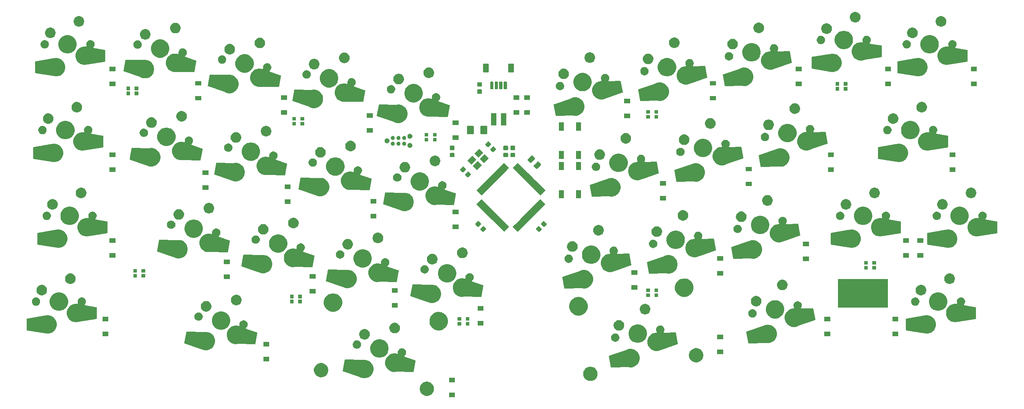
<source format=gbs>
G04 #@! TF.GenerationSoftware,KiCad,Pcbnew,(5.1.4)-1*
G04 #@! TF.CreationDate,2022-02-17T11:30:01+08:00*
G04 #@! TF.ProjectId,C-13X-PCB,432d3133-582d-4504-9342-2e6b69636164,rev?*
G04 #@! TF.SameCoordinates,Original*
G04 #@! TF.FileFunction,Soldermask,Bot*
G04 #@! TF.FilePolarity,Negative*
%FSLAX46Y46*%
G04 Gerber Fmt 4.6, Leading zero omitted, Abs format (unit mm)*
G04 Created by KiCad (PCBNEW (5.1.4)-1) date 2022-02-17 11:30:01*
%MOMM*%
%LPD*%
G04 APERTURE LIST*
%ADD10C,0.100000*%
%ADD11C,1.000000*%
G04 APERTURE END LIST*
D10*
G36*
X198286000Y-66469000D02*
G01*
X187286000Y-66469000D01*
X187286000Y-72719000D01*
X198286000Y-72719000D01*
X198286000Y-66469000D01*
G37*
X198286000Y-66469000D02*
X187286000Y-66469000D01*
X187286000Y-72719000D01*
X198286000Y-72719000D01*
X198286000Y-66469000D01*
D11*
G36*
X102251000Y-92638500D02*
G01*
X100949000Y-92638500D01*
X100949000Y-91636500D01*
X102251000Y-91636500D01*
X102251000Y-92638500D01*
X102251000Y-92638500D01*
G37*
G36*
X96152572Y-89235390D02*
G01*
X96159606Y-89236083D01*
X96168198Y-89237792D01*
X96472485Y-89298318D01*
X96569492Y-89338500D01*
X96759115Y-89417044D01*
X96759116Y-89417045D01*
X97017078Y-89589409D01*
X97236457Y-89808788D01*
X97351627Y-89981153D01*
X97408822Y-90066751D01*
X97478370Y-90234655D01*
X97525265Y-90347869D01*
X97527548Y-90353382D01*
X97586978Y-90652155D01*
X97588074Y-90657668D01*
X97588074Y-90967916D01*
X97528645Y-91266690D01*
X97527548Y-91272202D01*
X97408822Y-91558833D01*
X97408821Y-91558834D01*
X97236457Y-91816796D01*
X97017078Y-92036175D01*
X96844713Y-92151345D01*
X96759115Y-92208540D01*
X96591211Y-92278088D01*
X96472485Y-92327266D01*
X96320341Y-92357529D01*
X96168199Y-92387792D01*
X95857949Y-92387792D01*
X95842309Y-92384681D01*
X95835275Y-92383988D01*
X95826683Y-92382279D01*
X95522396Y-92321753D01*
X95403670Y-92272575D01*
X95235766Y-92203027D01*
X95150168Y-92145832D01*
X94977803Y-92030662D01*
X94758424Y-91811283D01*
X94641638Y-91636500D01*
X94586059Y-91553320D01*
X94469617Y-91272203D01*
X94467333Y-91266690D01*
X94407904Y-90967917D01*
X94406807Y-90962404D01*
X94406807Y-90652154D01*
X94466236Y-90353382D01*
X94467333Y-90347868D01*
X94516511Y-90229142D01*
X94586059Y-90061238D01*
X94754740Y-89808789D01*
X94758424Y-89803275D01*
X94977803Y-89583896D01*
X95227514Y-89417045D01*
X95235766Y-89411531D01*
X95509087Y-89298318D01*
X95522396Y-89292805D01*
X95826682Y-89232279D01*
X96136932Y-89232279D01*
X96152572Y-89235390D01*
X96152572Y-89235390D01*
G37*
G36*
X102251000Y-89338500D02*
G01*
X100949000Y-89338500D01*
X100949000Y-88336500D01*
X102251000Y-88336500D01*
X102251000Y-89338500D01*
X102251000Y-89338500D01*
G37*
G36*
X132622197Y-85951790D02*
G01*
X132788191Y-85984808D01*
X132886135Y-86025378D01*
X133074821Y-86103534D01*
X133083073Y-86109048D01*
X133332784Y-86275899D01*
X133552163Y-86495278D01*
X133638614Y-86624662D01*
X133724528Y-86753241D01*
X133783689Y-86896068D01*
X133843254Y-87039871D01*
X133855581Y-87101844D01*
X133903780Y-87344157D01*
X133903780Y-87654407D01*
X133873517Y-87806549D01*
X133843254Y-87958693D01*
X133840970Y-87964206D01*
X133724528Y-88245323D01*
X133667333Y-88330921D01*
X133552163Y-88503286D01*
X133332784Y-88722665D01*
X133160419Y-88837835D01*
X133074821Y-88895030D01*
X132906917Y-88964578D01*
X132788191Y-89013756D01*
X132483904Y-89074282D01*
X132475312Y-89075991D01*
X132468278Y-89076684D01*
X132452638Y-89079795D01*
X132142388Y-89079795D01*
X131838102Y-89019269D01*
X131719376Y-88970091D01*
X131551472Y-88900543D01*
X131465874Y-88843348D01*
X131293509Y-88728178D01*
X131074130Y-88508799D01*
X130901766Y-88250837D01*
X130901765Y-88250836D01*
X130783039Y-87964205D01*
X130781943Y-87958693D01*
X130736471Y-87730091D01*
X130722513Y-87659920D01*
X130722513Y-87349670D01*
X130771762Y-87102076D01*
X130783039Y-87045384D01*
X130859759Y-86860167D01*
X130901765Y-86758754D01*
X130958960Y-86673156D01*
X131074130Y-86500791D01*
X131293509Y-86281412D01*
X131551471Y-86109048D01*
X131551472Y-86109047D01*
X131739139Y-86031313D01*
X131838102Y-85990321D01*
X132142389Y-85929795D01*
X132150981Y-85928086D01*
X132158015Y-85927393D01*
X132173655Y-85924282D01*
X132483905Y-85924282D01*
X132622197Y-85951790D01*
X132622197Y-85951790D01*
G37*
G36*
X81725662Y-84400231D02*
G01*
X81752143Y-84397847D01*
X81883821Y-84371655D01*
X82287835Y-84371655D01*
X82684082Y-84450473D01*
X83057339Y-84605081D01*
X83057341Y-84605082D01*
X83393264Y-84829539D01*
X83678944Y-85115219D01*
X83752910Y-85225916D01*
X83903402Y-85451144D01*
X84058010Y-85824401D01*
X84136828Y-86220648D01*
X84136828Y-86624662D01*
X84058010Y-87020909D01*
X83924116Y-87344157D01*
X83903401Y-87394168D01*
X83678944Y-87730091D01*
X83393264Y-88015771D01*
X83057341Y-88240228D01*
X83057340Y-88240229D01*
X83057339Y-88240229D01*
X82684082Y-88394837D01*
X82287835Y-88473655D01*
X81883821Y-88473655D01*
X81487574Y-88394837D01*
X81114314Y-88240228D01*
X81065626Y-88207696D01*
X81036958Y-88193468D01*
X77392254Y-86935685D01*
X77381849Y-86931514D01*
X77381327Y-86931274D01*
X77375998Y-86928162D01*
X77375988Y-86928157D01*
X77367306Y-86923086D01*
X77367299Y-86923081D01*
X77361969Y-86919968D01*
X77359013Y-86917826D01*
X77358846Y-86918056D01*
X77338191Y-86904014D01*
X77334751Y-86902271D01*
X77326848Y-86896068D01*
X77320309Y-86888446D01*
X77320307Y-86888443D01*
X77315380Y-86879689D01*
X77312255Y-86870141D01*
X77311052Y-86860167D01*
X77311819Y-86850151D01*
X77312290Y-86843996D01*
X77744278Y-84394070D01*
X77748644Y-84378457D01*
X77753185Y-84369496D01*
X77759388Y-84361592D01*
X77767012Y-84355052D01*
X77775765Y-84350125D01*
X77775766Y-84350125D01*
X77775767Y-84350124D01*
X77779063Y-84349045D01*
X77785313Y-84346999D01*
X77786216Y-84346890D01*
X77787627Y-84346720D01*
X77811551Y-84341416D01*
X77812653Y-84341055D01*
X77818156Y-84339891D01*
X77819249Y-84339533D01*
X77830038Y-84337251D01*
X77831177Y-84337136D01*
X77836683Y-84335971D01*
X77837985Y-84335840D01*
X77851398Y-84335277D01*
X81725662Y-84400231D01*
X81725662Y-84400231D01*
G37*
G36*
X72670575Y-85094880D02*
G01*
X72677599Y-85095572D01*
X72686196Y-85097282D01*
X72990483Y-85157808D01*
X73109209Y-85206986D01*
X73277113Y-85276534D01*
X73277114Y-85276535D01*
X73535076Y-85448899D01*
X73754455Y-85668278D01*
X73852066Y-85814364D01*
X73926820Y-85926241D01*
X73991943Y-86083463D01*
X74045546Y-86212871D01*
X74069112Y-86331345D01*
X74106072Y-86517157D01*
X74106072Y-86827407D01*
X74088041Y-86918056D01*
X74054437Y-87086997D01*
X74045546Y-87131692D01*
X73926820Y-87418323D01*
X73926819Y-87418324D01*
X73754455Y-87676286D01*
X73535076Y-87895665D01*
X73362711Y-88010835D01*
X73277113Y-88068030D01*
X73109209Y-88137578D01*
X72990483Y-88186756D01*
X72838339Y-88217019D01*
X72686197Y-88247282D01*
X72375947Y-88247282D01*
X72360302Y-88244170D01*
X72353278Y-88243478D01*
X72344681Y-88241768D01*
X72040394Y-88181242D01*
X71921668Y-88132064D01*
X71753764Y-88062516D01*
X71598382Y-87958693D01*
X71495801Y-87890151D01*
X71276422Y-87670772D01*
X71107742Y-87418324D01*
X71104057Y-87412809D01*
X70985331Y-87126178D01*
X70979379Y-87096253D01*
X70941814Y-86907401D01*
X70924805Y-86821893D01*
X70924805Y-86511643D01*
X70985331Y-86207358D01*
X71104057Y-85920727D01*
X71175127Y-85814364D01*
X71276422Y-85662764D01*
X71495801Y-85443385D01*
X71668166Y-85328215D01*
X71753764Y-85271020D01*
X71921668Y-85201472D01*
X72040394Y-85152294D01*
X72226784Y-85115219D01*
X72344680Y-85091768D01*
X72654930Y-85091768D01*
X72670575Y-85094880D01*
X72670575Y-85094880D01*
G37*
G36*
X90742299Y-81852616D02*
G01*
X90910821Y-81922420D01*
X91062486Y-82023759D01*
X91191467Y-82152740D01*
X91292806Y-82304405D01*
X91362610Y-82472927D01*
X91398195Y-82651828D01*
X91398195Y-82834234D01*
X91362610Y-83013135D01*
X91292806Y-83181657D01*
X91191467Y-83333322D01*
X91062486Y-83462303D01*
X91050194Y-83470516D01*
X91031262Y-83486053D01*
X91015717Y-83504995D01*
X91004166Y-83526606D01*
X90997053Y-83550055D01*
X90994651Y-83574441D01*
X90997053Y-83598827D01*
X91004166Y-83622276D01*
X91015717Y-83643887D01*
X91031262Y-83662829D01*
X91050204Y-83678374D01*
X91078873Y-83692602D01*
X93424956Y-84502232D01*
X93435355Y-84506402D01*
X93435896Y-84506650D01*
X93459840Y-84520635D01*
X93489216Y-84533078D01*
X93496932Y-84535236D01*
X93496934Y-84535237D01*
X93505895Y-84539778D01*
X93509847Y-84542880D01*
X93513796Y-84545979D01*
X93513798Y-84545981D01*
X93520339Y-84553606D01*
X93522803Y-84557983D01*
X93525266Y-84562359D01*
X93528392Y-84571909D01*
X93529594Y-84581880D01*
X93528356Y-84598053D01*
X93096368Y-87047979D01*
X93092002Y-87063592D01*
X93087461Y-87072553D01*
X93081258Y-87080457D01*
X93073634Y-87086997D01*
X93064881Y-87091924D01*
X93064879Y-87091925D01*
X93055804Y-87094895D01*
X93055328Y-87095051D01*
X93045360Y-87096253D01*
X93045357Y-87096253D01*
X93041188Y-87095934D01*
X93035375Y-87095489D01*
X92999961Y-87097833D01*
X92999049Y-87098026D01*
X92997958Y-87098383D01*
X92987174Y-87100665D01*
X92986031Y-87100781D01*
X92980528Y-87101945D01*
X92979232Y-87102076D01*
X92965806Y-87102640D01*
X89176873Y-87039116D01*
X89150392Y-87041500D01*
X88982430Y-87074909D01*
X88578416Y-87074909D01*
X88182169Y-86996091D01*
X87808912Y-86841483D01*
X87808911Y-86841483D01*
X87808910Y-86841482D01*
X87472987Y-86617025D01*
X87187307Y-86331345D01*
X86962850Y-85995422D01*
X86960187Y-85988994D01*
X86808241Y-85622163D01*
X86729423Y-85225916D01*
X86729423Y-84821902D01*
X86808241Y-84425655D01*
X86962849Y-84052398D01*
X87115664Y-83823695D01*
X87187307Y-83716473D01*
X87472987Y-83430793D01*
X87808910Y-83206336D01*
X87808912Y-83206335D01*
X88182169Y-83051727D01*
X88578416Y-82972909D01*
X88982430Y-82972909D01*
X89378680Y-83051728D01*
X89392329Y-83057381D01*
X89415778Y-83064494D01*
X89440164Y-83066896D01*
X89464550Y-83064494D01*
X89487999Y-83057381D01*
X89509610Y-83045829D01*
X89528551Y-83030284D01*
X89544097Y-83011342D01*
X89555647Y-82989731D01*
X89562760Y-82966282D01*
X89565162Y-82941896D01*
X89562760Y-82917511D01*
X89560247Y-82904875D01*
X89546195Y-82834234D01*
X89546195Y-82651828D01*
X89581780Y-82472927D01*
X89651584Y-82304405D01*
X89752923Y-82152740D01*
X89881904Y-82023759D01*
X90033569Y-81922420D01*
X90202091Y-81852616D01*
X90380992Y-81817031D01*
X90563398Y-81817031D01*
X90742299Y-81852616D01*
X90742299Y-81852616D01*
G37*
G36*
X141820190Y-82024609D02*
G01*
X142173824Y-82171089D01*
X142193449Y-82179218D01*
X142529372Y-82403675D01*
X142815052Y-82689355D01*
X143038646Y-83023986D01*
X143039510Y-83025280D01*
X143194118Y-83398537D01*
X143272936Y-83794784D01*
X143272936Y-84198798D01*
X143194118Y-84595045D01*
X143100150Y-84821903D01*
X143039509Y-84968304D01*
X142815052Y-85304227D01*
X142529372Y-85589907D01*
X142193449Y-85814364D01*
X142193448Y-85814365D01*
X142193447Y-85814365D01*
X141820190Y-85968973D01*
X141423943Y-86047791D01*
X141019929Y-86047791D01*
X140888247Y-86021598D01*
X140861766Y-86019214D01*
X136986900Y-86084179D01*
X136975689Y-86083817D01*
X136975100Y-86083769D01*
X136969031Y-86082667D01*
X136969027Y-86082667D01*
X136959135Y-86080871D01*
X136959134Y-86080871D01*
X136953065Y-86079769D01*
X136949543Y-86078765D01*
X136949465Y-86079038D01*
X136925259Y-86072909D01*
X136921422Y-86072446D01*
X136911879Y-86069322D01*
X136911875Y-86069320D01*
X136903120Y-86064392D01*
X136895496Y-86057851D01*
X136895495Y-86057850D01*
X136889294Y-86049948D01*
X136884751Y-86040982D01*
X136880387Y-86025378D01*
X136448399Y-83575449D01*
X136447161Y-83559274D01*
X136448363Y-83549306D01*
X136451490Y-83539753D01*
X136456417Y-83531000D01*
X136462957Y-83523376D01*
X136470861Y-83517172D01*
X136472946Y-83516116D01*
X136493604Y-83502956D01*
X136494518Y-83502239D01*
X136499291Y-83499263D01*
X136500195Y-83498553D01*
X136509551Y-83492718D01*
X136510589Y-83492217D01*
X136515361Y-83489241D01*
X136516527Y-83488678D01*
X136528942Y-83483560D01*
X140173068Y-82225977D01*
X140201737Y-82211749D01*
X140214822Y-82203006D01*
X140250423Y-82179218D01*
X140270048Y-82171089D01*
X140623682Y-82024609D01*
X141019929Y-81945791D01*
X141423943Y-81945791D01*
X141820190Y-82024609D01*
X141820190Y-82024609D01*
G37*
G36*
X156114234Y-81813275D02*
G01*
X156270193Y-81844297D01*
X156388919Y-81893475D01*
X156556823Y-81963023D01*
X156623018Y-82007253D01*
X156814786Y-82135388D01*
X157034165Y-82354767D01*
X157113117Y-82472928D01*
X157206530Y-82612730D01*
X157238269Y-82689355D01*
X157325256Y-82899360D01*
X157350671Y-83027129D01*
X157385782Y-83203646D01*
X157385782Y-83513896D01*
X157376756Y-83559274D01*
X157325256Y-83818182D01*
X157288964Y-83905798D01*
X157206530Y-84104812D01*
X157202845Y-84110327D01*
X157034165Y-84362775D01*
X156814786Y-84582154D01*
X156642421Y-84697324D01*
X156556823Y-84754519D01*
X156394145Y-84821902D01*
X156270193Y-84873245D01*
X155965906Y-84933771D01*
X155957309Y-84935481D01*
X155950285Y-84936173D01*
X155934640Y-84939285D01*
X155624390Y-84939285D01*
X155472248Y-84909022D01*
X155320104Y-84878759D01*
X155182840Y-84821902D01*
X155033474Y-84760033D01*
X154945125Y-84701000D01*
X154775511Y-84587668D01*
X154556132Y-84368289D01*
X154383768Y-84110327D01*
X154383767Y-84110326D01*
X154299049Y-83905798D01*
X154265041Y-83823696D01*
X154212445Y-83559277D01*
X154204515Y-83519410D01*
X154204515Y-83209160D01*
X154257677Y-82941896D01*
X154265041Y-82904874D01*
X154354312Y-82689355D01*
X154383767Y-82618244D01*
X154480865Y-82472927D01*
X154556132Y-82360281D01*
X154775511Y-82140902D01*
X154978936Y-82004978D01*
X155033474Y-81968537D01*
X155201378Y-81898989D01*
X155320104Y-81849811D01*
X155624391Y-81789285D01*
X155632988Y-81787575D01*
X155640012Y-81786883D01*
X155655657Y-81783771D01*
X155965907Y-81783771D01*
X156114234Y-81813275D01*
X156114234Y-81813275D01*
G37*
G36*
X60976000Y-84701000D02*
G01*
X59674000Y-84701000D01*
X59674000Y-83699000D01*
X60976000Y-83699000D01*
X60976000Y-84701000D01*
X60976000Y-84701000D01*
G37*
G36*
X86065846Y-79894582D02*
G01*
X86283846Y-79984881D01*
X86437995Y-80048731D01*
X86772920Y-80272521D01*
X87057749Y-80557350D01*
X87281539Y-80892275D01*
X87288663Y-80909474D01*
X87435688Y-81264424D01*
X87514272Y-81659492D01*
X87514272Y-82062304D01*
X87435688Y-82457372D01*
X87345389Y-82675372D01*
X87281539Y-82829521D01*
X87057749Y-83164446D01*
X86772920Y-83449275D01*
X86437995Y-83673065D01*
X86333198Y-83716473D01*
X86065846Y-83827214D01*
X85670778Y-83905798D01*
X85267966Y-83905798D01*
X84872898Y-83827214D01*
X84605546Y-83716473D01*
X84500749Y-83673065D01*
X84165824Y-83449275D01*
X83880995Y-83164446D01*
X83657205Y-82829521D01*
X83593355Y-82675372D01*
X83503056Y-82457372D01*
X83424472Y-82062304D01*
X83424472Y-81659492D01*
X83503056Y-81264424D01*
X83650081Y-80909474D01*
X83657205Y-80892275D01*
X83880995Y-80557350D01*
X84165824Y-80272521D01*
X84500749Y-80048731D01*
X84654898Y-79984881D01*
X84872898Y-79894582D01*
X85267966Y-79815998D01*
X85670778Y-79815998D01*
X86065846Y-79894582D01*
X86065846Y-79894582D01*
G37*
G36*
X161782250Y-83113500D02*
G01*
X160480250Y-83113500D01*
X160480250Y-82111500D01*
X161782250Y-82111500D01*
X161782250Y-83113500D01*
X161782250Y-83113500D01*
G37*
G36*
X148114142Y-76780353D02*
G01*
X148282664Y-76850157D01*
X148434329Y-76951496D01*
X148563310Y-77080477D01*
X148664649Y-77232142D01*
X148734453Y-77400664D01*
X148770038Y-77579565D01*
X148770038Y-77761971D01*
X148734453Y-77940872D01*
X148664649Y-78109394D01*
X148630031Y-78161204D01*
X148618484Y-78182807D01*
X148611371Y-78206256D01*
X148608969Y-78230642D01*
X148611371Y-78255028D01*
X148618484Y-78278477D01*
X148630035Y-78300088D01*
X148645580Y-78319030D01*
X148664522Y-78334575D01*
X148686133Y-78346126D01*
X148709582Y-78353239D01*
X148736063Y-78355623D01*
X151220379Y-78313972D01*
X151231616Y-78314335D01*
X151232199Y-78314383D01*
X151259470Y-78319334D01*
X151291332Y-78320981D01*
X151299332Y-78320369D01*
X151299336Y-78320369D01*
X151309305Y-78321571D01*
X151318854Y-78324697D01*
X151327610Y-78329626D01*
X151335234Y-78336166D01*
X151339261Y-78341298D01*
X151340978Y-78343485D01*
X151341435Y-78344068D01*
X151345976Y-78353029D01*
X151350344Y-78368646D01*
X151782331Y-80818569D01*
X151783569Y-80834744D01*
X151782367Y-80844712D01*
X151779240Y-80854265D01*
X151774313Y-80863018D01*
X151767773Y-80870642D01*
X151759869Y-80876845D01*
X151750910Y-80881386D01*
X151741261Y-80884084D01*
X151708785Y-80898399D01*
X151708007Y-80898884D01*
X151707100Y-80899596D01*
X151697739Y-80905434D01*
X151696697Y-80905937D01*
X151691928Y-80908911D01*
X151690763Y-80909474D01*
X151678348Y-80914592D01*
X148108889Y-82146407D01*
X148080219Y-82160635D01*
X148005912Y-82210286D01*
X148005911Y-82210287D01*
X148005910Y-82210287D01*
X147632653Y-82364895D01*
X147236406Y-82443713D01*
X146832392Y-82443713D01*
X146436145Y-82364895D01*
X146062888Y-82210287D01*
X146062887Y-82210287D01*
X146062886Y-82210286D01*
X145726963Y-81985829D01*
X145441283Y-81700149D01*
X145216826Y-81364226D01*
X145175486Y-81264423D01*
X145062217Y-80990967D01*
X144983399Y-80594720D01*
X144983399Y-80190706D01*
X145062217Y-79794459D01*
X145216825Y-79421202D01*
X145217851Y-79419667D01*
X145441283Y-79085277D01*
X145726963Y-78799597D01*
X146062886Y-78575140D01*
X146096581Y-78561183D01*
X146436145Y-78420531D01*
X146832392Y-78341713D01*
X146944802Y-78341713D01*
X146969188Y-78339311D01*
X146992637Y-78332198D01*
X147014248Y-78320647D01*
X147033190Y-78305102D01*
X147048735Y-78286160D01*
X147060286Y-78264549D01*
X147067399Y-78241100D01*
X147069801Y-78216714D01*
X147067399Y-78192328D01*
X147060286Y-78168879D01*
X147048741Y-78147279D01*
X147023427Y-78109394D01*
X146953623Y-77940872D01*
X146918038Y-77761971D01*
X146918038Y-77579565D01*
X146953623Y-77400664D01*
X147023427Y-77232142D01*
X147124766Y-77080477D01*
X147253747Y-76951496D01*
X147405412Y-76850157D01*
X147573934Y-76780353D01*
X147752835Y-76744768D01*
X147935241Y-76744768D01*
X148114142Y-76780353D01*
X148114142Y-76780353D01*
G37*
G36*
X46549560Y-78197735D02*
G01*
X46576041Y-78195351D01*
X46707719Y-78169159D01*
X47111733Y-78169159D01*
X47507980Y-78247977D01*
X47873369Y-78399326D01*
X47881239Y-78402586D01*
X48217162Y-78627043D01*
X48502842Y-78912723D01*
X48707858Y-79219550D01*
X48727300Y-79248648D01*
X48881908Y-79621905D01*
X48960726Y-80018152D01*
X48960726Y-80422166D01*
X48881908Y-80818413D01*
X48727300Y-81191670D01*
X48727299Y-81191672D01*
X48502842Y-81527595D01*
X48217162Y-81813275D01*
X47881239Y-82037732D01*
X47881238Y-82037733D01*
X47881237Y-82037733D01*
X47507980Y-82192341D01*
X47111733Y-82271159D01*
X46707719Y-82271159D01*
X46311472Y-82192341D01*
X45938212Y-82037732D01*
X45889524Y-82005200D01*
X45860856Y-81990972D01*
X42216152Y-80733189D01*
X42205747Y-80729018D01*
X42205225Y-80728778D01*
X42199896Y-80725666D01*
X42199886Y-80725661D01*
X42191204Y-80720590D01*
X42191197Y-80720585D01*
X42185867Y-80717472D01*
X42182911Y-80715330D01*
X42182744Y-80715560D01*
X42162089Y-80701518D01*
X42158649Y-80699775D01*
X42150746Y-80693572D01*
X42144207Y-80685950D01*
X42144205Y-80685947D01*
X42139278Y-80677193D01*
X42138381Y-80674452D01*
X42136153Y-80667646D01*
X42134950Y-80657671D01*
X42136188Y-80641500D01*
X42568176Y-78191574D01*
X42572542Y-78175961D01*
X42577083Y-78167000D01*
X42583286Y-78159096D01*
X42590910Y-78152556D01*
X42599663Y-78147629D01*
X42599664Y-78147629D01*
X42599665Y-78147628D01*
X42602961Y-78146549D01*
X42609211Y-78144503D01*
X42610114Y-78144394D01*
X42611525Y-78144224D01*
X42635449Y-78138920D01*
X42636551Y-78138559D01*
X42642054Y-78137395D01*
X42643147Y-78137037D01*
X42653936Y-78134755D01*
X42655075Y-78134640D01*
X42660581Y-78133475D01*
X42661883Y-78133344D01*
X42675296Y-78132781D01*
X46549560Y-78197735D01*
X46549560Y-78197735D01*
G37*
G36*
X80736653Y-80088350D02*
G01*
X80905175Y-80158154D01*
X81056840Y-80259493D01*
X81185821Y-80388474D01*
X81287160Y-80540139D01*
X81356964Y-80708661D01*
X81392549Y-80887562D01*
X81392549Y-81069968D01*
X81356964Y-81248869D01*
X81287160Y-81417391D01*
X81185821Y-81569056D01*
X81056840Y-81698037D01*
X80905175Y-81799376D01*
X80736653Y-81869180D01*
X80557752Y-81904765D01*
X80375346Y-81904765D01*
X80196445Y-81869180D01*
X80027923Y-81799376D01*
X79876258Y-81698037D01*
X79747277Y-81569056D01*
X79645938Y-81417391D01*
X79576134Y-81248869D01*
X79540549Y-81069968D01*
X79540549Y-80887562D01*
X79576134Y-80708661D01*
X79645938Y-80540139D01*
X79747277Y-80388474D01*
X79876258Y-80259493D01*
X80027923Y-80158154D01*
X80196445Y-80088350D01*
X80375346Y-80052765D01*
X80557752Y-80052765D01*
X80736653Y-80088350D01*
X80736653Y-80088350D01*
G37*
G36*
X60976000Y-81401000D02*
G01*
X59674000Y-81401000D01*
X59674000Y-80399000D01*
X60976000Y-80399000D01*
X60976000Y-81401000D01*
X60976000Y-81401000D01*
G37*
G36*
X55566197Y-75650120D02*
G01*
X55734719Y-75719924D01*
X55886384Y-75821263D01*
X56015365Y-75950244D01*
X56116704Y-76101909D01*
X56186508Y-76270431D01*
X56222093Y-76449332D01*
X56222093Y-76631738D01*
X56186508Y-76810639D01*
X56116704Y-76979161D01*
X56015365Y-77130826D01*
X55886384Y-77259807D01*
X55874092Y-77268020D01*
X55855160Y-77283557D01*
X55839615Y-77302499D01*
X55828064Y-77324110D01*
X55820951Y-77347559D01*
X55818549Y-77371945D01*
X55820951Y-77396331D01*
X55828064Y-77419780D01*
X55839615Y-77441391D01*
X55855160Y-77460333D01*
X55874102Y-77475878D01*
X55902771Y-77490106D01*
X58248854Y-78299736D01*
X58259253Y-78303906D01*
X58259794Y-78304154D01*
X58283738Y-78318139D01*
X58313114Y-78330582D01*
X58320830Y-78332740D01*
X58320832Y-78332741D01*
X58329793Y-78337282D01*
X58332378Y-78339311D01*
X58337694Y-78343483D01*
X58337696Y-78343485D01*
X58344237Y-78351110D01*
X58344454Y-78351496D01*
X58349164Y-78359863D01*
X58352290Y-78369413D01*
X58353492Y-78379384D01*
X58352254Y-78395557D01*
X57920266Y-80845483D01*
X57915900Y-80861096D01*
X57911359Y-80870057D01*
X57905156Y-80877961D01*
X57897532Y-80884501D01*
X57888779Y-80889428D01*
X57888777Y-80889429D01*
X57880081Y-80892275D01*
X57879226Y-80892555D01*
X57869258Y-80893757D01*
X57869255Y-80893757D01*
X57865086Y-80893438D01*
X57859273Y-80892993D01*
X57823859Y-80895337D01*
X57822947Y-80895530D01*
X57821856Y-80895887D01*
X57811072Y-80898169D01*
X57809929Y-80898285D01*
X57804426Y-80899449D01*
X57803130Y-80899580D01*
X57789704Y-80900144D01*
X54000771Y-80836620D01*
X53974290Y-80839004D01*
X53806328Y-80872413D01*
X53402314Y-80872413D01*
X53006067Y-80793595D01*
X52632810Y-80638987D01*
X52632809Y-80638987D01*
X52632808Y-80638986D01*
X52296885Y-80414529D01*
X52011205Y-80128849D01*
X51786748Y-79792926D01*
X51764844Y-79740045D01*
X51632139Y-79419667D01*
X51553321Y-79023420D01*
X51553321Y-78619406D01*
X51632139Y-78223159D01*
X51786747Y-77849902D01*
X51800252Y-77829691D01*
X52011205Y-77513977D01*
X52296885Y-77228297D01*
X52632808Y-77003840D01*
X52632810Y-77003839D01*
X53006067Y-76849231D01*
X53402314Y-76770413D01*
X53806328Y-76770413D01*
X54202578Y-76849232D01*
X54216227Y-76854885D01*
X54239676Y-76861998D01*
X54264062Y-76864400D01*
X54288448Y-76861998D01*
X54311897Y-76854885D01*
X54333508Y-76843333D01*
X54352449Y-76827788D01*
X54367995Y-76808846D01*
X54379545Y-76787235D01*
X54386658Y-76763786D01*
X54389060Y-76739400D01*
X54386658Y-76715015D01*
X54385917Y-76711288D01*
X54370093Y-76631738D01*
X54370093Y-76449332D01*
X54405678Y-76270431D01*
X54475482Y-76101909D01*
X54576821Y-75950244D01*
X54705802Y-75821263D01*
X54857467Y-75719924D01*
X55025989Y-75650120D01*
X55204890Y-75614535D01*
X55387296Y-75614535D01*
X55566197Y-75650120D01*
X55566197Y-75650120D01*
G37*
G36*
X172306145Y-76649113D02*
G01*
X172634541Y-76785139D01*
X172679404Y-76803722D01*
X173015327Y-77028179D01*
X173301007Y-77313859D01*
X173509940Y-77626548D01*
X173525465Y-77649784D01*
X173680073Y-78023041D01*
X173758891Y-78419288D01*
X173758891Y-78823302D01*
X173680073Y-79219549D01*
X173585635Y-79447543D01*
X173525464Y-79592808D01*
X173301007Y-79928731D01*
X173015327Y-80214411D01*
X172679404Y-80438868D01*
X172679403Y-80438869D01*
X172679402Y-80438869D01*
X172306145Y-80593477D01*
X171909898Y-80672295D01*
X171505884Y-80672295D01*
X171374202Y-80646102D01*
X171347721Y-80643718D01*
X167472855Y-80708683D01*
X167461644Y-80708321D01*
X167461055Y-80708273D01*
X167454986Y-80707171D01*
X167454982Y-80707171D01*
X167445090Y-80705375D01*
X167445089Y-80705375D01*
X167439020Y-80704273D01*
X167435498Y-80703269D01*
X167435420Y-80703542D01*
X167411214Y-80697413D01*
X167407377Y-80696950D01*
X167397834Y-80693826D01*
X167397830Y-80693824D01*
X167389075Y-80688896D01*
X167381451Y-80682355D01*
X167381450Y-80682354D01*
X167375249Y-80674452D01*
X167370706Y-80665486D01*
X167366342Y-80649882D01*
X166934354Y-78199953D01*
X166933116Y-78183778D01*
X166934318Y-78173810D01*
X166937445Y-78164257D01*
X166942372Y-78155504D01*
X166948912Y-78147880D01*
X166956816Y-78141676D01*
X166958901Y-78140620D01*
X166979559Y-78127460D01*
X166980473Y-78126743D01*
X166985246Y-78123767D01*
X166986150Y-78123057D01*
X166995506Y-78117222D01*
X166996544Y-78116721D01*
X167001316Y-78113745D01*
X167002482Y-78113182D01*
X167014897Y-78108064D01*
X170659023Y-76850481D01*
X170687692Y-76836253D01*
X170689976Y-76834727D01*
X170736378Y-76803722D01*
X170781241Y-76785139D01*
X171109637Y-76649113D01*
X171505884Y-76570295D01*
X171909898Y-76570295D01*
X172306145Y-76649113D01*
X172306145Y-76649113D01*
G37*
G36*
X143437689Y-76586585D02*
G01*
X143628576Y-76665653D01*
X143809838Y-76740734D01*
X144144763Y-76964524D01*
X144429592Y-77249353D01*
X144653382Y-77584278D01*
X144680515Y-77649784D01*
X144807531Y-77956427D01*
X144886115Y-78351495D01*
X144886115Y-78754307D01*
X144807531Y-79149375D01*
X144717232Y-79367375D01*
X144653382Y-79521524D01*
X144429592Y-79856449D01*
X144144763Y-80141278D01*
X143809838Y-80365068D01*
X143655689Y-80428918D01*
X143437689Y-80519217D01*
X143042621Y-80597801D01*
X142639809Y-80597801D01*
X142244741Y-80519217D01*
X142026741Y-80428918D01*
X141872592Y-80365068D01*
X141537667Y-80141278D01*
X141252838Y-79856449D01*
X141029048Y-79521524D01*
X140965198Y-79367375D01*
X140874899Y-79149375D01*
X140796315Y-78754307D01*
X140796315Y-78351495D01*
X140874899Y-77956427D01*
X141001915Y-77649784D01*
X141029048Y-77584278D01*
X141252838Y-77249353D01*
X141537667Y-76964524D01*
X141872592Y-76740734D01*
X142053854Y-76665653D01*
X142244741Y-76586585D01*
X142639809Y-76508001D01*
X143042621Y-76508001D01*
X143437689Y-76586585D01*
X143437689Y-76586585D01*
G37*
G36*
X138108496Y-78544619D02*
G01*
X138277018Y-78614423D01*
X138428683Y-78715762D01*
X138557664Y-78844743D01*
X138659003Y-78996408D01*
X138728807Y-79164930D01*
X138764392Y-79343831D01*
X138764392Y-79526237D01*
X138728807Y-79705138D01*
X138659003Y-79873660D01*
X138557664Y-80025325D01*
X138428683Y-80154306D01*
X138277018Y-80255645D01*
X138108496Y-80325449D01*
X137929595Y-80361034D01*
X137747189Y-80361034D01*
X137568288Y-80325449D01*
X137399766Y-80255645D01*
X137248101Y-80154306D01*
X137119120Y-80025325D01*
X137017781Y-79873660D01*
X136947977Y-79705138D01*
X136912392Y-79526237D01*
X136912392Y-79343831D01*
X136947977Y-79164930D01*
X137017781Y-78996408D01*
X137119120Y-78844743D01*
X137248101Y-78715762D01*
X137399766Y-78614423D01*
X137568288Y-78544619D01*
X137747189Y-78509034D01*
X137929595Y-78509034D01*
X138108496Y-78544619D01*
X138108496Y-78544619D01*
G37*
G36*
X82349881Y-77536951D02*
G01*
X82501348Y-77567080D01*
X82715366Y-77655729D01*
X82715367Y-77655730D01*
X82907975Y-77784426D01*
X83071782Y-77948233D01*
X83121766Y-78023040D01*
X83200479Y-78140842D01*
X83289128Y-78354860D01*
X83315946Y-78489682D01*
X83332945Y-78575140D01*
X83334321Y-78582061D01*
X83334321Y-78813713D01*
X83289128Y-79040914D01*
X83200479Y-79254932D01*
X83200478Y-79254933D01*
X83071782Y-79447541D01*
X82907975Y-79611348D01*
X82779570Y-79697145D01*
X82715366Y-79740045D01*
X82501348Y-79828694D01*
X82361819Y-79856448D01*
X82274148Y-79873887D01*
X82042494Y-79873887D01*
X81954823Y-79856448D01*
X81815294Y-79828694D01*
X81601276Y-79740045D01*
X81537072Y-79697145D01*
X81408667Y-79611348D01*
X81244860Y-79447541D01*
X81116164Y-79254933D01*
X81116163Y-79254932D01*
X81027514Y-79040914D01*
X80982321Y-78813713D01*
X80982321Y-78582061D01*
X80983698Y-78575140D01*
X81000696Y-78489682D01*
X81027514Y-78354860D01*
X81116163Y-78140842D01*
X81194876Y-78023040D01*
X81244860Y-77948233D01*
X81408667Y-77784426D01*
X81601275Y-77655730D01*
X81601276Y-77655729D01*
X81815294Y-77567080D01*
X81966761Y-77536951D01*
X82042494Y-77521887D01*
X82274148Y-77521887D01*
X82349881Y-77536951D01*
X82349881Y-77536951D01*
G37*
G36*
X161782250Y-79813500D02*
G01*
X160480250Y-79813500D01*
X160480250Y-78811500D01*
X161782250Y-78811500D01*
X161782250Y-79813500D01*
X161782250Y-79813500D01*
G37*
G36*
X25257250Y-79144750D02*
G01*
X23955250Y-79144750D01*
X23955250Y-78142750D01*
X25257250Y-78142750D01*
X25257250Y-79144750D01*
X25257250Y-79144750D01*
G37*
G36*
X185594750Y-79144750D02*
G01*
X184292750Y-79144750D01*
X184292750Y-78142750D01*
X185594750Y-78142750D01*
X185594750Y-79144750D01*
X185594750Y-79144750D01*
G37*
G36*
X200676000Y-79144750D02*
G01*
X199374000Y-79144750D01*
X199374000Y-78142750D01*
X200676000Y-78142750D01*
X200676000Y-79144750D01*
X200676000Y-79144750D01*
G37*
G36*
X12345754Y-74545318D02*
G01*
X12694516Y-74689780D01*
X12719013Y-74699927D01*
X13054936Y-74924384D01*
X13340616Y-75210064D01*
X13560469Y-75539096D01*
X13565074Y-75545989D01*
X13719682Y-75919246D01*
X13798500Y-76315493D01*
X13798500Y-76719507D01*
X13719682Y-77115754D01*
X13575954Y-77462745D01*
X13565073Y-77489013D01*
X13340616Y-77824936D01*
X13054936Y-78110616D01*
X12719013Y-78335073D01*
X12719012Y-78335074D01*
X12719011Y-78335074D01*
X12345754Y-78489682D01*
X11949507Y-78568500D01*
X11545493Y-78568500D01*
X11149245Y-78489682D01*
X11061343Y-78453272D01*
X11033147Y-78445309D01*
X7214330Y-77837770D01*
X7203342Y-77835463D01*
X7202782Y-77835317D01*
X7196993Y-77833177D01*
X7196990Y-77833176D01*
X7187564Y-77829691D01*
X7187563Y-77829690D01*
X7181776Y-77827551D01*
X7178484Y-77825951D01*
X7178360Y-77826207D01*
X7155583Y-77815967D01*
X7151890Y-77814847D01*
X7143028Y-77810110D01*
X7135263Y-77803737D01*
X7128890Y-77795972D01*
X7124152Y-77787108D01*
X7121237Y-77777499D01*
X7119648Y-77761360D01*
X7119648Y-75273640D01*
X7121237Y-75257501D01*
X7124152Y-75247892D01*
X7128890Y-75239028D01*
X7135263Y-75231263D01*
X7143028Y-75224890D01*
X7151892Y-75220152D01*
X7154118Y-75219477D01*
X7176758Y-75210099D01*
X7177766Y-75209560D01*
X7182990Y-75207455D01*
X7184008Y-75206911D01*
X7194238Y-75202788D01*
X7195358Y-75202472D01*
X7200569Y-75200372D01*
X7201815Y-75200020D01*
X7214924Y-75197136D01*
X11033147Y-74589691D01*
X11061343Y-74581728D01*
X11149245Y-74545318D01*
X11545493Y-74466500D01*
X11949507Y-74466500D01*
X12345754Y-74545318D01*
X12345754Y-74545318D01*
G37*
G36*
X207608254Y-74545318D02*
G01*
X207957016Y-74689780D01*
X207981513Y-74699927D01*
X208317436Y-74924384D01*
X208603116Y-75210064D01*
X208822969Y-75539096D01*
X208827574Y-75545989D01*
X208982182Y-75919246D01*
X209061000Y-76315493D01*
X209061000Y-76719507D01*
X208982182Y-77115754D01*
X208838454Y-77462745D01*
X208827573Y-77489013D01*
X208603116Y-77824936D01*
X208317436Y-78110616D01*
X207981513Y-78335073D01*
X207981512Y-78335074D01*
X207981511Y-78335074D01*
X207608254Y-78489682D01*
X207212007Y-78568500D01*
X206807993Y-78568500D01*
X206411745Y-78489682D01*
X206323843Y-78453272D01*
X206295647Y-78445309D01*
X202476830Y-77837770D01*
X202465842Y-77835463D01*
X202465282Y-77835317D01*
X202459493Y-77833177D01*
X202459490Y-77833176D01*
X202450064Y-77829691D01*
X202450063Y-77829690D01*
X202444276Y-77827551D01*
X202440984Y-77825951D01*
X202440860Y-77826207D01*
X202418083Y-77815967D01*
X202414390Y-77814847D01*
X202405528Y-77810110D01*
X202397763Y-77803737D01*
X202391390Y-77795972D01*
X202386652Y-77787108D01*
X202383737Y-77777499D01*
X202382148Y-77761360D01*
X202382148Y-75273640D01*
X202383737Y-75257501D01*
X202386652Y-75247892D01*
X202391390Y-75239028D01*
X202397763Y-75231263D01*
X202405528Y-75224890D01*
X202414392Y-75220152D01*
X202416618Y-75219477D01*
X202439258Y-75210099D01*
X202440266Y-75209560D01*
X202445490Y-75207455D01*
X202446508Y-75206911D01*
X202456738Y-75202788D01*
X202457858Y-75202472D01*
X202463069Y-75200372D01*
X202464315Y-75200020D01*
X202477424Y-75197136D01*
X206295647Y-74589691D01*
X206323843Y-74581728D01*
X206411745Y-74545318D01*
X206807993Y-74466500D01*
X207212007Y-74466500D01*
X207608254Y-74545318D01*
X207608254Y-74545318D01*
G37*
G36*
X89044476Y-76138205D02*
G01*
X89195943Y-76168334D01*
X89409961Y-76256983D01*
X89474165Y-76299883D01*
X89602570Y-76385680D01*
X89766377Y-76549487D01*
X89838973Y-76658135D01*
X89895074Y-76742096D01*
X89983723Y-76956114D01*
X90028916Y-77183315D01*
X90028916Y-77414967D01*
X89983723Y-77642168D01*
X89895074Y-77856186D01*
X89895073Y-77856187D01*
X89766377Y-78048795D01*
X89602570Y-78212602D01*
X89492482Y-78286160D01*
X89409961Y-78341299D01*
X89195943Y-78429948D01*
X89044476Y-78460077D01*
X88968743Y-78475141D01*
X88737089Y-78475141D01*
X88661356Y-78460077D01*
X88509889Y-78429948D01*
X88295871Y-78341299D01*
X88213350Y-78286160D01*
X88103262Y-78212602D01*
X87939455Y-78048795D01*
X87810759Y-77856187D01*
X87810758Y-77856186D01*
X87722109Y-77642168D01*
X87676916Y-77414967D01*
X87676916Y-77183315D01*
X87722109Y-76956114D01*
X87810758Y-76742096D01*
X87866859Y-76658135D01*
X87939455Y-76549487D01*
X88103262Y-76385680D01*
X88231667Y-76299883D01*
X88295871Y-76256983D01*
X88509889Y-76168334D01*
X88661356Y-76138205D01*
X88737089Y-76123141D01*
X88968743Y-76123141D01*
X89044476Y-76138205D01*
X89044476Y-76138205D01*
G37*
G36*
X138839591Y-75552153D02*
G01*
X138991058Y-75582282D01*
X139205076Y-75670931D01*
X139205077Y-75670932D01*
X139397685Y-75799628D01*
X139561492Y-75963435D01*
X139591950Y-76009019D01*
X139690189Y-76156044D01*
X139778838Y-76370062D01*
X139794606Y-76449332D01*
X139824031Y-76597262D01*
X139824031Y-76828916D01*
X139816973Y-76864400D01*
X139778838Y-77056116D01*
X139690189Y-77270134D01*
X139690188Y-77270135D01*
X139561492Y-77462743D01*
X139397685Y-77626550D01*
X139282817Y-77703302D01*
X139205076Y-77755247D01*
X138991058Y-77843896D01*
X138839591Y-77874025D01*
X138763858Y-77889089D01*
X138532204Y-77889089D01*
X138456471Y-77874025D01*
X138305004Y-77843896D01*
X138090986Y-77755247D01*
X138013245Y-77703302D01*
X137898377Y-77626550D01*
X137734570Y-77462743D01*
X137605874Y-77270135D01*
X137605873Y-77270134D01*
X137517224Y-77056116D01*
X137479089Y-76864400D01*
X137472031Y-76828916D01*
X137472031Y-76597262D01*
X137501456Y-76449332D01*
X137517224Y-76370062D01*
X137605873Y-76156044D01*
X137704112Y-76009019D01*
X137734570Y-75963435D01*
X137898377Y-75799628D01*
X138090985Y-75670932D01*
X138090986Y-75670931D01*
X138305004Y-75582282D01*
X138456471Y-75552153D01*
X138532204Y-75537089D01*
X138763858Y-75537089D01*
X138839591Y-75552153D01*
X138839591Y-75552153D01*
G37*
G36*
X98845251Y-73757020D02*
G01*
X98852287Y-73757713D01*
X99255947Y-73838006D01*
X99473947Y-73928305D01*
X99628096Y-73992155D01*
X99963021Y-74215945D01*
X100247850Y-74500774D01*
X100471640Y-74835699D01*
X100508374Y-74924384D01*
X100625789Y-75207848D01*
X100704373Y-75602916D01*
X100704373Y-76005728D01*
X100625789Y-76400796D01*
X100548832Y-76586586D01*
X100471640Y-76772945D01*
X100247850Y-77107870D01*
X99963021Y-77392699D01*
X99628096Y-77616489D01*
X99533359Y-77655730D01*
X99255947Y-77770638D01*
X98860879Y-77849222D01*
X98458067Y-77849222D01*
X98442427Y-77846111D01*
X98435391Y-77845418D01*
X98031731Y-77765125D01*
X97813731Y-77674826D01*
X97659582Y-77610976D01*
X97324657Y-77387186D01*
X97039828Y-77102357D01*
X96816038Y-76767432D01*
X96741129Y-76586585D01*
X96661889Y-76395283D01*
X96583305Y-76000215D01*
X96583305Y-75597403D01*
X96661889Y-75202335D01*
X96766430Y-74949952D01*
X96816038Y-74830186D01*
X97039828Y-74495261D01*
X97324657Y-74210432D01*
X97659582Y-73986642D01*
X97813731Y-73922792D01*
X98031731Y-73832493D01*
X98426799Y-73753909D01*
X98829611Y-73753909D01*
X98845251Y-73757020D01*
X98845251Y-73757020D01*
G37*
G36*
X50889744Y-73692086D02*
G01*
X51046508Y-73757020D01*
X51261893Y-73846235D01*
X51596818Y-74070025D01*
X51881647Y-74354854D01*
X52105437Y-74689779D01*
X52157392Y-74815210D01*
X52259586Y-75061928D01*
X52338170Y-75456996D01*
X52338170Y-75859808D01*
X52259586Y-76254876D01*
X52169287Y-76472876D01*
X52105437Y-76627025D01*
X51881647Y-76961950D01*
X51596818Y-77246779D01*
X51261893Y-77470569D01*
X51214726Y-77490106D01*
X50889744Y-77624718D01*
X50494676Y-77703302D01*
X50091864Y-77703302D01*
X49696796Y-77624718D01*
X49371814Y-77490106D01*
X49324647Y-77470569D01*
X48989722Y-77246779D01*
X48704893Y-76961950D01*
X48481103Y-76627025D01*
X48417253Y-76472876D01*
X48326954Y-76254876D01*
X48248370Y-75859808D01*
X48248370Y-75456996D01*
X48326954Y-75061928D01*
X48429148Y-74815210D01*
X48481103Y-74689779D01*
X48704893Y-74354854D01*
X48989722Y-74070025D01*
X49324647Y-73846235D01*
X49540032Y-73757020D01*
X49696796Y-73692086D01*
X50091864Y-73613502D01*
X50494676Y-73613502D01*
X50889744Y-73692086D01*
X50889744Y-73692086D01*
G37*
G36*
X178600097Y-71404857D02*
G01*
X178768619Y-71474661D01*
X178920284Y-71576000D01*
X179049265Y-71704981D01*
X179150604Y-71856646D01*
X179220408Y-72025168D01*
X179255993Y-72204069D01*
X179255993Y-72386475D01*
X179220408Y-72565376D01*
X179150604Y-72733898D01*
X179115986Y-72785708D01*
X179104439Y-72807311D01*
X179097326Y-72830760D01*
X179094924Y-72855146D01*
X179097326Y-72879532D01*
X179104439Y-72902981D01*
X179115990Y-72924592D01*
X179131535Y-72943534D01*
X179150477Y-72959079D01*
X179172088Y-72970630D01*
X179195537Y-72977743D01*
X179222018Y-72980127D01*
X181706334Y-72938476D01*
X181717571Y-72938839D01*
X181718154Y-72938887D01*
X181745425Y-72943838D01*
X181777287Y-72945485D01*
X181785287Y-72944873D01*
X181785291Y-72944873D01*
X181795260Y-72946075D01*
X181804809Y-72949201D01*
X181813565Y-72954130D01*
X181821189Y-72960670D01*
X181827390Y-72968572D01*
X181831931Y-72977533D01*
X181836299Y-72993150D01*
X182268286Y-75443073D01*
X182269524Y-75459248D01*
X182268322Y-75469216D01*
X182265195Y-75478769D01*
X182260268Y-75487522D01*
X182253728Y-75495146D01*
X182245824Y-75501349D01*
X182236865Y-75505890D01*
X182227216Y-75508588D01*
X182194740Y-75522903D01*
X182193962Y-75523388D01*
X182193055Y-75524100D01*
X182183694Y-75529938D01*
X182182652Y-75530441D01*
X182177883Y-75533415D01*
X182176718Y-75533978D01*
X182164303Y-75539096D01*
X178594844Y-76770911D01*
X178566174Y-76785139D01*
X178491867Y-76834790D01*
X178491866Y-76834791D01*
X178491865Y-76834791D01*
X178118608Y-76989399D01*
X177722361Y-77068217D01*
X177318347Y-77068217D01*
X176922100Y-76989399D01*
X176548843Y-76834791D01*
X176548842Y-76834791D01*
X176548841Y-76834790D01*
X176212918Y-76610333D01*
X175927238Y-76324653D01*
X175702781Y-75988730D01*
X175701941Y-75986703D01*
X175548172Y-75615471D01*
X175469354Y-75219224D01*
X175469354Y-74815210D01*
X175548172Y-74418963D01*
X175702780Y-74045706D01*
X175718306Y-74022470D01*
X175927238Y-73709781D01*
X176212918Y-73424101D01*
X176548841Y-73199644D01*
X176582536Y-73185687D01*
X176922100Y-73045035D01*
X177318347Y-72966217D01*
X177430757Y-72966217D01*
X177455143Y-72963815D01*
X177478592Y-72956702D01*
X177500203Y-72945151D01*
X177519145Y-72929606D01*
X177534690Y-72910664D01*
X177546241Y-72889053D01*
X177553354Y-72865604D01*
X177555756Y-72841218D01*
X177553354Y-72816832D01*
X177546241Y-72793383D01*
X177534696Y-72771783D01*
X177509382Y-72733898D01*
X177439578Y-72565376D01*
X177403993Y-72386475D01*
X177403993Y-72204069D01*
X177439578Y-72025168D01*
X177509382Y-71856646D01*
X177610721Y-71704981D01*
X177739702Y-71576000D01*
X177891367Y-71474661D01*
X178059889Y-71404857D01*
X178238790Y-71369272D01*
X178421196Y-71369272D01*
X178600097Y-71404857D01*
X178600097Y-71404857D01*
G37*
G36*
X103626000Y-76770000D02*
G01*
X102824000Y-76770000D01*
X102824000Y-75968000D01*
X103626000Y-75968000D01*
X103626000Y-76770000D01*
X103626000Y-76770000D01*
G37*
G36*
X105456000Y-76770000D02*
G01*
X104654000Y-76770000D01*
X104654000Y-75968000D01*
X105456000Y-75968000D01*
X105456000Y-76770000D01*
X105456000Y-76770000D01*
G37*
G36*
X108601000Y-76763500D02*
G01*
X107299000Y-76763500D01*
X107299000Y-75761500D01*
X108601000Y-75761500D01*
X108601000Y-76763500D01*
X108601000Y-76763500D01*
G37*
G36*
X19637604Y-70547085D02*
G01*
X19806126Y-70616889D01*
X19957791Y-70718228D01*
X20086772Y-70847209D01*
X20188111Y-70998874D01*
X20257915Y-71167396D01*
X20293500Y-71346297D01*
X20293500Y-71528703D01*
X20257915Y-71707604D01*
X20188111Y-71876126D01*
X20086772Y-72027791D01*
X20059366Y-72055197D01*
X20043830Y-72074128D01*
X20032279Y-72095739D01*
X20025166Y-72119188D01*
X20022764Y-72143574D01*
X20025166Y-72167960D01*
X20032279Y-72191409D01*
X20043830Y-72213020D01*
X20059375Y-72231962D01*
X20078317Y-72247507D01*
X20099928Y-72259058D01*
X20128124Y-72267021D01*
X22580870Y-72657230D01*
X22591858Y-72659537D01*
X22592419Y-72659683D01*
X22618422Y-72669297D01*
X22649515Y-72676451D01*
X22657499Y-72677237D01*
X22667108Y-72680152D01*
X22675972Y-72684890D01*
X22683737Y-72691263D01*
X22690110Y-72699028D01*
X22694848Y-72707892D01*
X22697763Y-72717501D01*
X22699352Y-72733640D01*
X22699352Y-75221360D01*
X22697763Y-75237499D01*
X22694848Y-75247108D01*
X22690110Y-75255972D01*
X22683737Y-75263737D01*
X22675972Y-75270110D01*
X22667108Y-75274848D01*
X22657499Y-75277763D01*
X22647533Y-75278744D01*
X22613064Y-75287201D01*
X22612208Y-75287546D01*
X22611192Y-75288089D01*
X22600962Y-75292212D01*
X22599846Y-75292527D01*
X22594635Y-75294627D01*
X22593385Y-75294980D01*
X22580276Y-75297864D01*
X18842907Y-75892445D01*
X18814711Y-75900408D01*
X18695754Y-75949682D01*
X18299507Y-76028500D01*
X17895493Y-76028500D01*
X17499246Y-75949682D01*
X17125989Y-75795074D01*
X17125988Y-75795074D01*
X17125987Y-75795073D01*
X16790064Y-75570616D01*
X16504384Y-75284936D01*
X16279927Y-74949013D01*
X16269725Y-74924384D01*
X16125318Y-74575754D01*
X16046500Y-74179507D01*
X16046500Y-73775493D01*
X16125318Y-73379246D01*
X16279926Y-73005989D01*
X16288505Y-72993150D01*
X16504384Y-72670064D01*
X16790064Y-72384384D01*
X17125987Y-72159927D01*
X17125989Y-72159926D01*
X17499246Y-72005318D01*
X17895493Y-71926500D01*
X18299507Y-71926500D01*
X18362479Y-71939026D01*
X18386865Y-71941428D01*
X18411251Y-71939026D01*
X18434700Y-71931913D01*
X18456311Y-71920362D01*
X18475253Y-71904817D01*
X18490798Y-71885875D01*
X18502349Y-71864264D01*
X18509462Y-71840815D01*
X18511864Y-71816429D01*
X18509462Y-71792043D01*
X18502352Y-71768604D01*
X18477085Y-71707604D01*
X18441500Y-71528703D01*
X18441500Y-71346297D01*
X18477085Y-71167396D01*
X18546889Y-70998874D01*
X18648228Y-70847209D01*
X18777209Y-70718228D01*
X18928874Y-70616889D01*
X19097396Y-70547085D01*
X19276297Y-70511500D01*
X19458703Y-70511500D01*
X19637604Y-70547085D01*
X19637604Y-70547085D01*
G37*
G36*
X214900104Y-70547085D02*
G01*
X215068626Y-70616889D01*
X215220291Y-70718228D01*
X215349272Y-70847209D01*
X215450611Y-70998874D01*
X215520415Y-71167396D01*
X215556000Y-71346297D01*
X215556000Y-71528703D01*
X215520415Y-71707604D01*
X215450611Y-71876126D01*
X215349272Y-72027791D01*
X215321866Y-72055197D01*
X215306330Y-72074128D01*
X215294779Y-72095739D01*
X215287666Y-72119188D01*
X215285264Y-72143574D01*
X215287666Y-72167960D01*
X215294779Y-72191409D01*
X215306330Y-72213020D01*
X215321875Y-72231962D01*
X215340817Y-72247507D01*
X215362428Y-72259058D01*
X215390624Y-72267021D01*
X217843370Y-72657230D01*
X217854358Y-72659537D01*
X217854919Y-72659683D01*
X217880922Y-72669297D01*
X217912015Y-72676451D01*
X217919999Y-72677237D01*
X217929608Y-72680152D01*
X217938472Y-72684890D01*
X217946237Y-72691263D01*
X217952610Y-72699028D01*
X217957348Y-72707892D01*
X217960263Y-72717501D01*
X217961852Y-72733640D01*
X217961852Y-75221360D01*
X217960263Y-75237499D01*
X217957348Y-75247108D01*
X217952610Y-75255972D01*
X217946237Y-75263737D01*
X217938472Y-75270110D01*
X217929608Y-75274848D01*
X217919999Y-75277763D01*
X217910033Y-75278744D01*
X217875564Y-75287201D01*
X217874708Y-75287546D01*
X217873692Y-75288089D01*
X217863462Y-75292212D01*
X217862346Y-75292527D01*
X217857135Y-75294627D01*
X217855885Y-75294980D01*
X217842776Y-75297864D01*
X214105407Y-75892445D01*
X214077211Y-75900408D01*
X213958254Y-75949682D01*
X213562007Y-76028500D01*
X213157993Y-76028500D01*
X212761746Y-75949682D01*
X212388489Y-75795074D01*
X212388488Y-75795074D01*
X212388487Y-75795073D01*
X212052564Y-75570616D01*
X211766884Y-75284936D01*
X211542427Y-74949013D01*
X211532225Y-74924384D01*
X211387818Y-74575754D01*
X211309000Y-74179507D01*
X211309000Y-73775493D01*
X211387818Y-73379246D01*
X211542426Y-73005989D01*
X211551005Y-72993150D01*
X211766884Y-72670064D01*
X212052564Y-72384384D01*
X212388487Y-72159927D01*
X212388489Y-72159926D01*
X212761746Y-72005318D01*
X213157993Y-71926500D01*
X213562007Y-71926500D01*
X213624979Y-71939026D01*
X213649365Y-71941428D01*
X213673751Y-71939026D01*
X213697200Y-71931913D01*
X213718811Y-71920362D01*
X213737753Y-71904817D01*
X213753298Y-71885875D01*
X213764849Y-71864264D01*
X213771962Y-71840815D01*
X213774364Y-71816429D01*
X213771962Y-71792043D01*
X213764852Y-71768604D01*
X213739585Y-71707604D01*
X213704000Y-71528703D01*
X213704000Y-71346297D01*
X213739585Y-71167396D01*
X213809389Y-70998874D01*
X213910728Y-70847209D01*
X214039709Y-70718228D01*
X214191374Y-70616889D01*
X214359896Y-70547085D01*
X214538797Y-70511500D01*
X214721203Y-70511500D01*
X214900104Y-70547085D01*
X214900104Y-70547085D01*
G37*
G36*
X25257250Y-75844750D02*
G01*
X23955250Y-75844750D01*
X23955250Y-74842750D01*
X25257250Y-74842750D01*
X25257250Y-75844750D01*
X25257250Y-75844750D01*
G37*
G36*
X200676000Y-75844750D02*
G01*
X199374000Y-75844750D01*
X199374000Y-74842750D01*
X200676000Y-74842750D01*
X200676000Y-75844750D01*
X200676000Y-75844750D01*
G37*
G36*
X185594750Y-75844750D02*
G01*
X184292750Y-75844750D01*
X184292750Y-74842750D01*
X185594750Y-74842750D01*
X185594750Y-75844750D01*
X185594750Y-75844750D01*
G37*
G36*
X45560551Y-73885854D02*
G01*
X45729073Y-73955658D01*
X45880738Y-74056997D01*
X46009719Y-74185978D01*
X46111058Y-74337643D01*
X46180862Y-74506165D01*
X46216447Y-74685066D01*
X46216447Y-74867472D01*
X46180862Y-75046373D01*
X46111058Y-75214895D01*
X46009719Y-75366560D01*
X45880738Y-75495541D01*
X45729073Y-75596880D01*
X45560551Y-75666684D01*
X45381650Y-75702269D01*
X45199244Y-75702269D01*
X45020343Y-75666684D01*
X44851821Y-75596880D01*
X44700156Y-75495541D01*
X44571175Y-75366560D01*
X44469836Y-75214895D01*
X44400032Y-75046373D01*
X44364447Y-74867472D01*
X44364447Y-74685066D01*
X44400032Y-74506165D01*
X44469836Y-74337643D01*
X44571175Y-74185978D01*
X44700156Y-74056997D01*
X44851821Y-73955658D01*
X45020343Y-73885854D01*
X45199244Y-73850269D01*
X45381650Y-73850269D01*
X45560551Y-73885854D01*
X45560551Y-73885854D01*
G37*
G36*
X105456000Y-75670000D02*
G01*
X104654000Y-75670000D01*
X104654000Y-74868000D01*
X105456000Y-74868000D01*
X105456000Y-75670000D01*
X105456000Y-75670000D01*
G37*
G36*
X103626000Y-75670000D02*
G01*
X102824000Y-75670000D01*
X102824000Y-74868000D01*
X103626000Y-74868000D01*
X103626000Y-75670000D01*
X103626000Y-75670000D01*
G37*
G36*
X173923644Y-71211089D02*
G01*
X174141644Y-71301388D01*
X174295793Y-71365238D01*
X174630718Y-71589028D01*
X174915547Y-71873857D01*
X175139337Y-72208782D01*
X175163460Y-72267021D01*
X175293486Y-72580931D01*
X175372070Y-72975999D01*
X175372070Y-73378811D01*
X175293486Y-73773879D01*
X175205357Y-73986642D01*
X175139337Y-74146028D01*
X174915547Y-74480953D01*
X174630718Y-74765782D01*
X174295793Y-74989572D01*
X174141644Y-75053422D01*
X173923644Y-75143721D01*
X173528576Y-75222305D01*
X173125764Y-75222305D01*
X172730696Y-75143721D01*
X172512696Y-75053422D01*
X172358547Y-74989572D01*
X172023622Y-74765782D01*
X171738793Y-74480953D01*
X171515003Y-74146028D01*
X171448983Y-73986642D01*
X171360854Y-73773879D01*
X171282270Y-73378811D01*
X171282270Y-72975999D01*
X171360854Y-72580931D01*
X171490880Y-72267021D01*
X171515003Y-72208782D01*
X171738793Y-71873857D01*
X172023622Y-71589028D01*
X172358547Y-71365238D01*
X172512696Y-71301388D01*
X172730696Y-71211089D01*
X173125764Y-71132505D01*
X173528576Y-71132505D01*
X173923644Y-71211089D01*
X173923644Y-71211089D01*
G37*
G36*
X168594451Y-73169123D02*
G01*
X168762973Y-73238927D01*
X168914638Y-73340266D01*
X169043619Y-73469247D01*
X169144958Y-73620912D01*
X169214762Y-73789434D01*
X169250347Y-73968335D01*
X169250347Y-74150741D01*
X169214762Y-74329642D01*
X169144958Y-74498164D01*
X169043619Y-74649829D01*
X168914638Y-74778810D01*
X168762973Y-74880149D01*
X168594451Y-74949953D01*
X168415550Y-74985538D01*
X168233144Y-74985538D01*
X168054243Y-74949953D01*
X167885721Y-74880149D01*
X167734056Y-74778810D01*
X167605075Y-74649829D01*
X167503736Y-74498164D01*
X167433932Y-74329642D01*
X167398347Y-74150741D01*
X167398347Y-73968335D01*
X167433932Y-73789434D01*
X167503736Y-73620912D01*
X167605075Y-73469247D01*
X167734056Y-73340266D01*
X167885721Y-73238927D01*
X168054243Y-73169123D01*
X168233144Y-73133538D01*
X168415550Y-73133538D01*
X168594451Y-73169123D01*
X168594451Y-73169123D01*
G37*
G36*
X130278856Y-70524496D02*
G01*
X130496856Y-70614795D01*
X130651005Y-70678645D01*
X130985930Y-70902435D01*
X131270759Y-71187264D01*
X131494549Y-71522189D01*
X131543171Y-71639573D01*
X131648698Y-71894338D01*
X131727282Y-72289406D01*
X131727282Y-72692218D01*
X131648698Y-73087286D01*
X131593199Y-73221272D01*
X131494549Y-73459435D01*
X131270759Y-73794360D01*
X130985930Y-74079189D01*
X130651005Y-74302979D01*
X130496856Y-74366829D01*
X130278856Y-74457128D01*
X129875196Y-74537421D01*
X129868160Y-74538114D01*
X129852520Y-74541225D01*
X129449708Y-74541225D01*
X129054640Y-74462641D01*
X128794422Y-74354855D01*
X128682491Y-74308492D01*
X128347566Y-74084702D01*
X128062737Y-73799873D01*
X127838947Y-73464948D01*
X127747861Y-73245047D01*
X127684798Y-73092799D01*
X127606214Y-72697731D01*
X127606214Y-72294919D01*
X127684798Y-71899851D01*
X127792885Y-71638906D01*
X127838947Y-71527702D01*
X128062737Y-71192777D01*
X128347566Y-70907948D01*
X128682491Y-70684158D01*
X128836640Y-70620308D01*
X129054640Y-70530009D01*
X129458300Y-70449716D01*
X129465336Y-70449023D01*
X129480976Y-70445912D01*
X129883788Y-70445912D01*
X130278856Y-70524496D01*
X130278856Y-70524496D01*
G37*
G36*
X144641681Y-71946012D02*
G01*
X144803521Y-71978204D01*
X145017539Y-72066853D01*
X145060770Y-72095739D01*
X145210148Y-72195550D01*
X145373955Y-72359357D01*
X145442204Y-72461500D01*
X145502652Y-72551966D01*
X145591301Y-72765984D01*
X145613887Y-72879532D01*
X145636494Y-72993184D01*
X145636494Y-73224838D01*
X145632474Y-73245047D01*
X145591301Y-73452038D01*
X145502652Y-73666056D01*
X145476229Y-73705600D01*
X145373955Y-73858665D01*
X145210148Y-74022472D01*
X145117014Y-74084702D01*
X145017539Y-74151169D01*
X144803521Y-74239818D01*
X144652054Y-74269947D01*
X144576321Y-74285011D01*
X144344667Y-74285011D01*
X144268934Y-74269947D01*
X144117467Y-74239818D01*
X143903449Y-74151169D01*
X143803974Y-74084702D01*
X143710840Y-74022472D01*
X143547033Y-73858665D01*
X143444759Y-73705600D01*
X143418336Y-73666056D01*
X143329687Y-73452038D01*
X143288514Y-73245047D01*
X143284494Y-73224838D01*
X143284494Y-72993184D01*
X143307101Y-72879532D01*
X143329687Y-72765984D01*
X143418336Y-72551966D01*
X143478784Y-72461500D01*
X143547033Y-72359357D01*
X143710840Y-72195550D01*
X143860218Y-72095739D01*
X143903449Y-72066853D01*
X144117467Y-71978204D01*
X144279307Y-71946012D01*
X144344667Y-71933011D01*
X144576321Y-71933011D01*
X144641681Y-71946012D01*
X144641681Y-71946012D01*
G37*
G36*
X75363249Y-69616509D02*
G01*
X75370283Y-69617202D01*
X75773944Y-69697495D01*
X75991944Y-69787794D01*
X76146093Y-69851644D01*
X76481018Y-70075434D01*
X76765847Y-70360263D01*
X76989637Y-70695188D01*
X77024994Y-70780548D01*
X77143786Y-71067337D01*
X77222370Y-71462405D01*
X77222370Y-71865217D01*
X77143786Y-72260285D01*
X77094302Y-72379750D01*
X76989637Y-72632434D01*
X76765847Y-72967359D01*
X76481018Y-73252188D01*
X76146093Y-73475978D01*
X75997449Y-73537548D01*
X75773944Y-73630127D01*
X75378876Y-73708711D01*
X74976064Y-73708711D01*
X74960424Y-73705600D01*
X74953390Y-73704907D01*
X74549729Y-73624614D01*
X74331729Y-73534315D01*
X74177580Y-73470465D01*
X73842655Y-73246675D01*
X73557826Y-72961846D01*
X73334036Y-72626921D01*
X73242579Y-72406123D01*
X73179887Y-72254772D01*
X73101303Y-71859704D01*
X73101303Y-71456892D01*
X73179887Y-71061824D01*
X73271345Y-70841025D01*
X73334036Y-70689675D01*
X73557826Y-70354750D01*
X73842655Y-70069921D01*
X74177580Y-69846131D01*
X74331729Y-69782281D01*
X74549729Y-69691982D01*
X74944797Y-69613398D01*
X75347609Y-69613398D01*
X75363249Y-69616509D01*
X75363249Y-69616509D01*
G37*
G36*
X47173779Y-71334455D02*
G01*
X47325246Y-71364584D01*
X47539264Y-71453233D01*
X47552992Y-71462406D01*
X47731873Y-71581930D01*
X47895680Y-71745737D01*
X47943296Y-71817000D01*
X48024377Y-71938346D01*
X48113026Y-72152364D01*
X48133396Y-72254772D01*
X48158219Y-72379564D01*
X48158219Y-72611218D01*
X48146666Y-72669297D01*
X48113026Y-72838418D01*
X48024377Y-73052436D01*
X47986635Y-73108920D01*
X47895680Y-73245045D01*
X47731873Y-73408852D01*
X47639662Y-73470465D01*
X47539264Y-73537549D01*
X47325246Y-73626198D01*
X47173779Y-73656327D01*
X47098046Y-73671391D01*
X46866392Y-73671391D01*
X46790659Y-73656327D01*
X46639192Y-73626198D01*
X46425174Y-73537549D01*
X46324776Y-73470465D01*
X46232565Y-73408852D01*
X46068758Y-73245045D01*
X45977803Y-73108920D01*
X45940061Y-73052436D01*
X45851412Y-72838418D01*
X45817772Y-72669297D01*
X45806219Y-72611218D01*
X45806219Y-72379564D01*
X45831042Y-72254772D01*
X45851412Y-72152364D01*
X45940061Y-71938346D01*
X46021142Y-71817000D01*
X46068758Y-71745737D01*
X46232565Y-71581930D01*
X46411446Y-71462406D01*
X46425174Y-71453233D01*
X46639192Y-71364584D01*
X46790659Y-71334455D01*
X46866392Y-71319391D01*
X47098046Y-71319391D01*
X47173779Y-71334455D01*
X47173779Y-71334455D01*
G37*
G36*
X14883974Y-69471184D02*
G01*
X15101974Y-69561483D01*
X15256123Y-69625333D01*
X15591048Y-69849123D01*
X15875877Y-70133952D01*
X16099667Y-70468877D01*
X16132062Y-70547086D01*
X16253816Y-70841026D01*
X16332400Y-71236094D01*
X16332400Y-71638906D01*
X16253816Y-72033974D01*
X16165368Y-72247507D01*
X16099667Y-72406123D01*
X15875877Y-72741048D01*
X15591048Y-73025877D01*
X15256123Y-73249667D01*
X15101974Y-73313517D01*
X14883974Y-73403816D01*
X14488906Y-73482400D01*
X14086094Y-73482400D01*
X13691026Y-73403816D01*
X13473026Y-73313517D01*
X13318877Y-73249667D01*
X12983952Y-73025877D01*
X12699123Y-72741048D01*
X12475333Y-72406123D01*
X12409632Y-72247507D01*
X12321184Y-72033974D01*
X12242600Y-71638906D01*
X12242600Y-71236094D01*
X12321184Y-70841026D01*
X12442938Y-70547086D01*
X12475333Y-70468877D01*
X12699123Y-70133952D01*
X12983952Y-69849123D01*
X13318877Y-69625333D01*
X13473026Y-69561483D01*
X13691026Y-69471184D01*
X14086094Y-69392600D01*
X14488906Y-69392600D01*
X14883974Y-69471184D01*
X14883974Y-69471184D01*
G37*
G36*
X210146474Y-69471184D02*
G01*
X210364474Y-69561483D01*
X210518623Y-69625333D01*
X210853548Y-69849123D01*
X211138377Y-70133952D01*
X211362167Y-70468877D01*
X211394562Y-70547086D01*
X211516316Y-70841026D01*
X211594900Y-71236094D01*
X211594900Y-71638906D01*
X211516316Y-72033974D01*
X211427868Y-72247507D01*
X211362167Y-72406123D01*
X211138377Y-72741048D01*
X210853548Y-73025877D01*
X210518623Y-73249667D01*
X210364474Y-73313517D01*
X210146474Y-73403816D01*
X209751406Y-73482400D01*
X209348594Y-73482400D01*
X208953526Y-73403816D01*
X208735526Y-73313517D01*
X208581377Y-73249667D01*
X208246452Y-73025877D01*
X207961623Y-72741048D01*
X207737833Y-72406123D01*
X207672132Y-72247507D01*
X207583684Y-72033974D01*
X207505100Y-71638906D01*
X207505100Y-71236094D01*
X207583684Y-70841026D01*
X207705438Y-70547086D01*
X207737833Y-70468877D01*
X207961623Y-70133952D01*
X208246452Y-69849123D01*
X208581377Y-69625333D01*
X208735526Y-69561483D01*
X208953526Y-69471184D01*
X209348594Y-69392600D01*
X209751406Y-69392600D01*
X210146474Y-69471184D01*
X210146474Y-69471184D01*
G37*
G36*
X108601000Y-73463500D02*
G01*
X107299000Y-73463500D01*
X107299000Y-72461500D01*
X108601000Y-72461500D01*
X108601000Y-73463500D01*
X108601000Y-73463500D01*
G37*
G36*
X89551000Y-72794750D02*
G01*
X88249000Y-72794750D01*
X88249000Y-71792750D01*
X89551000Y-71792750D01*
X89551000Y-72794750D01*
X89551000Y-72794750D01*
G37*
G36*
X169281927Y-70167981D02*
G01*
X169477013Y-70206786D01*
X169691031Y-70295435D01*
X169730981Y-70322129D01*
X169883640Y-70424132D01*
X170047447Y-70587939D01*
X170115425Y-70689676D01*
X170176144Y-70780548D01*
X170264793Y-70994566D01*
X170273234Y-71037003D01*
X170309986Y-71221766D01*
X170309986Y-71453420D01*
X170305761Y-71474661D01*
X170264793Y-71680620D01*
X170176144Y-71894638D01*
X170150504Y-71933011D01*
X170047447Y-72087247D01*
X169883640Y-72251054D01*
X169768610Y-72327914D01*
X169691031Y-72379751D01*
X169477013Y-72468400D01*
X169325546Y-72498529D01*
X169249813Y-72513593D01*
X169018159Y-72513593D01*
X168942426Y-72498529D01*
X168790959Y-72468400D01*
X168576941Y-72379751D01*
X168499362Y-72327914D01*
X168384332Y-72251054D01*
X168220525Y-72087247D01*
X168117468Y-71933011D01*
X168091828Y-71894638D01*
X168003179Y-71680620D01*
X167962211Y-71474661D01*
X167957986Y-71453420D01*
X167957986Y-71221766D01*
X167994738Y-71037003D01*
X168003179Y-70994566D01*
X168091828Y-70780548D01*
X168152547Y-70689676D01*
X168220525Y-70587939D01*
X168384332Y-70424132D01*
X168536991Y-70322129D01*
X168576941Y-70295435D01*
X168790959Y-70206786D01*
X168986045Y-70167981D01*
X169018159Y-70161593D01*
X169249813Y-70161593D01*
X169281927Y-70167981D01*
X169281927Y-70167981D01*
G37*
G36*
X9477604Y-70547085D02*
G01*
X9646126Y-70616889D01*
X9797791Y-70718228D01*
X9926772Y-70847209D01*
X10028111Y-70998874D01*
X10097915Y-71167396D01*
X10133500Y-71346297D01*
X10133500Y-71528703D01*
X10097915Y-71707604D01*
X10028111Y-71876126D01*
X9926772Y-72027791D01*
X9797791Y-72156772D01*
X9646126Y-72258111D01*
X9477604Y-72327915D01*
X9298703Y-72363500D01*
X9116297Y-72363500D01*
X8937396Y-72327915D01*
X8768874Y-72258111D01*
X8617209Y-72156772D01*
X8488228Y-72027791D01*
X8386889Y-71876126D01*
X8317085Y-71707604D01*
X8281500Y-71528703D01*
X8281500Y-71346297D01*
X8317085Y-71167396D01*
X8386889Y-70998874D01*
X8488228Y-70847209D01*
X8617209Y-70718228D01*
X8768874Y-70616889D01*
X8937396Y-70547085D01*
X9116297Y-70511500D01*
X9298703Y-70511500D01*
X9477604Y-70547085D01*
X9477604Y-70547085D01*
G37*
G36*
X204740104Y-70547085D02*
G01*
X204908626Y-70616889D01*
X205060291Y-70718228D01*
X205189272Y-70847209D01*
X205290611Y-70998874D01*
X205360415Y-71167396D01*
X205396000Y-71346297D01*
X205396000Y-71528703D01*
X205360415Y-71707604D01*
X205290611Y-71876126D01*
X205189272Y-72027791D01*
X205060291Y-72156772D01*
X204908626Y-72258111D01*
X204740104Y-72327915D01*
X204561203Y-72363500D01*
X204378797Y-72363500D01*
X204199896Y-72327915D01*
X204031374Y-72258111D01*
X203879709Y-72156772D01*
X203750728Y-72027791D01*
X203649389Y-71876126D01*
X203579585Y-71707604D01*
X203544000Y-71528703D01*
X203544000Y-71346297D01*
X203579585Y-71167396D01*
X203649389Y-70998874D01*
X203750728Y-70847209D01*
X203879709Y-70718228D01*
X204031374Y-70616889D01*
X204199896Y-70547085D01*
X204378797Y-70511500D01*
X204561203Y-70511500D01*
X204740104Y-70547085D01*
X204740104Y-70547085D01*
G37*
G36*
X53847579Y-69931573D02*
G01*
X54019841Y-69965838D01*
X54233859Y-70054487D01*
X54262314Y-70073500D01*
X54426468Y-70183184D01*
X54590275Y-70346991D01*
X54658450Y-70449023D01*
X54718972Y-70539600D01*
X54807621Y-70753618D01*
X54852814Y-70980819D01*
X54852814Y-71212471D01*
X54807621Y-71439672D01*
X54718972Y-71653690D01*
X54686860Y-71701749D01*
X54590275Y-71846299D01*
X54426468Y-72010106D01*
X54341538Y-72066854D01*
X54233859Y-72138803D01*
X54019841Y-72227452D01*
X53882494Y-72254772D01*
X53792641Y-72272645D01*
X53560987Y-72272645D01*
X53471134Y-72254772D01*
X53333787Y-72227452D01*
X53119769Y-72138803D01*
X53012090Y-72066854D01*
X52927160Y-72010106D01*
X52763353Y-71846299D01*
X52666768Y-71701749D01*
X52634656Y-71653690D01*
X52546007Y-71439672D01*
X52500814Y-71212471D01*
X52500814Y-70980819D01*
X52546007Y-70753618D01*
X52634656Y-70539600D01*
X52695178Y-70449023D01*
X52763353Y-70346991D01*
X52927160Y-70183184D01*
X53091314Y-70073500D01*
X53119769Y-70054487D01*
X53333787Y-69965838D01*
X53506049Y-69931573D01*
X53560987Y-69920645D01*
X53792641Y-69920645D01*
X53847579Y-69931573D01*
X53847579Y-69931573D01*
G37*
G36*
X66415000Y-71817000D02*
G01*
X65613000Y-71817000D01*
X65613000Y-71015000D01*
X66415000Y-71015000D01*
X66415000Y-71817000D01*
X66415000Y-71817000D01*
G37*
G36*
X68245000Y-71817000D02*
G01*
X67443000Y-71817000D01*
X67443000Y-71015000D01*
X68245000Y-71015000D01*
X68245000Y-71817000D01*
X68245000Y-71817000D01*
G37*
G36*
X96759027Y-67707143D02*
G01*
X96785508Y-67704759D01*
X96917186Y-67678567D01*
X97321200Y-67678567D01*
X97717447Y-67757385D01*
X98090704Y-67911993D01*
X98090706Y-67911994D01*
X98426629Y-68136451D01*
X98712309Y-68422131D01*
X98862545Y-68646974D01*
X98936767Y-68758056D01*
X99091375Y-69131313D01*
X99170193Y-69527560D01*
X99170193Y-69931574D01*
X99091375Y-70327821D01*
X98971639Y-70616889D01*
X98936766Y-70701080D01*
X98712309Y-71037003D01*
X98426629Y-71322683D01*
X98090706Y-71547140D01*
X98090705Y-71547141D01*
X98090704Y-71547141D01*
X97717447Y-71701749D01*
X97321200Y-71780567D01*
X96917186Y-71780567D01*
X96520939Y-71701749D01*
X96147679Y-71547140D01*
X96098991Y-71514608D01*
X96070323Y-71500380D01*
X92425619Y-70242597D01*
X92415214Y-70238426D01*
X92414692Y-70238186D01*
X92409363Y-70235074D01*
X92409353Y-70235069D01*
X92400671Y-70229998D01*
X92400664Y-70229993D01*
X92395334Y-70226880D01*
X92392378Y-70224738D01*
X92392211Y-70224968D01*
X92371556Y-70210926D01*
X92368116Y-70209183D01*
X92360213Y-70202980D01*
X92353674Y-70195358D01*
X92353672Y-70195355D01*
X92348745Y-70186601D01*
X92345620Y-70177053D01*
X92344417Y-70167079D01*
X92345184Y-70157063D01*
X92345655Y-70150908D01*
X92777643Y-67700982D01*
X92782009Y-67685369D01*
X92786550Y-67676408D01*
X92792753Y-67668504D01*
X92800377Y-67661964D01*
X92809130Y-67657037D01*
X92809131Y-67657037D01*
X92809132Y-67657036D01*
X92812428Y-67655957D01*
X92818678Y-67653911D01*
X92819581Y-67653802D01*
X92820992Y-67653632D01*
X92844916Y-67648328D01*
X92846018Y-67647967D01*
X92851521Y-67646803D01*
X92852614Y-67646445D01*
X92863403Y-67644163D01*
X92864542Y-67644048D01*
X92870048Y-67642883D01*
X92871350Y-67642752D01*
X92884763Y-67642189D01*
X96759027Y-67707143D01*
X96759027Y-67707143D01*
G37*
G36*
X66415000Y-70717000D02*
G01*
X65613000Y-70717000D01*
X65613000Y-69915000D01*
X66415000Y-69915000D01*
X66415000Y-70717000D01*
X66415000Y-70717000D01*
G37*
G36*
X68245000Y-70717000D02*
G01*
X67443000Y-70717000D01*
X67443000Y-69915000D01*
X68245000Y-69915000D01*
X68245000Y-70717000D01*
X68245000Y-70717000D01*
G37*
G36*
X145536000Y-70420000D02*
G01*
X144734000Y-70420000D01*
X144734000Y-69618000D01*
X145536000Y-69618000D01*
X145536000Y-70420000D01*
X145536000Y-70420000D01*
G37*
G36*
X147366000Y-70420000D02*
G01*
X146564000Y-70420000D01*
X146564000Y-69618000D01*
X147366000Y-69618000D01*
X147366000Y-70420000D01*
X147366000Y-70420000D01*
G37*
G36*
X105775664Y-65159528D02*
G01*
X105944186Y-65229332D01*
X106095851Y-65330671D01*
X106224832Y-65459652D01*
X106326171Y-65611317D01*
X106395975Y-65779839D01*
X106431560Y-65958740D01*
X106431560Y-66141146D01*
X106395975Y-66320047D01*
X106326171Y-66488569D01*
X106224832Y-66640234D01*
X106095851Y-66769215D01*
X106083559Y-66777428D01*
X106064627Y-66792965D01*
X106049082Y-66811907D01*
X106037531Y-66833518D01*
X106030418Y-66856967D01*
X106028016Y-66881353D01*
X106030418Y-66905739D01*
X106037531Y-66929188D01*
X106049082Y-66950799D01*
X106064627Y-66969741D01*
X106083569Y-66985286D01*
X106112238Y-66999514D01*
X108458321Y-67809144D01*
X108468720Y-67813314D01*
X108469261Y-67813562D01*
X108493205Y-67827547D01*
X108522581Y-67839990D01*
X108530297Y-67842148D01*
X108530299Y-67842149D01*
X108539260Y-67846690D01*
X108542639Y-67849342D01*
X108547161Y-67852891D01*
X108547163Y-67852893D01*
X108553704Y-67860518D01*
X108556167Y-67864895D01*
X108558631Y-67869271D01*
X108561757Y-67878821D01*
X108562959Y-67888792D01*
X108561721Y-67904965D01*
X108129733Y-70354891D01*
X108125367Y-70370504D01*
X108120826Y-70379465D01*
X108114623Y-70387369D01*
X108106999Y-70393909D01*
X108098246Y-70398836D01*
X108098244Y-70398837D01*
X108092509Y-70400714D01*
X108088693Y-70401963D01*
X108078725Y-70403165D01*
X108078722Y-70403165D01*
X108074553Y-70402846D01*
X108068740Y-70402401D01*
X108033326Y-70404745D01*
X108032414Y-70404938D01*
X108031323Y-70405295D01*
X108020539Y-70407577D01*
X108019396Y-70407693D01*
X108013893Y-70408857D01*
X108012597Y-70408988D01*
X107999171Y-70409552D01*
X104210238Y-70346028D01*
X104183757Y-70348412D01*
X104015795Y-70381821D01*
X103611781Y-70381821D01*
X103215534Y-70303003D01*
X102842277Y-70148395D01*
X102842276Y-70148395D01*
X102842275Y-70148394D01*
X102506352Y-69923937D01*
X102220672Y-69638257D01*
X101996215Y-69302334D01*
X101925376Y-69131313D01*
X101841606Y-68929075D01*
X101762788Y-68532828D01*
X101762788Y-68128814D01*
X101841606Y-67732567D01*
X101996214Y-67359310D01*
X102173324Y-67094247D01*
X102220672Y-67023385D01*
X102506352Y-66737705D01*
X102842275Y-66513248D01*
X102842277Y-66513247D01*
X103215534Y-66358639D01*
X103611781Y-66279821D01*
X104015795Y-66279821D01*
X104412045Y-66358640D01*
X104425694Y-66364293D01*
X104449143Y-66371406D01*
X104473529Y-66373808D01*
X104497915Y-66371406D01*
X104521364Y-66364293D01*
X104542975Y-66352741D01*
X104561916Y-66337196D01*
X104577462Y-66318254D01*
X104589012Y-66296643D01*
X104596125Y-66273194D01*
X104598527Y-66248808D01*
X104596125Y-66224423D01*
X104595158Y-66219561D01*
X104579560Y-66141146D01*
X104579560Y-65958740D01*
X104615145Y-65779839D01*
X104684949Y-65611317D01*
X104786288Y-65459652D01*
X104915269Y-65330671D01*
X105066934Y-65229332D01*
X105235456Y-65159528D01*
X105414357Y-65123943D01*
X105596763Y-65123943D01*
X105775664Y-65159528D01*
X105775664Y-65159528D01*
G37*
G36*
X153760858Y-66383985D02*
G01*
X153907557Y-66444750D01*
X154133007Y-66538134D01*
X154467932Y-66761924D01*
X154752761Y-67046753D01*
X154976551Y-67381678D01*
X155004111Y-67448215D01*
X155130700Y-67753827D01*
X155209284Y-68148895D01*
X155209284Y-68551707D01*
X155130700Y-68946775D01*
X155103133Y-69013327D01*
X154976551Y-69318924D01*
X154752761Y-69653849D01*
X154467932Y-69938678D01*
X154133007Y-70162468D01*
X153999940Y-70217586D01*
X153760858Y-70316617D01*
X153357197Y-70396910D01*
X153350163Y-70397603D01*
X153334523Y-70400714D01*
X152931711Y-70400714D01*
X152536643Y-70322130D01*
X152314217Y-70229998D01*
X152164494Y-70167981D01*
X151829569Y-69944191D01*
X151544740Y-69659362D01*
X151320950Y-69324437D01*
X151240955Y-69131312D01*
X151166801Y-68952288D01*
X151088217Y-68557220D01*
X151088217Y-68154408D01*
X151166801Y-67759340D01*
X151315786Y-67399658D01*
X151320950Y-67387191D01*
X151544740Y-67052266D01*
X151829569Y-66767437D01*
X152164494Y-66543647D01*
X152339018Y-66471357D01*
X152536643Y-66389498D01*
X152940304Y-66309205D01*
X152947338Y-66308512D01*
X152962978Y-66305401D01*
X153365790Y-66305401D01*
X153760858Y-66383985D01*
X153760858Y-66383985D01*
G37*
G36*
X10648959Y-67732566D02*
G01*
X10820527Y-67766693D01*
X11034545Y-67855342D01*
X11084606Y-67888792D01*
X11227154Y-67984039D01*
X11390961Y-68147846D01*
X11395346Y-68154409D01*
X11519658Y-68340455D01*
X11608307Y-68554473D01*
X11626707Y-68646976D01*
X11652307Y-68775673D01*
X11653500Y-68781674D01*
X11653500Y-69013326D01*
X11608307Y-69240527D01*
X11519658Y-69454545D01*
X11519657Y-69454546D01*
X11390961Y-69647154D01*
X11227154Y-69810961D01*
X11174518Y-69846131D01*
X11034545Y-69939658D01*
X10820527Y-70028307D01*
X10688911Y-70054487D01*
X10593327Y-70073500D01*
X10361673Y-70073500D01*
X10266089Y-70054487D01*
X10134473Y-70028307D01*
X9920455Y-69939658D01*
X9780482Y-69846131D01*
X9727846Y-69810961D01*
X9564039Y-69647154D01*
X9435343Y-69454546D01*
X9435342Y-69454545D01*
X9346693Y-69240527D01*
X9301500Y-69013326D01*
X9301500Y-68781674D01*
X9302694Y-68775673D01*
X9328293Y-68646976D01*
X9346693Y-68554473D01*
X9435342Y-68340455D01*
X9559654Y-68154409D01*
X9564039Y-68147846D01*
X9727846Y-67984039D01*
X9870394Y-67888792D01*
X9920455Y-67855342D01*
X10134473Y-67766693D01*
X10306041Y-67732566D01*
X10361673Y-67721500D01*
X10593327Y-67721500D01*
X10648959Y-67732566D01*
X10648959Y-67732566D01*
G37*
G36*
X205911459Y-67732566D02*
G01*
X206083027Y-67766693D01*
X206297045Y-67855342D01*
X206347106Y-67888792D01*
X206489654Y-67984039D01*
X206653461Y-68147846D01*
X206657846Y-68154409D01*
X206782158Y-68340455D01*
X206870807Y-68554473D01*
X206889207Y-68646976D01*
X206914807Y-68775673D01*
X206916000Y-68781674D01*
X206916000Y-69013326D01*
X206870807Y-69240527D01*
X206782158Y-69454545D01*
X206782157Y-69454546D01*
X206653461Y-69647154D01*
X206489654Y-69810961D01*
X206437018Y-69846131D01*
X206297045Y-69939658D01*
X206083027Y-70028307D01*
X205951411Y-70054487D01*
X205855827Y-70073500D01*
X205624173Y-70073500D01*
X205528589Y-70054487D01*
X205396973Y-70028307D01*
X205182955Y-69939658D01*
X205042982Y-69846131D01*
X204990346Y-69810961D01*
X204826539Y-69647154D01*
X204697843Y-69454546D01*
X204697842Y-69454545D01*
X204609193Y-69240527D01*
X204564000Y-69013326D01*
X204564000Y-68781674D01*
X204565194Y-68775673D01*
X204590793Y-68646976D01*
X204609193Y-68554473D01*
X204697842Y-68340455D01*
X204822154Y-68154409D01*
X204826539Y-68147846D01*
X204990346Y-67984039D01*
X205132894Y-67888792D01*
X205182955Y-67855342D01*
X205396973Y-67766693D01*
X205568541Y-67732566D01*
X205624173Y-67721500D01*
X205855827Y-67721500D01*
X205911459Y-67732566D01*
X205911459Y-67732566D01*
G37*
G36*
X71294750Y-69619750D02*
G01*
X69992750Y-69619750D01*
X69992750Y-68617750D01*
X71294750Y-68617750D01*
X71294750Y-69619750D01*
X71294750Y-69619750D01*
G37*
G36*
X89551000Y-69494750D02*
G01*
X88249000Y-69494750D01*
X88249000Y-68492750D01*
X89551000Y-68492750D01*
X89551000Y-69494750D01*
X89551000Y-69494750D01*
G37*
G36*
X147366000Y-69320000D02*
G01*
X146564000Y-69320000D01*
X146564000Y-68518000D01*
X147366000Y-68518000D01*
X147366000Y-69320000D01*
X147366000Y-69320000D01*
G37*
G36*
X145536000Y-69320000D02*
G01*
X144734000Y-69320000D01*
X144734000Y-68518000D01*
X145536000Y-68518000D01*
X145536000Y-69320000D01*
X145536000Y-69320000D01*
G37*
G36*
X175138009Y-66572579D02*
G01*
X175289476Y-66602708D01*
X175503494Y-66691357D01*
X175567698Y-66734257D01*
X175696103Y-66820054D01*
X175859910Y-66983861D01*
X175937229Y-67099578D01*
X175988607Y-67176470D01*
X176077256Y-67390488D01*
X176096713Y-67488307D01*
X176122449Y-67617688D01*
X176122449Y-67849342D01*
X176116585Y-67878820D01*
X176077256Y-68076542D01*
X175988607Y-68290560D01*
X175945707Y-68354764D01*
X175859910Y-68483169D01*
X175696103Y-68646976D01*
X175567698Y-68732773D01*
X175503494Y-68775673D01*
X175289476Y-68864322D01*
X175138009Y-68894451D01*
X175062276Y-68909515D01*
X174830622Y-68909515D01*
X174754889Y-68894451D01*
X174603422Y-68864322D01*
X174389404Y-68775673D01*
X174325200Y-68732773D01*
X174196795Y-68646976D01*
X174032988Y-68483169D01*
X173947191Y-68354764D01*
X173904291Y-68290560D01*
X173815642Y-68076542D01*
X173776313Y-67878820D01*
X173770449Y-67849342D01*
X173770449Y-67617688D01*
X173796185Y-67488307D01*
X173815642Y-67390488D01*
X173904291Y-67176470D01*
X173955669Y-67099578D01*
X174032988Y-66983861D01*
X174196795Y-66820054D01*
X174325200Y-66734257D01*
X174389404Y-66691357D01*
X174603422Y-66602708D01*
X174754889Y-66572579D01*
X174830622Y-66557515D01*
X175062276Y-66557515D01*
X175138009Y-66572579D01*
X175138009Y-66572579D01*
G37*
G36*
X142732250Y-68826000D02*
G01*
X141430250Y-68826000D01*
X141430250Y-67824000D01*
X142732250Y-67824000D01*
X142732250Y-68826000D01*
X142732250Y-68826000D01*
G37*
G36*
X131476972Y-64504520D02*
G01*
X131850229Y-64659128D01*
X131850231Y-64659129D01*
X132186154Y-64883586D01*
X132471834Y-65169266D01*
X132665865Y-65459653D01*
X132696292Y-65505191D01*
X132850900Y-65878448D01*
X132929718Y-66274695D01*
X132929718Y-66678709D01*
X132850900Y-67074956D01*
X132716404Y-67399658D01*
X132696291Y-67448215D01*
X132471834Y-67784138D01*
X132186154Y-68069818D01*
X131850231Y-68294275D01*
X131850230Y-68294276D01*
X131850229Y-68294276D01*
X131476972Y-68448884D01*
X131080725Y-68527702D01*
X130676711Y-68527702D01*
X130545029Y-68501509D01*
X130518548Y-68499125D01*
X126643682Y-68564090D01*
X126632471Y-68563728D01*
X126631882Y-68563680D01*
X126625813Y-68562578D01*
X126625809Y-68562578D01*
X126615917Y-68560782D01*
X126615916Y-68560782D01*
X126609847Y-68559680D01*
X126606325Y-68558676D01*
X126606247Y-68558949D01*
X126582041Y-68552820D01*
X126578204Y-68552357D01*
X126568661Y-68549233D01*
X126568657Y-68549231D01*
X126559902Y-68544303D01*
X126552278Y-68537762D01*
X126548406Y-68532828D01*
X126546076Y-68529859D01*
X126541533Y-68520893D01*
X126537169Y-68505289D01*
X126105181Y-66055360D01*
X126103943Y-66039185D01*
X126105145Y-66029217D01*
X126108272Y-66019664D01*
X126113199Y-66010911D01*
X126119739Y-66003287D01*
X126127643Y-65997083D01*
X126129728Y-65996027D01*
X126150386Y-65982867D01*
X126151300Y-65982150D01*
X126156073Y-65979174D01*
X126156977Y-65978464D01*
X126166333Y-65972629D01*
X126167371Y-65972128D01*
X126172143Y-65969152D01*
X126173309Y-65968589D01*
X126185724Y-65963471D01*
X129829850Y-64705888D01*
X129858519Y-64691660D01*
X129860709Y-64690197D01*
X129907205Y-64659129D01*
X129907207Y-64659128D01*
X130280464Y-64504520D01*
X130676711Y-64425702D01*
X131080725Y-64425702D01*
X131476972Y-64504520D01*
X131476972Y-64504520D01*
G37*
G36*
X77998439Y-64399144D02*
G01*
X78024920Y-64396760D01*
X78156598Y-64370568D01*
X78560612Y-64370568D01*
X78956859Y-64449386D01*
X79330116Y-64603994D01*
X79330118Y-64603995D01*
X79666041Y-64828452D01*
X79951721Y-65114132D01*
X80172160Y-65444041D01*
X80176179Y-65450057D01*
X80330787Y-65823314D01*
X80409605Y-66219561D01*
X80409605Y-66623575D01*
X80330787Y-67019822D01*
X80180901Y-67381678D01*
X80176178Y-67393081D01*
X79951721Y-67729004D01*
X79666041Y-68014684D01*
X79330118Y-68239141D01*
X79330117Y-68239142D01*
X79330116Y-68239142D01*
X78956859Y-68393750D01*
X78560612Y-68472568D01*
X78156598Y-68472568D01*
X77760351Y-68393750D01*
X77387091Y-68239141D01*
X77338403Y-68206609D01*
X77309735Y-68192381D01*
X73665031Y-66934598D01*
X73654626Y-66930427D01*
X73654104Y-66930187D01*
X73648775Y-66927075D01*
X73648765Y-66927070D01*
X73640083Y-66921999D01*
X73640076Y-66921994D01*
X73634746Y-66918881D01*
X73631790Y-66916739D01*
X73631623Y-66916969D01*
X73610968Y-66902927D01*
X73607528Y-66901184D01*
X73599625Y-66894981D01*
X73593086Y-66887359D01*
X73593084Y-66887356D01*
X73588157Y-66878602D01*
X73585032Y-66869054D01*
X73583829Y-66859080D01*
X73584596Y-66849064D01*
X73585067Y-66842909D01*
X74017055Y-64392983D01*
X74021421Y-64377370D01*
X74025962Y-64368409D01*
X74032165Y-64360505D01*
X74039789Y-64353965D01*
X74048542Y-64349038D01*
X74048543Y-64349038D01*
X74048544Y-64349037D01*
X74051840Y-64347958D01*
X74058090Y-64345912D01*
X74058993Y-64345803D01*
X74060404Y-64345633D01*
X74084328Y-64340329D01*
X74085430Y-64339968D01*
X74090933Y-64338804D01*
X74092026Y-64338446D01*
X74102815Y-64336164D01*
X74103954Y-64336049D01*
X74109460Y-64334884D01*
X74110762Y-64334753D01*
X74124175Y-64334190D01*
X77998439Y-64399144D01*
X77998439Y-64399144D01*
G37*
G36*
X212281560Y-65196564D02*
G01*
X212433027Y-65226693D01*
X212647045Y-65315342D01*
X212669986Y-65330671D01*
X212839654Y-65444039D01*
X213003461Y-65607846D01*
X213032295Y-65651000D01*
X213132158Y-65800455D01*
X213220807Y-66014473D01*
X213228940Y-66055360D01*
X213261602Y-66219561D01*
X213266000Y-66241674D01*
X213266000Y-66473326D01*
X213220807Y-66700527D01*
X213132158Y-66914545D01*
X213114910Y-66940358D01*
X213003461Y-67107154D01*
X212839654Y-67270961D01*
X212711249Y-67356758D01*
X212647045Y-67399658D01*
X212433027Y-67488307D01*
X212281560Y-67518436D01*
X212205827Y-67533500D01*
X211974173Y-67533500D01*
X211898440Y-67518436D01*
X211746973Y-67488307D01*
X211532955Y-67399658D01*
X211468751Y-67356758D01*
X211340346Y-67270961D01*
X211176539Y-67107154D01*
X211065090Y-66940358D01*
X211047842Y-66914545D01*
X210959193Y-66700527D01*
X210914000Y-66473326D01*
X210914000Y-66241674D01*
X210918399Y-66219561D01*
X210951060Y-66055360D01*
X210959193Y-66014473D01*
X211047842Y-65800455D01*
X211147705Y-65651000D01*
X211176539Y-65607846D01*
X211340346Y-65444039D01*
X211510014Y-65330671D01*
X211532955Y-65315342D01*
X211746973Y-65226693D01*
X211898440Y-65196564D01*
X211974173Y-65181500D01*
X212205827Y-65181500D01*
X212281560Y-65196564D01*
X212281560Y-65196564D01*
G37*
G36*
X17019060Y-65196564D02*
G01*
X17170527Y-65226693D01*
X17384545Y-65315342D01*
X17407486Y-65330671D01*
X17577154Y-65444039D01*
X17740961Y-65607846D01*
X17769795Y-65651000D01*
X17869658Y-65800455D01*
X17958307Y-66014473D01*
X17966440Y-66055360D01*
X17999102Y-66219561D01*
X18003500Y-66241674D01*
X18003500Y-66473326D01*
X17958307Y-66700527D01*
X17869658Y-66914545D01*
X17852410Y-66940358D01*
X17740961Y-67107154D01*
X17577154Y-67270961D01*
X17448749Y-67356758D01*
X17384545Y-67399658D01*
X17170527Y-67488307D01*
X17019060Y-67518436D01*
X16943327Y-67533500D01*
X16711673Y-67533500D01*
X16635940Y-67518436D01*
X16484473Y-67488307D01*
X16270455Y-67399658D01*
X16206251Y-67356758D01*
X16077846Y-67270961D01*
X15914039Y-67107154D01*
X15802590Y-66940358D01*
X15785342Y-66914545D01*
X15696693Y-66700527D01*
X15651500Y-66473326D01*
X15651500Y-66241674D01*
X15655899Y-66219561D01*
X15688560Y-66055360D01*
X15696693Y-66014473D01*
X15785342Y-65800455D01*
X15885205Y-65651000D01*
X15914039Y-65607846D01*
X16077846Y-65444039D01*
X16247514Y-65330671D01*
X16270455Y-65315342D01*
X16484473Y-65226693D01*
X16635940Y-65196564D01*
X16711673Y-65181500D01*
X16943327Y-65181500D01*
X17019060Y-65196564D01*
X17019060Y-65196564D01*
G37*
G36*
X101099211Y-63201494D02*
G01*
X101317211Y-63291793D01*
X101471360Y-63355643D01*
X101806285Y-63579433D01*
X102091114Y-63864262D01*
X102314904Y-64199187D01*
X102371641Y-64336164D01*
X102469053Y-64571336D01*
X102547637Y-64966404D01*
X102547637Y-65369216D01*
X102469053Y-65764284D01*
X102386547Y-65963471D01*
X102314904Y-66136433D01*
X102091114Y-66471358D01*
X101806285Y-66756187D01*
X101471360Y-66979977D01*
X101370998Y-67021548D01*
X101099211Y-67134126D01*
X100704143Y-67212710D01*
X100301331Y-67212710D01*
X99906263Y-67134126D01*
X99634476Y-67021548D01*
X99534114Y-66979977D01*
X99199189Y-66756187D01*
X98914360Y-66471358D01*
X98690570Y-66136433D01*
X98618927Y-65963471D01*
X98536421Y-65764284D01*
X98457837Y-65369216D01*
X98457837Y-64966404D01*
X98536421Y-64571336D01*
X98633833Y-64336164D01*
X98690570Y-64199187D01*
X98914360Y-63864262D01*
X99199189Y-63579433D01*
X99534114Y-63355643D01*
X99688263Y-63291793D01*
X99906263Y-63201494D01*
X100301331Y-63122910D01*
X100704143Y-63122910D01*
X101099211Y-63201494D01*
X101099211Y-63201494D01*
G37*
G36*
X87015076Y-61851529D02*
G01*
X87183598Y-61921333D01*
X87335263Y-62022672D01*
X87464244Y-62151653D01*
X87565583Y-62303318D01*
X87635387Y-62471840D01*
X87670972Y-62650741D01*
X87670972Y-62833147D01*
X87635387Y-63012048D01*
X87565583Y-63180570D01*
X87464244Y-63332235D01*
X87335263Y-63461216D01*
X87322971Y-63469429D01*
X87304039Y-63484966D01*
X87288494Y-63503908D01*
X87276943Y-63525519D01*
X87269830Y-63548968D01*
X87267428Y-63573354D01*
X87269830Y-63597740D01*
X87276943Y-63621189D01*
X87288494Y-63642800D01*
X87304039Y-63661742D01*
X87322981Y-63677287D01*
X87351650Y-63691515D01*
X89697733Y-64501145D01*
X89708132Y-64505315D01*
X89708673Y-64505563D01*
X89732617Y-64519548D01*
X89761993Y-64531991D01*
X89769709Y-64534149D01*
X89769711Y-64534150D01*
X89778672Y-64538691D01*
X89782624Y-64541793D01*
X89786573Y-64544892D01*
X89786575Y-64544894D01*
X89793116Y-64552519D01*
X89794577Y-64555115D01*
X89798043Y-64561272D01*
X89801169Y-64570822D01*
X89802371Y-64580793D01*
X89801133Y-64596966D01*
X89369145Y-67046892D01*
X89364779Y-67062505D01*
X89360238Y-67071466D01*
X89354035Y-67079370D01*
X89346411Y-67085910D01*
X89337658Y-67090837D01*
X89337656Y-67090838D01*
X89328581Y-67093808D01*
X89328105Y-67093964D01*
X89318137Y-67095166D01*
X89318134Y-67095166D01*
X89313965Y-67094847D01*
X89308152Y-67094402D01*
X89272738Y-67096746D01*
X89271826Y-67096939D01*
X89270735Y-67097296D01*
X89259951Y-67099578D01*
X89258808Y-67099694D01*
X89253305Y-67100858D01*
X89252009Y-67100989D01*
X89238583Y-67101553D01*
X85449650Y-67038029D01*
X85423169Y-67040413D01*
X85255207Y-67073822D01*
X84851193Y-67073822D01*
X84454946Y-66995004D01*
X84081689Y-66840396D01*
X84081688Y-66840396D01*
X84081687Y-66840395D01*
X83745764Y-66615938D01*
X83460084Y-66330258D01*
X83235627Y-65994335D01*
X83225196Y-65969152D01*
X83081018Y-65621076D01*
X83002200Y-65224829D01*
X83002200Y-64820815D01*
X83081018Y-64424568D01*
X83235626Y-64051311D01*
X83259505Y-64015574D01*
X83460084Y-63715386D01*
X83745764Y-63429706D01*
X84081687Y-63205249D01*
X84090752Y-63201494D01*
X84454946Y-63050640D01*
X84851193Y-62971822D01*
X85255207Y-62971822D01*
X85651457Y-63050641D01*
X85665106Y-63056294D01*
X85688555Y-63063407D01*
X85712941Y-63065809D01*
X85737327Y-63063407D01*
X85760776Y-63056294D01*
X85782387Y-63044742D01*
X85801328Y-63029197D01*
X85816874Y-63010255D01*
X85828424Y-62988644D01*
X85835537Y-62965195D01*
X85837939Y-62940809D01*
X85835537Y-62916424D01*
X85821326Y-62844979D01*
X85818972Y-62833147D01*
X85818972Y-62650741D01*
X85854557Y-62471840D01*
X85924361Y-62303318D01*
X86025700Y-62151653D01*
X86154681Y-62022672D01*
X86306346Y-61921333D01*
X86474868Y-61851529D01*
X86653769Y-61815944D01*
X86836175Y-61815944D01*
X87015076Y-61851529D01*
X87015076Y-61851529D01*
G37*
G36*
X52244750Y-66444750D02*
G01*
X50942750Y-66444750D01*
X50942750Y-65442750D01*
X52244750Y-65442750D01*
X52244750Y-66444750D01*
X52244750Y-66444750D01*
G37*
G36*
X71294750Y-66319750D02*
G01*
X69992750Y-66319750D01*
X69992750Y-65317750D01*
X71294750Y-65317750D01*
X71294750Y-66319750D01*
X71294750Y-66319750D01*
G37*
G36*
X33447000Y-66102000D02*
G01*
X32645000Y-66102000D01*
X32645000Y-65300000D01*
X33447000Y-65300000D01*
X33447000Y-66102000D01*
X33447000Y-66102000D01*
G37*
G36*
X31617000Y-66102000D02*
G01*
X30815000Y-66102000D01*
X30815000Y-65300000D01*
X31617000Y-65300000D01*
X31617000Y-66102000D01*
X31617000Y-66102000D01*
G37*
G36*
X161782250Y-65651000D02*
G01*
X160480250Y-65651000D01*
X160480250Y-64649000D01*
X161782250Y-64649000D01*
X161782250Y-65651000D01*
X161782250Y-65651000D01*
G37*
G36*
X142732250Y-65526000D02*
G01*
X141430250Y-65526000D01*
X141430250Y-64524000D01*
X142732250Y-64524000D01*
X142732250Y-65526000D01*
X142732250Y-65526000D01*
G37*
G36*
X150237560Y-61196522D02*
G01*
X150610817Y-61351130D01*
X150610819Y-61351131D01*
X150946742Y-61575588D01*
X151232422Y-61861268D01*
X151420503Y-62142750D01*
X151456880Y-62197193D01*
X151611488Y-62570450D01*
X151690306Y-62966697D01*
X151690306Y-63370711D01*
X151611488Y-63766958D01*
X151508508Y-64015573D01*
X151456879Y-64140217D01*
X151232422Y-64476140D01*
X150946742Y-64761820D01*
X150610819Y-64986277D01*
X150610818Y-64986278D01*
X150610817Y-64986278D01*
X150237560Y-65140886D01*
X149841313Y-65219704D01*
X149437299Y-65219704D01*
X149305617Y-65193511D01*
X149279136Y-65191127D01*
X145404270Y-65256092D01*
X145393059Y-65255730D01*
X145392470Y-65255682D01*
X145386401Y-65254580D01*
X145386397Y-65254580D01*
X145376505Y-65252784D01*
X145376504Y-65252784D01*
X145370435Y-65251682D01*
X145366913Y-65250678D01*
X145366835Y-65250951D01*
X145342629Y-65244822D01*
X145338792Y-65244359D01*
X145329249Y-65241235D01*
X145329245Y-65241233D01*
X145320490Y-65236305D01*
X145312866Y-65229764D01*
X145310456Y-65226693D01*
X145306664Y-65221861D01*
X145302121Y-65212895D01*
X145297757Y-65197291D01*
X144865769Y-62747362D01*
X144864531Y-62731187D01*
X144865733Y-62721219D01*
X144868860Y-62711666D01*
X144873787Y-62702913D01*
X144880327Y-62695289D01*
X144888231Y-62689085D01*
X144890316Y-62688029D01*
X144910974Y-62674869D01*
X144911888Y-62674152D01*
X144916661Y-62671176D01*
X144917565Y-62670466D01*
X144926921Y-62664631D01*
X144927959Y-62664130D01*
X144932731Y-62661154D01*
X144933897Y-62660591D01*
X144946312Y-62655473D01*
X148590438Y-61397890D01*
X148619107Y-61383662D01*
X148660945Y-61355707D01*
X148667793Y-61351131D01*
X148667795Y-61351130D01*
X149041052Y-61196522D01*
X149437299Y-61117704D01*
X149841313Y-61117704D01*
X150237560Y-61196522D01*
X150237560Y-61196522D01*
G37*
G36*
X95770018Y-63395262D02*
G01*
X95938540Y-63465066D01*
X96090205Y-63566405D01*
X96219186Y-63695386D01*
X96320525Y-63847051D01*
X96390329Y-64015573D01*
X96425914Y-64194474D01*
X96425914Y-64376880D01*
X96390329Y-64555781D01*
X96320525Y-64724303D01*
X96219186Y-64875968D01*
X96090205Y-65004949D01*
X95938540Y-65106288D01*
X95770018Y-65176092D01*
X95591117Y-65211677D01*
X95408711Y-65211677D01*
X95229810Y-65176092D01*
X95061288Y-65106288D01*
X94909623Y-65004949D01*
X94780642Y-64875968D01*
X94679303Y-64724303D01*
X94609499Y-64555781D01*
X94573914Y-64376880D01*
X94573914Y-64194474D01*
X94609499Y-64015573D01*
X94679303Y-63847051D01*
X94780642Y-63695386D01*
X94909623Y-63566405D01*
X95061288Y-63465066D01*
X95229810Y-63395262D01*
X95408711Y-63359677D01*
X95591117Y-63359677D01*
X95770018Y-63395262D01*
X95770018Y-63395262D01*
G37*
G36*
X59237852Y-61091147D02*
G01*
X59264333Y-61088763D01*
X59396011Y-61062571D01*
X59800025Y-61062571D01*
X60196272Y-61141389D01*
X60569529Y-61295997D01*
X60569531Y-61295998D01*
X60905454Y-61520455D01*
X61191134Y-61806135D01*
X61401271Y-62120626D01*
X61415592Y-62142060D01*
X61570200Y-62515317D01*
X61649018Y-62911564D01*
X61649018Y-63315578D01*
X61570200Y-63711825D01*
X61444383Y-64015574D01*
X61415591Y-64085084D01*
X61191134Y-64421007D01*
X60905454Y-64706687D01*
X60569531Y-64931144D01*
X60569530Y-64931145D01*
X60569529Y-64931145D01*
X60196272Y-65085753D01*
X59800025Y-65164571D01*
X59396011Y-65164571D01*
X58999764Y-65085753D01*
X58626504Y-64931144D01*
X58577816Y-64898612D01*
X58549148Y-64884384D01*
X54904444Y-63626601D01*
X54894039Y-63622430D01*
X54893517Y-63622190D01*
X54888188Y-63619078D01*
X54888178Y-63619073D01*
X54879496Y-63614002D01*
X54879489Y-63613997D01*
X54874159Y-63610884D01*
X54871203Y-63608742D01*
X54871036Y-63608972D01*
X54850381Y-63594930D01*
X54846941Y-63593187D01*
X54839038Y-63586984D01*
X54832560Y-63579433D01*
X54832499Y-63579362D01*
X54832497Y-63579359D01*
X54827570Y-63570605D01*
X54824445Y-63561057D01*
X54823242Y-63551083D01*
X54824009Y-63541067D01*
X54824480Y-63534912D01*
X55256468Y-61084986D01*
X55260834Y-61069373D01*
X55265375Y-61060412D01*
X55271578Y-61052508D01*
X55279202Y-61045968D01*
X55287955Y-61041041D01*
X55287956Y-61041041D01*
X55287957Y-61041040D01*
X55291253Y-61039961D01*
X55297503Y-61037915D01*
X55298406Y-61037806D01*
X55299817Y-61037636D01*
X55323741Y-61032332D01*
X55324843Y-61031971D01*
X55330346Y-61030807D01*
X55331439Y-61030449D01*
X55342228Y-61028167D01*
X55343367Y-61028052D01*
X55348873Y-61026887D01*
X55350175Y-61026756D01*
X55363588Y-61026193D01*
X59237852Y-61091147D01*
X59237852Y-61091147D01*
G37*
G36*
X31617000Y-65002000D02*
G01*
X30815000Y-65002000D01*
X30815000Y-64200000D01*
X31617000Y-64200000D01*
X31617000Y-65002000D01*
X31617000Y-65002000D01*
G37*
G36*
X33447000Y-65002000D02*
G01*
X32645000Y-65002000D01*
X32645000Y-64200000D01*
X33447000Y-64200000D01*
X33447000Y-65002000D01*
X33447000Y-65002000D01*
G37*
G36*
X137770924Y-59260264D02*
G01*
X137939446Y-59330068D01*
X138091111Y-59431407D01*
X138220092Y-59560388D01*
X138321431Y-59712053D01*
X138391235Y-59880575D01*
X138426820Y-60059476D01*
X138426820Y-60241882D01*
X138391235Y-60420783D01*
X138321431Y-60589305D01*
X138286813Y-60641115D01*
X138275266Y-60662718D01*
X138268153Y-60686167D01*
X138265751Y-60710553D01*
X138268153Y-60734939D01*
X138275266Y-60758388D01*
X138286817Y-60779999D01*
X138302362Y-60798941D01*
X138321304Y-60814486D01*
X138342915Y-60826037D01*
X138366364Y-60833150D01*
X138392845Y-60835534D01*
X140877161Y-60793883D01*
X140888398Y-60794246D01*
X140888981Y-60794294D01*
X140916252Y-60799245D01*
X140948114Y-60800892D01*
X140956114Y-60800280D01*
X140956118Y-60800280D01*
X140966087Y-60801482D01*
X140975636Y-60804608D01*
X140984392Y-60809537D01*
X140992016Y-60816077D01*
X140998217Y-60823979D01*
X141002758Y-60832940D01*
X141007126Y-60848557D01*
X141439113Y-63298480D01*
X141440351Y-63314655D01*
X141439149Y-63324623D01*
X141439148Y-63324626D01*
X141436658Y-63332235D01*
X141436022Y-63334176D01*
X141431095Y-63342929D01*
X141424555Y-63350553D01*
X141416651Y-63356756D01*
X141407692Y-63361297D01*
X141398043Y-63363995D01*
X141365567Y-63378310D01*
X141364789Y-63378795D01*
X141363882Y-63379507D01*
X141354521Y-63385345D01*
X141353479Y-63385848D01*
X141348710Y-63388822D01*
X141347545Y-63389385D01*
X141335130Y-63394503D01*
X137765671Y-64626318D01*
X137737001Y-64640546D01*
X137662694Y-64690197D01*
X137662693Y-64690198D01*
X137662692Y-64690198D01*
X137289435Y-64844806D01*
X136893188Y-64923624D01*
X136489174Y-64923624D01*
X136092927Y-64844806D01*
X135719670Y-64690198D01*
X135719669Y-64690198D01*
X135719668Y-64690197D01*
X135383745Y-64465740D01*
X135098065Y-64180060D01*
X134873608Y-63844137D01*
X134866148Y-63826127D01*
X134718999Y-63470878D01*
X134640181Y-63074631D01*
X134640181Y-62670617D01*
X134718999Y-62274370D01*
X134873607Y-61901113D01*
X134881719Y-61888973D01*
X135098065Y-61565188D01*
X135383745Y-61279508D01*
X135719668Y-61055051D01*
X135753491Y-61041041D01*
X136092927Y-60900442D01*
X136489174Y-60821624D01*
X136601584Y-60821624D01*
X136625970Y-60819222D01*
X136649419Y-60812109D01*
X136671030Y-60800558D01*
X136689972Y-60785013D01*
X136705517Y-60766071D01*
X136717068Y-60744460D01*
X136724181Y-60721011D01*
X136726583Y-60696625D01*
X136724181Y-60672239D01*
X136717068Y-60648790D01*
X136705523Y-60627190D01*
X136680209Y-60589305D01*
X136610405Y-60420783D01*
X136574820Y-60241882D01*
X136574820Y-60059476D01*
X136610405Y-59880575D01*
X136680209Y-59712053D01*
X136781548Y-59560388D01*
X136910529Y-59431407D01*
X137062194Y-59330068D01*
X137230716Y-59260264D01*
X137409617Y-59224679D01*
X137592023Y-59224679D01*
X137770924Y-59260264D01*
X137770924Y-59260264D01*
G37*
G36*
X195753000Y-64324000D02*
G01*
X194951000Y-64324000D01*
X194951000Y-63522000D01*
X195753000Y-63522000D01*
X195753000Y-64324000D01*
X195753000Y-64324000D01*
G37*
G36*
X193923000Y-64324000D02*
G01*
X193121000Y-64324000D01*
X193121000Y-63522000D01*
X193923000Y-63522000D01*
X193923000Y-64324000D01*
X193923000Y-64324000D01*
G37*
G36*
X82338623Y-59893495D02*
G01*
X82556623Y-59983794D01*
X82710772Y-60047644D01*
X83045697Y-60271434D01*
X83330526Y-60556263D01*
X83554316Y-60891188D01*
X83612630Y-61031971D01*
X83708465Y-61263337D01*
X83787049Y-61658405D01*
X83787049Y-62061217D01*
X83708465Y-62456285D01*
X83625958Y-62655473D01*
X83554316Y-62828434D01*
X83330526Y-63163359D01*
X83045697Y-63448188D01*
X82710772Y-63671978D01*
X82564861Y-63732416D01*
X82338623Y-63826127D01*
X81943555Y-63904711D01*
X81540743Y-63904711D01*
X81145675Y-63826127D01*
X80919437Y-63732416D01*
X80773526Y-63671978D01*
X80438601Y-63448188D01*
X80153772Y-63163359D01*
X79929982Y-62828434D01*
X79858340Y-62655473D01*
X79775833Y-62456285D01*
X79697249Y-62061217D01*
X79697249Y-61658405D01*
X79775833Y-61263337D01*
X79871668Y-61031971D01*
X79929982Y-60891188D01*
X80153772Y-60556263D01*
X80438601Y-60271434D01*
X80773526Y-60047644D01*
X80927675Y-59983794D01*
X81145675Y-59893495D01*
X81540743Y-59814911D01*
X81943555Y-59814911D01*
X82338623Y-59893495D01*
X82338623Y-59893495D01*
G37*
G36*
X68254489Y-58543532D02*
G01*
X68423011Y-58613336D01*
X68574676Y-58714675D01*
X68703657Y-58843656D01*
X68804996Y-58995321D01*
X68874800Y-59163843D01*
X68910385Y-59342744D01*
X68910385Y-59525150D01*
X68874800Y-59704051D01*
X68804996Y-59872573D01*
X68703657Y-60024238D01*
X68574676Y-60153219D01*
X68562384Y-60161432D01*
X68543452Y-60176969D01*
X68527907Y-60195911D01*
X68516356Y-60217522D01*
X68509243Y-60240971D01*
X68506841Y-60265357D01*
X68509243Y-60289743D01*
X68516356Y-60313192D01*
X68527907Y-60334803D01*
X68543452Y-60353745D01*
X68562394Y-60369290D01*
X68591063Y-60383518D01*
X70937146Y-61193148D01*
X70947545Y-61197318D01*
X70948086Y-61197566D01*
X70972030Y-61211551D01*
X71001406Y-61223994D01*
X71009122Y-61226152D01*
X71009124Y-61226153D01*
X71018085Y-61230694D01*
X71022037Y-61233796D01*
X71025986Y-61236895D01*
X71025988Y-61236897D01*
X71032529Y-61244522D01*
X71034363Y-61247781D01*
X71037456Y-61253275D01*
X71040582Y-61262825D01*
X71041784Y-61272796D01*
X71040546Y-61288969D01*
X70608558Y-63738895D01*
X70604192Y-63754508D01*
X70599651Y-63763469D01*
X70593448Y-63771373D01*
X70585824Y-63777913D01*
X70577071Y-63782840D01*
X70577069Y-63782841D01*
X70567994Y-63785811D01*
X70567518Y-63785967D01*
X70557550Y-63787169D01*
X70557547Y-63787169D01*
X70553378Y-63786850D01*
X70547565Y-63786405D01*
X70512151Y-63788749D01*
X70511239Y-63788942D01*
X70510148Y-63789299D01*
X70499364Y-63791581D01*
X70498221Y-63791697D01*
X70492718Y-63792861D01*
X70491422Y-63792992D01*
X70477996Y-63793556D01*
X66689063Y-63730032D01*
X66662582Y-63732416D01*
X66494620Y-63765825D01*
X66090606Y-63765825D01*
X65694359Y-63687007D01*
X65321102Y-63532399D01*
X65321101Y-63532399D01*
X65321100Y-63532398D01*
X64985177Y-63307941D01*
X64699497Y-63022261D01*
X64475040Y-62686338D01*
X64469992Y-62674152D01*
X64320431Y-62313079D01*
X64241613Y-61916832D01*
X64241613Y-61512818D01*
X64320431Y-61116571D01*
X64475039Y-60743314D01*
X64489361Y-60721880D01*
X64699497Y-60407389D01*
X64985177Y-60121709D01*
X65321100Y-59897252D01*
X65321102Y-59897251D01*
X65694359Y-59742643D01*
X66090606Y-59663825D01*
X66494620Y-59663825D01*
X66890870Y-59742644D01*
X66904519Y-59748297D01*
X66927968Y-59755410D01*
X66952354Y-59757812D01*
X66976740Y-59755410D01*
X67000189Y-59748297D01*
X67021800Y-59736745D01*
X67040741Y-59721200D01*
X67056287Y-59702258D01*
X67067837Y-59680647D01*
X67074950Y-59657198D01*
X67077352Y-59632812D01*
X67074950Y-59608427D01*
X67065395Y-59560389D01*
X67058385Y-59525150D01*
X67058385Y-59342744D01*
X67093970Y-59163843D01*
X67163774Y-58995321D01*
X67265113Y-58843656D01*
X67394094Y-58714675D01*
X67545759Y-58613336D01*
X67714281Y-58543532D01*
X67893182Y-58507947D01*
X68075588Y-58507947D01*
X68254489Y-58543532D01*
X68254489Y-58543532D01*
G37*
G36*
X195753000Y-63224000D02*
G01*
X194951000Y-63224000D01*
X194951000Y-62422000D01*
X195753000Y-62422000D01*
X195753000Y-63224000D01*
X195753000Y-63224000D01*
G37*
G36*
X193923000Y-63224000D02*
G01*
X193121000Y-63224000D01*
X193121000Y-62422000D01*
X193923000Y-62422000D01*
X193923000Y-63224000D01*
X193923000Y-63224000D01*
G37*
G36*
X97376975Y-60842616D02*
G01*
X97534713Y-60873992D01*
X97748731Y-60962641D01*
X97788377Y-60989132D01*
X97941340Y-61091338D01*
X98105147Y-61255145D01*
X98172340Y-61355707D01*
X98233844Y-61447754D01*
X98322493Y-61661772D01*
X98345563Y-61777754D01*
X98367686Y-61888972D01*
X98367686Y-62120626D01*
X98354871Y-62185049D01*
X98322493Y-62347826D01*
X98233844Y-62561844D01*
X98194191Y-62621189D01*
X98105147Y-62754453D01*
X97941340Y-62918260D01*
X97868847Y-62966698D01*
X97748731Y-63046957D01*
X97534713Y-63135606D01*
X97395194Y-63163358D01*
X97307513Y-63180799D01*
X97075859Y-63180799D01*
X96988178Y-63163358D01*
X96848659Y-63135606D01*
X96634641Y-63046957D01*
X96514525Y-62966698D01*
X96442032Y-62918260D01*
X96278225Y-62754453D01*
X96189181Y-62621189D01*
X96149528Y-62561844D01*
X96060879Y-62347826D01*
X96028501Y-62185049D01*
X96015686Y-62120626D01*
X96015686Y-61888972D01*
X96037809Y-61777754D01*
X96060879Y-61661772D01*
X96149528Y-61447754D01*
X96211032Y-61355707D01*
X96278225Y-61255145D01*
X96442032Y-61091338D01*
X96594995Y-60989132D01*
X96634641Y-60962641D01*
X96848659Y-60873992D01*
X97006397Y-60842616D01*
X97075859Y-60828799D01*
X97307513Y-60828799D01*
X97376975Y-60842616D01*
X97376975Y-60842616D01*
G37*
G36*
X52244750Y-63144750D02*
G01*
X50942750Y-63144750D01*
X50942750Y-62142750D01*
X52244750Y-62142750D01*
X52244750Y-63144750D01*
X52244750Y-63144750D01*
G37*
G36*
X133094471Y-59066496D02*
G01*
X133291934Y-59148288D01*
X133466620Y-59220645D01*
X133801545Y-59444435D01*
X134086374Y-59729264D01*
X134310164Y-60064189D01*
X134333989Y-60121709D01*
X134464313Y-60436338D01*
X134542897Y-60831406D01*
X134542897Y-61234218D01*
X134464313Y-61629286D01*
X134383558Y-61824245D01*
X134310164Y-62001435D01*
X134086374Y-62336360D01*
X133801545Y-62621189D01*
X133466620Y-62844979D01*
X133312471Y-62908829D01*
X133094471Y-62999128D01*
X132699403Y-63077712D01*
X132296591Y-63077712D01*
X131901523Y-62999128D01*
X131683523Y-62908829D01*
X131529374Y-62844979D01*
X131194449Y-62621189D01*
X130909620Y-62336360D01*
X130685830Y-62001435D01*
X130612436Y-61824245D01*
X130531681Y-61629286D01*
X130453097Y-61234218D01*
X130453097Y-60831406D01*
X130531681Y-60436338D01*
X130662005Y-60121709D01*
X130685830Y-60064189D01*
X130909620Y-59729264D01*
X131194449Y-59444435D01*
X131529374Y-59220645D01*
X131704060Y-59148288D01*
X131901523Y-59066496D01*
X132296591Y-58987912D01*
X132699403Y-58987912D01*
X133094471Y-59066496D01*
X133094471Y-59066496D01*
G37*
G36*
X127765278Y-61024530D02*
G01*
X127933800Y-61094334D01*
X128085465Y-61195673D01*
X128214446Y-61324654D01*
X128315785Y-61476319D01*
X128385589Y-61644841D01*
X128421174Y-61823742D01*
X128421174Y-62006148D01*
X128385589Y-62185049D01*
X128315785Y-62353571D01*
X128214446Y-62505236D01*
X128085465Y-62634217D01*
X127933800Y-62735556D01*
X127765278Y-62805360D01*
X127586377Y-62840945D01*
X127403971Y-62840945D01*
X127225070Y-62805360D01*
X127056548Y-62735556D01*
X126904883Y-62634217D01*
X126775902Y-62505236D01*
X126674563Y-62353571D01*
X126604759Y-62185049D01*
X126569174Y-62006148D01*
X126569174Y-61823742D01*
X126604759Y-61644841D01*
X126674563Y-61476319D01*
X126775902Y-61324654D01*
X126904883Y-61195673D01*
X127056548Y-61094334D01*
X127225070Y-61024530D01*
X127403971Y-60988945D01*
X127586377Y-60988945D01*
X127765278Y-61024530D01*
X127765278Y-61024530D01*
G37*
G36*
X180832250Y-62476000D02*
G01*
X179530250Y-62476000D01*
X179530250Y-61474000D01*
X180832250Y-61474000D01*
X180832250Y-62476000D01*
X180832250Y-62476000D01*
G37*
G36*
X161782250Y-62351000D02*
G01*
X160480250Y-62351000D01*
X160480250Y-61349000D01*
X161782250Y-61349000D01*
X161782250Y-62351000D01*
X161782250Y-62351000D01*
G37*
G36*
X168998147Y-57888524D02*
G01*
X169326543Y-58024550D01*
X169371406Y-58043133D01*
X169707329Y-58267590D01*
X169993009Y-58553270D01*
X170187040Y-58843657D01*
X170217467Y-58889195D01*
X170372075Y-59262452D01*
X170450893Y-59658699D01*
X170450893Y-60062713D01*
X170372075Y-60458960D01*
X170217467Y-60832217D01*
X170217466Y-60832219D01*
X169993009Y-61168142D01*
X169707329Y-61453822D01*
X169371406Y-61678279D01*
X169371405Y-61678280D01*
X169371404Y-61678280D01*
X168998147Y-61832888D01*
X168601900Y-61911706D01*
X168197886Y-61911706D01*
X168066204Y-61885513D01*
X168039723Y-61883129D01*
X164164857Y-61948094D01*
X164153646Y-61947732D01*
X164153057Y-61947684D01*
X164146988Y-61946582D01*
X164146984Y-61946582D01*
X164137092Y-61944786D01*
X164137091Y-61944786D01*
X164131022Y-61943684D01*
X164127500Y-61942680D01*
X164127422Y-61942953D01*
X164103216Y-61936824D01*
X164099379Y-61936361D01*
X164089836Y-61933237D01*
X164089832Y-61933235D01*
X164081077Y-61928307D01*
X164073453Y-61921766D01*
X164069581Y-61916832D01*
X164067251Y-61913863D01*
X164062708Y-61904897D01*
X164058344Y-61889293D01*
X163626356Y-59439364D01*
X163625118Y-59423189D01*
X163626320Y-59413221D01*
X163629447Y-59403668D01*
X163634374Y-59394915D01*
X163640914Y-59387291D01*
X163648818Y-59381087D01*
X163650903Y-59380031D01*
X163671561Y-59366871D01*
X163672475Y-59366154D01*
X163677248Y-59363178D01*
X163678152Y-59362468D01*
X163687508Y-59356633D01*
X163688546Y-59356132D01*
X163693318Y-59353156D01*
X163694484Y-59352593D01*
X163706899Y-59347475D01*
X167351025Y-58089892D01*
X167379694Y-58075664D01*
X167421533Y-58047708D01*
X167428380Y-58043133D01*
X167473243Y-58024550D01*
X167801639Y-57888524D01*
X168197886Y-57809706D01*
X168601900Y-57809706D01*
X168998147Y-57888524D01*
X168998147Y-57888524D01*
G37*
G36*
X77009430Y-60087263D02*
G01*
X77177952Y-60157067D01*
X77329617Y-60258406D01*
X77458598Y-60387387D01*
X77559937Y-60539052D01*
X77629741Y-60707574D01*
X77665326Y-60886475D01*
X77665326Y-61068881D01*
X77629741Y-61247782D01*
X77559937Y-61416304D01*
X77458598Y-61567969D01*
X77329617Y-61696950D01*
X77177952Y-61798289D01*
X77009430Y-61868093D01*
X76830529Y-61903678D01*
X76648123Y-61903678D01*
X76469222Y-61868093D01*
X76300700Y-61798289D01*
X76149035Y-61696950D01*
X76020054Y-61567969D01*
X75918715Y-61416304D01*
X75848911Y-61247782D01*
X75813326Y-61068881D01*
X75813326Y-60886475D01*
X75848911Y-60707574D01*
X75918715Y-60539052D01*
X76020054Y-60387387D01*
X76149035Y-60258406D01*
X76300700Y-60157067D01*
X76469222Y-60087263D01*
X76648123Y-60051678D01*
X76830529Y-60051678D01*
X77009430Y-60087263D01*
X77009430Y-60087263D01*
G37*
G36*
X40477264Y-57783149D02*
G01*
X40503745Y-57780765D01*
X40635423Y-57754573D01*
X41039437Y-57754573D01*
X41435684Y-57833391D01*
X41808941Y-57987999D01*
X41808943Y-57988000D01*
X42144866Y-58212457D01*
X42430546Y-58498137D01*
X42618675Y-58779691D01*
X42655004Y-58834062D01*
X42809612Y-59207319D01*
X42888430Y-59603566D01*
X42888430Y-60007580D01*
X42809612Y-60403827D01*
X42677870Y-60721880D01*
X42655003Y-60777086D01*
X42430546Y-61113009D01*
X42144866Y-61398689D01*
X41808943Y-61623146D01*
X41808942Y-61623147D01*
X41808941Y-61623147D01*
X41435684Y-61777755D01*
X41039437Y-61856573D01*
X40635423Y-61856573D01*
X40239176Y-61777755D01*
X39865916Y-61623146D01*
X39817228Y-61590614D01*
X39788560Y-61576386D01*
X36143856Y-60318603D01*
X36133451Y-60314432D01*
X36132929Y-60314192D01*
X36127600Y-60311080D01*
X36127590Y-60311075D01*
X36118908Y-60306004D01*
X36118901Y-60305999D01*
X36113571Y-60302886D01*
X36110615Y-60300744D01*
X36110448Y-60300974D01*
X36089793Y-60286932D01*
X36086353Y-60285189D01*
X36078450Y-60278986D01*
X36071911Y-60271364D01*
X36068530Y-60265357D01*
X36066982Y-60262607D01*
X36065607Y-60258406D01*
X36063857Y-60253060D01*
X36062654Y-60243085D01*
X36063892Y-60226914D01*
X36495880Y-57776988D01*
X36500246Y-57761375D01*
X36504787Y-57752414D01*
X36510990Y-57744510D01*
X36518614Y-57737970D01*
X36527367Y-57733043D01*
X36527368Y-57733043D01*
X36527369Y-57733042D01*
X36530665Y-57731963D01*
X36536915Y-57729917D01*
X36537818Y-57729808D01*
X36539229Y-57729638D01*
X36563153Y-57724334D01*
X36564255Y-57723973D01*
X36569758Y-57722809D01*
X36570851Y-57722451D01*
X36581640Y-57720169D01*
X36582779Y-57720054D01*
X36588285Y-57718889D01*
X36589587Y-57718758D01*
X36603000Y-57718195D01*
X40477264Y-57783149D01*
X40477264Y-57783149D01*
G37*
G36*
X104058107Y-59441192D02*
G01*
X104229308Y-59475246D01*
X104443326Y-59563895D01*
X104443327Y-59563896D01*
X104635935Y-59692592D01*
X104799742Y-59856399D01*
X104857377Y-59942656D01*
X104928439Y-60049008D01*
X105017088Y-60263026D01*
X105040158Y-60379008D01*
X105062281Y-60490226D01*
X105062281Y-60721880D01*
X105055019Y-60758388D01*
X105017088Y-60949080D01*
X104928439Y-61163098D01*
X104905574Y-61197318D01*
X104799742Y-61355707D01*
X104635935Y-61519514D01*
X104529526Y-61590614D01*
X104443326Y-61648211D01*
X104229308Y-61736860D01*
X104123844Y-61757838D01*
X104002108Y-61782053D01*
X103770454Y-61782053D01*
X103648718Y-61757838D01*
X103543254Y-61736860D01*
X103329236Y-61648211D01*
X103243036Y-61590614D01*
X103136627Y-61519514D01*
X102972820Y-61355707D01*
X102866988Y-61197318D01*
X102844123Y-61163098D01*
X102755474Y-60949080D01*
X102717543Y-60758388D01*
X102710281Y-60721880D01*
X102710281Y-60490226D01*
X102732404Y-60379008D01*
X102755474Y-60263026D01*
X102844123Y-60049008D01*
X102915185Y-59942656D01*
X102972820Y-59856399D01*
X103136627Y-59692592D01*
X103329235Y-59563896D01*
X103329236Y-59563895D01*
X103543254Y-59475246D01*
X103714455Y-59441192D01*
X103770454Y-59430053D01*
X104002108Y-59430053D01*
X104058107Y-59441192D01*
X104058107Y-59441192D01*
G37*
G36*
X203057250Y-61682250D02*
G01*
X201755250Y-61682250D01*
X201755250Y-60680250D01*
X203057250Y-60680250D01*
X203057250Y-61682250D01*
X203057250Y-61682250D01*
G37*
G36*
X26844750Y-61682250D02*
G01*
X25542750Y-61682250D01*
X25542750Y-60680250D01*
X26844750Y-60680250D01*
X26844750Y-61682250D01*
X26844750Y-61682250D01*
G37*
G36*
X206232250Y-61682250D02*
G01*
X204930250Y-61682250D01*
X204930250Y-60680250D01*
X206232250Y-60680250D01*
X206232250Y-61682250D01*
X206232250Y-61682250D01*
G37*
G36*
X156531512Y-55952266D02*
G01*
X156700034Y-56022070D01*
X156851699Y-56123409D01*
X156980680Y-56252390D01*
X157082019Y-56404055D01*
X157151823Y-56572577D01*
X157187408Y-56751478D01*
X157187408Y-56933884D01*
X157151823Y-57112785D01*
X157082019Y-57281307D01*
X157047401Y-57333117D01*
X157035854Y-57354720D01*
X157028741Y-57378169D01*
X157026339Y-57402555D01*
X157028741Y-57426941D01*
X157035854Y-57450390D01*
X157047405Y-57472001D01*
X157062950Y-57490943D01*
X157081892Y-57506488D01*
X157103503Y-57518039D01*
X157126952Y-57525152D01*
X157153433Y-57527536D01*
X159637749Y-57485885D01*
X159648986Y-57486248D01*
X159649569Y-57486296D01*
X159676840Y-57491247D01*
X159708702Y-57492894D01*
X159716702Y-57492282D01*
X159716706Y-57492282D01*
X159726675Y-57493484D01*
X159736224Y-57496610D01*
X159744980Y-57501539D01*
X159752604Y-57508079D01*
X159758805Y-57515981D01*
X159763346Y-57524942D01*
X159767714Y-57540559D01*
X160199701Y-59990482D01*
X160200939Y-60006657D01*
X160199737Y-60016625D01*
X160199736Y-60016628D01*
X160197246Y-60024237D01*
X160196610Y-60026178D01*
X160191683Y-60034931D01*
X160185143Y-60042555D01*
X160177239Y-60048758D01*
X160168280Y-60053299D01*
X160158631Y-60055997D01*
X160126155Y-60070312D01*
X160125377Y-60070797D01*
X160124470Y-60071509D01*
X160115109Y-60077347D01*
X160114067Y-60077850D01*
X160109298Y-60080824D01*
X160108133Y-60081387D01*
X160095718Y-60086505D01*
X156526259Y-61318320D01*
X156497589Y-61332548D01*
X156423282Y-61382199D01*
X156423281Y-61382200D01*
X156423280Y-61382200D01*
X156050023Y-61536808D01*
X155653776Y-61615626D01*
X155249762Y-61615626D01*
X154853515Y-61536808D01*
X154480258Y-61382200D01*
X154480257Y-61382200D01*
X154480256Y-61382199D01*
X154144333Y-61157742D01*
X153858653Y-60872062D01*
X153634196Y-60536139D01*
X153626736Y-60518129D01*
X153479587Y-60162880D01*
X153400769Y-59766633D01*
X153400769Y-59362619D01*
X153479587Y-58966372D01*
X153634195Y-58593115D01*
X153656258Y-58560096D01*
X153858653Y-58257190D01*
X154144333Y-57971510D01*
X154480256Y-57747053D01*
X154514079Y-57733043D01*
X154853515Y-57592444D01*
X155249762Y-57513626D01*
X155362172Y-57513626D01*
X155386558Y-57511224D01*
X155410007Y-57504111D01*
X155431618Y-57492560D01*
X155450560Y-57477015D01*
X155466105Y-57458073D01*
X155477656Y-57436462D01*
X155484769Y-57413013D01*
X155487171Y-57388627D01*
X155484769Y-57364241D01*
X155477656Y-57340792D01*
X155466111Y-57319192D01*
X155440797Y-57281307D01*
X155370993Y-57112785D01*
X155335408Y-56933884D01*
X155335408Y-56751478D01*
X155370993Y-56572577D01*
X155440797Y-56404055D01*
X155542136Y-56252390D01*
X155671117Y-56123409D01*
X155822782Y-56022070D01*
X155991304Y-55952266D01*
X156170205Y-55916681D01*
X156352611Y-55916681D01*
X156531512Y-55952266D01*
X156531512Y-55952266D01*
G37*
G36*
X63578036Y-56585498D02*
G01*
X63796036Y-56675797D01*
X63950185Y-56739647D01*
X64285110Y-56963437D01*
X64569939Y-57248266D01*
X64793729Y-57583191D01*
X64852192Y-57724334D01*
X64947878Y-57955340D01*
X65026462Y-58350408D01*
X65026462Y-58753220D01*
X64947878Y-59148288D01*
X64865372Y-59347475D01*
X64793729Y-59520437D01*
X64569939Y-59855362D01*
X64285110Y-60140191D01*
X63950185Y-60363981D01*
X63813052Y-60420783D01*
X63578036Y-60518130D01*
X63182968Y-60596714D01*
X62780156Y-60596714D01*
X62385088Y-60518130D01*
X62150072Y-60420783D01*
X62012939Y-60363981D01*
X61678014Y-60140191D01*
X61393185Y-59855362D01*
X61169395Y-59520437D01*
X61097752Y-59347475D01*
X61015246Y-59148288D01*
X60936662Y-58753220D01*
X60936662Y-58350408D01*
X61015246Y-57955340D01*
X61110932Y-57724334D01*
X61169395Y-57583191D01*
X61393185Y-57248266D01*
X61678014Y-56963437D01*
X62012939Y-56739647D01*
X62167088Y-56675797D01*
X62385088Y-56585498D01*
X62780156Y-56506914D01*
X63182968Y-56506914D01*
X63578036Y-56585498D01*
X63578036Y-56585498D01*
G37*
G36*
X49493901Y-55235534D02*
G01*
X49662423Y-55305338D01*
X49814088Y-55406677D01*
X49943069Y-55535658D01*
X50044408Y-55687323D01*
X50114212Y-55855845D01*
X50149797Y-56034746D01*
X50149797Y-56217152D01*
X50114212Y-56396053D01*
X50044408Y-56564575D01*
X49943069Y-56716240D01*
X49814088Y-56845221D01*
X49801796Y-56853434D01*
X49782864Y-56868971D01*
X49767319Y-56887913D01*
X49755768Y-56909524D01*
X49748655Y-56932973D01*
X49746253Y-56957359D01*
X49748655Y-56981745D01*
X49755768Y-57005194D01*
X49767319Y-57026805D01*
X49782864Y-57045747D01*
X49801806Y-57061292D01*
X49830475Y-57075520D01*
X52176558Y-57885150D01*
X52186957Y-57889320D01*
X52187498Y-57889568D01*
X52211442Y-57903553D01*
X52240818Y-57915996D01*
X52248534Y-57918154D01*
X52248536Y-57918155D01*
X52257497Y-57922696D01*
X52261448Y-57925797D01*
X52265398Y-57928897D01*
X52265400Y-57928899D01*
X52271941Y-57936524D01*
X52273776Y-57939784D01*
X52276868Y-57945277D01*
X52279994Y-57954827D01*
X52281196Y-57964798D01*
X52279958Y-57980971D01*
X51847970Y-60430897D01*
X51843604Y-60446510D01*
X51839063Y-60455471D01*
X51832860Y-60463375D01*
X51825236Y-60469915D01*
X51816483Y-60474842D01*
X51816481Y-60474843D01*
X51807406Y-60477813D01*
X51806930Y-60477969D01*
X51796962Y-60479171D01*
X51796959Y-60479171D01*
X51792790Y-60478852D01*
X51786977Y-60478407D01*
X51751563Y-60480751D01*
X51750651Y-60480944D01*
X51749560Y-60481301D01*
X51738776Y-60483583D01*
X51737633Y-60483699D01*
X51732130Y-60484863D01*
X51730834Y-60484994D01*
X51717408Y-60485558D01*
X47928475Y-60422034D01*
X47901994Y-60424418D01*
X47734032Y-60457827D01*
X47330018Y-60457827D01*
X46933771Y-60379009D01*
X46560514Y-60224401D01*
X46560513Y-60224401D01*
X46560512Y-60224400D01*
X46224589Y-59999943D01*
X45938909Y-59714263D01*
X45714452Y-59378340D01*
X45709404Y-59366154D01*
X45559843Y-59005081D01*
X45481025Y-58608834D01*
X45481025Y-58204820D01*
X45559843Y-57808573D01*
X45714451Y-57435316D01*
X45745648Y-57388627D01*
X45938909Y-57099391D01*
X46224589Y-56813711D01*
X46560512Y-56589254D01*
X46569577Y-56585499D01*
X46933771Y-56434645D01*
X47330018Y-56355827D01*
X47734032Y-56355827D01*
X48130282Y-56434646D01*
X48143931Y-56440299D01*
X48167380Y-56447412D01*
X48191766Y-56449814D01*
X48216152Y-56447412D01*
X48239601Y-56440299D01*
X48261212Y-56428747D01*
X48280153Y-56413202D01*
X48295699Y-56394260D01*
X48307249Y-56372649D01*
X48314362Y-56349200D01*
X48316764Y-56324814D01*
X48314362Y-56300429D01*
X48304807Y-56252391D01*
X48297797Y-56217152D01*
X48297797Y-56034746D01*
X48333382Y-55855845D01*
X48403186Y-55687323D01*
X48504525Y-55535658D01*
X48633506Y-55406677D01*
X48785171Y-55305338D01*
X48953693Y-55235534D01*
X49132594Y-55199949D01*
X49315000Y-55199949D01*
X49493901Y-55235534D01*
X49493901Y-55235534D01*
G37*
G36*
X128496373Y-58032064D02*
G01*
X128647840Y-58062193D01*
X128861858Y-58150842D01*
X128915755Y-58186855D01*
X129054467Y-58279539D01*
X129218274Y-58443346D01*
X129304071Y-58571751D01*
X129346971Y-58635955D01*
X129435620Y-58849973D01*
X129458773Y-58966371D01*
X129480813Y-59077173D01*
X129480813Y-59308827D01*
X129466986Y-59378338D01*
X129435620Y-59536027D01*
X129346971Y-59750045D01*
X129316150Y-59796171D01*
X129218274Y-59942654D01*
X129054467Y-60106461D01*
X128970028Y-60162881D01*
X128861858Y-60235158D01*
X128647840Y-60323807D01*
X128517893Y-60349655D01*
X128420640Y-60369000D01*
X128188986Y-60369000D01*
X128091733Y-60349655D01*
X127961786Y-60323807D01*
X127747768Y-60235158D01*
X127639598Y-60162881D01*
X127555159Y-60106461D01*
X127391352Y-59942654D01*
X127293476Y-59796171D01*
X127262655Y-59750045D01*
X127174006Y-59536027D01*
X127142640Y-59378338D01*
X127128813Y-59308827D01*
X127128813Y-59077173D01*
X127150853Y-58966371D01*
X127174006Y-58849973D01*
X127262655Y-58635955D01*
X127305555Y-58571751D01*
X127391352Y-58443346D01*
X127555159Y-58279539D01*
X127693871Y-58186855D01*
X127747768Y-58150842D01*
X127961786Y-58062193D01*
X128113253Y-58032064D01*
X128188986Y-58017000D01*
X128420640Y-58017000D01*
X128496373Y-58032064D01*
X128496373Y-58032064D01*
G37*
G36*
X78616392Y-57534618D02*
G01*
X78774125Y-57565993D01*
X78988143Y-57654642D01*
X79010388Y-57669506D01*
X79180752Y-57783339D01*
X79344559Y-57947146D01*
X79408695Y-58043133D01*
X79473256Y-58139755D01*
X79561905Y-58353773D01*
X79607098Y-58580974D01*
X79607098Y-58812626D01*
X79561905Y-59039827D01*
X79473256Y-59253845D01*
X79467505Y-59262452D01*
X79344559Y-59446454D01*
X79180752Y-59610261D01*
X79100587Y-59663825D01*
X78988143Y-59738958D01*
X78774125Y-59827607D01*
X78622658Y-59857736D01*
X78546925Y-59872800D01*
X78315271Y-59872800D01*
X78239538Y-59857736D01*
X78088071Y-59827607D01*
X77874053Y-59738958D01*
X77761609Y-59663825D01*
X77681444Y-59610261D01*
X77517637Y-59446454D01*
X77394691Y-59262452D01*
X77388940Y-59253845D01*
X77300291Y-59039827D01*
X77255098Y-58812626D01*
X77255098Y-58580974D01*
X77300291Y-58353773D01*
X77388940Y-58139755D01*
X77453501Y-58043133D01*
X77517637Y-57947146D01*
X77681444Y-57783339D01*
X77851808Y-57669506D01*
X77874053Y-57654642D01*
X78088071Y-57565993D01*
X78245804Y-57534618D01*
X78315271Y-57520800D01*
X78546925Y-57520800D01*
X78616392Y-57534618D01*
X78616392Y-57534618D01*
G37*
G36*
X151855059Y-55758498D02*
G01*
X152052522Y-55840290D01*
X152227208Y-55912647D01*
X152562133Y-56136437D01*
X152846962Y-56421266D01*
X153070752Y-56756191D01*
X153117467Y-56868971D01*
X153224901Y-57128340D01*
X153303485Y-57523408D01*
X153303485Y-57926220D01*
X153224901Y-58321288D01*
X153134602Y-58539288D01*
X153070752Y-58693437D01*
X152846962Y-59028362D01*
X152562133Y-59313191D01*
X152227208Y-59536981D01*
X152162229Y-59563896D01*
X151855059Y-59691130D01*
X151459991Y-59769714D01*
X151057179Y-59769714D01*
X150662111Y-59691130D01*
X150354941Y-59563896D01*
X150289962Y-59536981D01*
X149955037Y-59313191D01*
X149670208Y-59028362D01*
X149446418Y-58693437D01*
X149382568Y-58539288D01*
X149292269Y-58321288D01*
X149213685Y-57926220D01*
X149213685Y-57523408D01*
X149292269Y-57128340D01*
X149399703Y-56868971D01*
X149446418Y-56756191D01*
X149670208Y-56421266D01*
X149955037Y-56136437D01*
X150289962Y-55912647D01*
X150464648Y-55840290D01*
X150662111Y-55758498D01*
X151057179Y-55679914D01*
X151459991Y-55679914D01*
X151855059Y-55758498D01*
X151855059Y-55758498D01*
G37*
G36*
X146525866Y-57716532D02*
G01*
X146694388Y-57786336D01*
X146846053Y-57887675D01*
X146975034Y-58016656D01*
X147076373Y-58168321D01*
X147146177Y-58336843D01*
X147181762Y-58515744D01*
X147181762Y-58698150D01*
X147146177Y-58877051D01*
X147076373Y-59045573D01*
X146975034Y-59197238D01*
X146846053Y-59326219D01*
X146694388Y-59427558D01*
X146525866Y-59497362D01*
X146346965Y-59532947D01*
X146164559Y-59532947D01*
X145985658Y-59497362D01*
X145817136Y-59427558D01*
X145665471Y-59326219D01*
X145536490Y-59197238D01*
X145435151Y-59045573D01*
X145365347Y-58877051D01*
X145329762Y-58698150D01*
X145329762Y-58515744D01*
X145365347Y-58336843D01*
X145435151Y-58168321D01*
X145536490Y-58016656D01*
X145665471Y-57887675D01*
X145817136Y-57786336D01*
X145985658Y-57716532D01*
X146164559Y-57680947D01*
X146346965Y-57680947D01*
X146525866Y-57716532D01*
X146525866Y-57716532D01*
G37*
G36*
X212370754Y-55495318D02*
G01*
X212744011Y-55649926D01*
X212744013Y-55649927D01*
X213079936Y-55874384D01*
X213365616Y-56160064D01*
X213581576Y-56483270D01*
X213590074Y-56495989D01*
X213744682Y-56869246D01*
X213823500Y-57265493D01*
X213823500Y-57669507D01*
X213744682Y-58065754D01*
X213594278Y-58428861D01*
X213590073Y-58439013D01*
X213365616Y-58774936D01*
X213079936Y-59060616D01*
X212744013Y-59285073D01*
X212744012Y-59285074D01*
X212744011Y-59285074D01*
X212370754Y-59439682D01*
X211974507Y-59518500D01*
X211570493Y-59518500D01*
X211174245Y-59439682D01*
X211086343Y-59403272D01*
X211058147Y-59395309D01*
X207239330Y-58787770D01*
X207228342Y-58785463D01*
X207227782Y-58785317D01*
X207221993Y-58783177D01*
X207221990Y-58783176D01*
X207212564Y-58779691D01*
X207212563Y-58779690D01*
X207206776Y-58777551D01*
X207203484Y-58775951D01*
X207203360Y-58776207D01*
X207180583Y-58765967D01*
X207176890Y-58764847D01*
X207168028Y-58760110D01*
X207160263Y-58753737D01*
X207153890Y-58745972D01*
X207149152Y-58737108D01*
X207146237Y-58727499D01*
X207144648Y-58711360D01*
X207144648Y-56223640D01*
X207146237Y-56207501D01*
X207149152Y-56197892D01*
X207153890Y-56189028D01*
X207160263Y-56181263D01*
X207168028Y-56174890D01*
X207176892Y-56170152D01*
X207179118Y-56169477D01*
X207201758Y-56160099D01*
X207202766Y-56159560D01*
X207207990Y-56157455D01*
X207209008Y-56156911D01*
X207219238Y-56152788D01*
X207220358Y-56152472D01*
X207225569Y-56150372D01*
X207226815Y-56150020D01*
X207239924Y-56147136D01*
X211058147Y-55539691D01*
X211086343Y-55531728D01*
X211174245Y-55495318D01*
X211570493Y-55416500D01*
X211974507Y-55416500D01*
X212370754Y-55495318D01*
X212370754Y-55495318D01*
G37*
G36*
X14727004Y-55495318D02*
G01*
X15100261Y-55649926D01*
X15100263Y-55649927D01*
X15436186Y-55874384D01*
X15721866Y-56160064D01*
X15937826Y-56483270D01*
X15946324Y-56495989D01*
X16100932Y-56869246D01*
X16179750Y-57265493D01*
X16179750Y-57669507D01*
X16100932Y-58065754D01*
X15950528Y-58428861D01*
X15946323Y-58439013D01*
X15721866Y-58774936D01*
X15436186Y-59060616D01*
X15100263Y-59285073D01*
X15100262Y-59285074D01*
X15100261Y-59285074D01*
X14727004Y-59439682D01*
X14330757Y-59518500D01*
X13926743Y-59518500D01*
X13530495Y-59439682D01*
X13442593Y-59403272D01*
X13414397Y-59395309D01*
X9595580Y-58787770D01*
X9584592Y-58785463D01*
X9584032Y-58785317D01*
X9578243Y-58783177D01*
X9578240Y-58783176D01*
X9568814Y-58779691D01*
X9568813Y-58779690D01*
X9563026Y-58777551D01*
X9559734Y-58775951D01*
X9559610Y-58776207D01*
X9536833Y-58765967D01*
X9533140Y-58764847D01*
X9524278Y-58760110D01*
X9516513Y-58753737D01*
X9510140Y-58745972D01*
X9505402Y-58737108D01*
X9502487Y-58727499D01*
X9500898Y-58711360D01*
X9500898Y-56223640D01*
X9502487Y-56207501D01*
X9505402Y-56197892D01*
X9510140Y-56189028D01*
X9516513Y-56181263D01*
X9524278Y-56174890D01*
X9533142Y-56170152D01*
X9535368Y-56169477D01*
X9558008Y-56160099D01*
X9559016Y-56159560D01*
X9564240Y-56157455D01*
X9565258Y-56156911D01*
X9575488Y-56152788D01*
X9576608Y-56152472D01*
X9581819Y-56150372D01*
X9583065Y-56150020D01*
X9596174Y-56147136D01*
X13414397Y-55539691D01*
X13442593Y-55531728D01*
X13530495Y-55495318D01*
X13926743Y-55416500D01*
X14330757Y-55416500D01*
X14727004Y-55495318D01*
X14727004Y-55495318D01*
G37*
G36*
X190939504Y-55495318D02*
G01*
X191312761Y-55649926D01*
X191312763Y-55649927D01*
X191648686Y-55874384D01*
X191934366Y-56160064D01*
X192150326Y-56483270D01*
X192158824Y-56495989D01*
X192313432Y-56869246D01*
X192392250Y-57265493D01*
X192392250Y-57669507D01*
X192313432Y-58065754D01*
X192163028Y-58428861D01*
X192158823Y-58439013D01*
X191934366Y-58774936D01*
X191648686Y-59060616D01*
X191312763Y-59285073D01*
X191312762Y-59285074D01*
X191312761Y-59285074D01*
X190939504Y-59439682D01*
X190543257Y-59518500D01*
X190139243Y-59518500D01*
X189742995Y-59439682D01*
X189655093Y-59403272D01*
X189626897Y-59395309D01*
X185808080Y-58787770D01*
X185797092Y-58785463D01*
X185796532Y-58785317D01*
X185790743Y-58783177D01*
X185790740Y-58783176D01*
X185781314Y-58779691D01*
X185781313Y-58779690D01*
X185775526Y-58777551D01*
X185772234Y-58775951D01*
X185772110Y-58776207D01*
X185749333Y-58765967D01*
X185745640Y-58764847D01*
X185736778Y-58760110D01*
X185729013Y-58753737D01*
X185722640Y-58745972D01*
X185717902Y-58737108D01*
X185714987Y-58727499D01*
X185713398Y-58711360D01*
X185713398Y-56223640D01*
X185714987Y-56207501D01*
X185717902Y-56197892D01*
X185722640Y-56189028D01*
X185729013Y-56181263D01*
X185736778Y-56174890D01*
X185745642Y-56170152D01*
X185747868Y-56169477D01*
X185770508Y-56160099D01*
X185771516Y-56159560D01*
X185776740Y-56157455D01*
X185777758Y-56156911D01*
X185787988Y-56152788D01*
X185789108Y-56152472D01*
X185794319Y-56150372D01*
X185795565Y-56150020D01*
X185808674Y-56147136D01*
X189626897Y-55539691D01*
X189655093Y-55531728D01*
X189742995Y-55495318D01*
X190139243Y-55416500D01*
X190543257Y-55416500D01*
X190939504Y-55495318D01*
X190939504Y-55495318D01*
G37*
G36*
X180832250Y-59176000D02*
G01*
X179530250Y-59176000D01*
X179530250Y-58174000D01*
X180832250Y-58174000D01*
X180832250Y-59176000D01*
X180832250Y-59176000D01*
G37*
G36*
X58248843Y-56779266D02*
G01*
X58417365Y-56849070D01*
X58569030Y-56950409D01*
X58698011Y-57079390D01*
X58799350Y-57231055D01*
X58869154Y-57399577D01*
X58904739Y-57578478D01*
X58904739Y-57760884D01*
X58869154Y-57939785D01*
X58799350Y-58108307D01*
X58698011Y-58259972D01*
X58569030Y-58388953D01*
X58417365Y-58490292D01*
X58248843Y-58560096D01*
X58069942Y-58595681D01*
X57887536Y-58595681D01*
X57708635Y-58560096D01*
X57540113Y-58490292D01*
X57388448Y-58388953D01*
X57259467Y-58259972D01*
X57158128Y-58108307D01*
X57088324Y-57939785D01*
X57052739Y-57760884D01*
X57052739Y-57578478D01*
X57088324Y-57399577D01*
X57158128Y-57231055D01*
X57259467Y-57079390D01*
X57388448Y-56950409D01*
X57540113Y-56849070D01*
X57708635Y-56779266D01*
X57887536Y-56743681D01*
X58069942Y-56743681D01*
X58248843Y-56779266D01*
X58248843Y-56779266D01*
G37*
G36*
X85313827Y-56136437D02*
G01*
X85468720Y-56167247D01*
X85682738Y-56255896D01*
X85682739Y-56255897D01*
X85875347Y-56384593D01*
X86039154Y-56548400D01*
X86124951Y-56676805D01*
X86167851Y-56741009D01*
X86256500Y-56955027D01*
X86281237Y-57079390D01*
X86301693Y-57182227D01*
X86301693Y-57413881D01*
X86290132Y-57472001D01*
X86256500Y-57641081D01*
X86167851Y-57855099D01*
X86167850Y-57855100D01*
X86039154Y-58047708D01*
X85875347Y-58211515D01*
X85791424Y-58267590D01*
X85682738Y-58340212D01*
X85468720Y-58428861D01*
X85317253Y-58458990D01*
X85241520Y-58474054D01*
X85009866Y-58474054D01*
X84934133Y-58458990D01*
X84782666Y-58428861D01*
X84568648Y-58340212D01*
X84459962Y-58267590D01*
X84376039Y-58211515D01*
X84212232Y-58047708D01*
X84083536Y-57855100D01*
X84083535Y-57855099D01*
X83994886Y-57641081D01*
X83961254Y-57472001D01*
X83949693Y-57413881D01*
X83949693Y-57182227D01*
X83970149Y-57079390D01*
X83994886Y-56955027D01*
X84083535Y-56741009D01*
X84126435Y-56676805D01*
X84212232Y-56548400D01*
X84376039Y-56384593D01*
X84568647Y-56255897D01*
X84568648Y-56255896D01*
X84782666Y-56167247D01*
X84937559Y-56136437D01*
X85009866Y-56122054D01*
X85241520Y-56122054D01*
X85313827Y-56136437D01*
X85313827Y-56136437D01*
G37*
G36*
X206232250Y-58382250D02*
G01*
X204930250Y-58382250D01*
X204930250Y-57380250D01*
X206232250Y-57380250D01*
X206232250Y-58382250D01*
X206232250Y-58382250D01*
G37*
G36*
X26844750Y-58382250D02*
G01*
X25542750Y-58382250D01*
X25542750Y-57380250D01*
X26844750Y-57380250D01*
X26844750Y-58382250D01*
X26844750Y-58382250D01*
G37*
G36*
X203057250Y-58382250D02*
G01*
X201755250Y-58382250D01*
X201755250Y-57380250D01*
X203057250Y-57380250D01*
X203057250Y-58382250D01*
X203057250Y-58382250D01*
G37*
G36*
X175292099Y-52644268D02*
G01*
X175460621Y-52714072D01*
X175612286Y-52815411D01*
X175741267Y-52944392D01*
X175842606Y-53096057D01*
X175912410Y-53264579D01*
X175947995Y-53443480D01*
X175947995Y-53625886D01*
X175912410Y-53804787D01*
X175842606Y-53973309D01*
X175807988Y-54025119D01*
X175796441Y-54046722D01*
X175789328Y-54070171D01*
X175786926Y-54094557D01*
X175789328Y-54118943D01*
X175796441Y-54142392D01*
X175807992Y-54164003D01*
X175823537Y-54182945D01*
X175842479Y-54198490D01*
X175864090Y-54210041D01*
X175887539Y-54217154D01*
X175914020Y-54219538D01*
X178398336Y-54177887D01*
X178409573Y-54178250D01*
X178410156Y-54178298D01*
X178437427Y-54183249D01*
X178469289Y-54184896D01*
X178477289Y-54184284D01*
X178477293Y-54184284D01*
X178487262Y-54185486D01*
X178496811Y-54188612D01*
X178505567Y-54193541D01*
X178513191Y-54200081D01*
X178519392Y-54207983D01*
X178523933Y-54216944D01*
X178528301Y-54232561D01*
X178960288Y-56682484D01*
X178961526Y-56698659D01*
X178960324Y-56708627D01*
X178960323Y-56708630D01*
X178957833Y-56716239D01*
X178957197Y-56718180D01*
X178952270Y-56726933D01*
X178945730Y-56734557D01*
X178937826Y-56740760D01*
X178928867Y-56745301D01*
X178919218Y-56747999D01*
X178886742Y-56762314D01*
X178885964Y-56762799D01*
X178885057Y-56763511D01*
X178875696Y-56769349D01*
X178874654Y-56769852D01*
X178869885Y-56772826D01*
X178868720Y-56773389D01*
X178856305Y-56778507D01*
X175286846Y-58010322D01*
X175258176Y-58024550D01*
X175183869Y-58074201D01*
X175183868Y-58074202D01*
X175183867Y-58074202D01*
X174810610Y-58228810D01*
X174414363Y-58307628D01*
X174010349Y-58307628D01*
X173614102Y-58228810D01*
X173240845Y-58074202D01*
X173240844Y-58074202D01*
X173240843Y-58074201D01*
X172904920Y-57849744D01*
X172619240Y-57564064D01*
X172394783Y-57228141D01*
X172347001Y-57112785D01*
X172240174Y-56854882D01*
X172161356Y-56458635D01*
X172161356Y-56054621D01*
X172240174Y-55658374D01*
X172394782Y-55285117D01*
X172396334Y-55282795D01*
X172619240Y-54949192D01*
X172904920Y-54663512D01*
X173240843Y-54439055D01*
X173240845Y-54439054D01*
X173614102Y-54284446D01*
X174010349Y-54205628D01*
X174122759Y-54205628D01*
X174147145Y-54203226D01*
X174170594Y-54196113D01*
X174192205Y-54184562D01*
X174211147Y-54169017D01*
X174226692Y-54150075D01*
X174238243Y-54128464D01*
X174245356Y-54105015D01*
X174247758Y-54080629D01*
X174245356Y-54056243D01*
X174238243Y-54032794D01*
X174226698Y-54011194D01*
X174201384Y-53973309D01*
X174131580Y-53804787D01*
X174095995Y-53625886D01*
X174095995Y-53443480D01*
X174131580Y-53264579D01*
X174201384Y-53096057D01*
X174302723Y-52944392D01*
X174431704Y-52815411D01*
X174583369Y-52714072D01*
X174751891Y-52644268D01*
X174930792Y-52608683D01*
X175113198Y-52608683D01*
X175292099Y-52644268D01*
X175292099Y-52644268D01*
G37*
G36*
X44817448Y-53277500D02*
G01*
X45007258Y-53356122D01*
X45189597Y-53431649D01*
X45524522Y-53655439D01*
X45809351Y-53940268D01*
X46033141Y-54275193D01*
X46066320Y-54355294D01*
X46187290Y-54647342D01*
X46265874Y-55042410D01*
X46265874Y-55445222D01*
X46187290Y-55840290D01*
X46098511Y-56054621D01*
X46033141Y-56212439D01*
X45809351Y-56547364D01*
X45524522Y-56832193D01*
X45189597Y-57055983D01*
X45052464Y-57112785D01*
X44817448Y-57210132D01*
X44422380Y-57288716D01*
X44019568Y-57288716D01*
X43624500Y-57210132D01*
X43389484Y-57112785D01*
X43252351Y-57055983D01*
X42917426Y-56832193D01*
X42632597Y-56547364D01*
X42408807Y-56212439D01*
X42343437Y-56054621D01*
X42254658Y-55840290D01*
X42176074Y-55445222D01*
X42176074Y-55042410D01*
X42254658Y-54647342D01*
X42375628Y-54355294D01*
X42408807Y-54275193D01*
X42632597Y-53940268D01*
X42917426Y-53655439D01*
X43252351Y-53431649D01*
X43434690Y-53356122D01*
X43624500Y-53277500D01*
X44019568Y-53198916D01*
X44422380Y-53198916D01*
X44817448Y-53277500D01*
X44817448Y-53277500D01*
G37*
G36*
X147209642Y-54714654D02*
G01*
X147408428Y-54754195D01*
X147622446Y-54842844D01*
X147681529Y-54882322D01*
X147815055Y-54971541D01*
X147978862Y-55135348D01*
X148061245Y-55258644D01*
X148107559Y-55327957D01*
X148196208Y-55541975D01*
X148196208Y-55541977D01*
X148233973Y-55731830D01*
X148241401Y-55769176D01*
X148241401Y-56000828D01*
X148196208Y-56228029D01*
X148107559Y-56442047D01*
X148076738Y-56488173D01*
X147978862Y-56634656D01*
X147815055Y-56798463D01*
X147709532Y-56868971D01*
X147622446Y-56927160D01*
X147408428Y-57015809D01*
X147257919Y-57045747D01*
X147181228Y-57061002D01*
X146949574Y-57061002D01*
X146872883Y-57045747D01*
X146722374Y-57015809D01*
X146508356Y-56927160D01*
X146421270Y-56868971D01*
X146315747Y-56798463D01*
X146151940Y-56634656D01*
X146054064Y-56488173D01*
X146023243Y-56442047D01*
X145934594Y-56228029D01*
X145889401Y-56000828D01*
X145889401Y-55769176D01*
X145896830Y-55731830D01*
X145934594Y-55541977D01*
X145934594Y-55541975D01*
X146023243Y-55327957D01*
X146069557Y-55258644D01*
X146151940Y-55135348D01*
X146315747Y-54971541D01*
X146449273Y-54882322D01*
X146508356Y-54842844D01*
X146722374Y-54754195D01*
X146921160Y-54714654D01*
X146949574Y-54709002D01*
X147181228Y-54709002D01*
X147209642Y-54714654D01*
X147209642Y-54714654D01*
G37*
G36*
X198231354Y-51497085D02*
G01*
X198399876Y-51566889D01*
X198551541Y-51668228D01*
X198680522Y-51797209D01*
X198781861Y-51948874D01*
X198851665Y-52117396D01*
X198887250Y-52296297D01*
X198887250Y-52478703D01*
X198851665Y-52657604D01*
X198781861Y-52826126D01*
X198680522Y-52977791D01*
X198653116Y-53005197D01*
X198637580Y-53024128D01*
X198626029Y-53045739D01*
X198618916Y-53069188D01*
X198616514Y-53093574D01*
X198618916Y-53117960D01*
X198626029Y-53141409D01*
X198637580Y-53163020D01*
X198653125Y-53181962D01*
X198672067Y-53197507D01*
X198693678Y-53209058D01*
X198721874Y-53217021D01*
X201174620Y-53607230D01*
X201185608Y-53609537D01*
X201186169Y-53609683D01*
X201212172Y-53619297D01*
X201243265Y-53626451D01*
X201251249Y-53627237D01*
X201260858Y-53630152D01*
X201269722Y-53634890D01*
X201277487Y-53641263D01*
X201283860Y-53649028D01*
X201288598Y-53657892D01*
X201291513Y-53667501D01*
X201293102Y-53683640D01*
X201293102Y-56171360D01*
X201291513Y-56187499D01*
X201288598Y-56197108D01*
X201283860Y-56205972D01*
X201277487Y-56213737D01*
X201269722Y-56220110D01*
X201260858Y-56224848D01*
X201251249Y-56227763D01*
X201241283Y-56228744D01*
X201206814Y-56237201D01*
X201205958Y-56237546D01*
X201204942Y-56238089D01*
X201194712Y-56242212D01*
X201193596Y-56242527D01*
X201188385Y-56244627D01*
X201187135Y-56244980D01*
X201174026Y-56247864D01*
X197436657Y-56842445D01*
X197408461Y-56850408D01*
X197289504Y-56899682D01*
X196893257Y-56978500D01*
X196489243Y-56978500D01*
X196092996Y-56899682D01*
X195719739Y-56745074D01*
X195719738Y-56745074D01*
X195719737Y-56745073D01*
X195383814Y-56520616D01*
X195098134Y-56234936D01*
X194873677Y-55899013D01*
X194861761Y-55870246D01*
X194719068Y-55525754D01*
X194640250Y-55129507D01*
X194640250Y-54725493D01*
X194719068Y-54329246D01*
X194873676Y-53955989D01*
X194884180Y-53940269D01*
X195098134Y-53620064D01*
X195383814Y-53334384D01*
X195719737Y-53109927D01*
X195719739Y-53109926D01*
X196092996Y-52955318D01*
X196489243Y-52876500D01*
X196893257Y-52876500D01*
X196956229Y-52889026D01*
X196980615Y-52891428D01*
X197005001Y-52889026D01*
X197028450Y-52881913D01*
X197050061Y-52870362D01*
X197069003Y-52854817D01*
X197084548Y-52835875D01*
X197096099Y-52814264D01*
X197103212Y-52790815D01*
X197105614Y-52766429D01*
X197103212Y-52742043D01*
X197096102Y-52718604D01*
X197070835Y-52657604D01*
X197035250Y-52478703D01*
X197035250Y-52296297D01*
X197070835Y-52117396D01*
X197140639Y-51948874D01*
X197241978Y-51797209D01*
X197370959Y-51668228D01*
X197522624Y-51566889D01*
X197691146Y-51497085D01*
X197870047Y-51461500D01*
X198052453Y-51461500D01*
X198231354Y-51497085D01*
X198231354Y-51497085D01*
G37*
G36*
X219662604Y-51497085D02*
G01*
X219831126Y-51566889D01*
X219982791Y-51668228D01*
X220111772Y-51797209D01*
X220213111Y-51948874D01*
X220282915Y-52117396D01*
X220318500Y-52296297D01*
X220318500Y-52478703D01*
X220282915Y-52657604D01*
X220213111Y-52826126D01*
X220111772Y-52977791D01*
X220084366Y-53005197D01*
X220068830Y-53024128D01*
X220057279Y-53045739D01*
X220050166Y-53069188D01*
X220047764Y-53093574D01*
X220050166Y-53117960D01*
X220057279Y-53141409D01*
X220068830Y-53163020D01*
X220084375Y-53181962D01*
X220103317Y-53197507D01*
X220124928Y-53209058D01*
X220153124Y-53217021D01*
X222605870Y-53607230D01*
X222616858Y-53609537D01*
X222617419Y-53609683D01*
X222643422Y-53619297D01*
X222674515Y-53626451D01*
X222682499Y-53627237D01*
X222692108Y-53630152D01*
X222700972Y-53634890D01*
X222708737Y-53641263D01*
X222715110Y-53649028D01*
X222719848Y-53657892D01*
X222722763Y-53667501D01*
X222724352Y-53683640D01*
X222724352Y-56171360D01*
X222722763Y-56187499D01*
X222719848Y-56197108D01*
X222715110Y-56205972D01*
X222708737Y-56213737D01*
X222700972Y-56220110D01*
X222692108Y-56224848D01*
X222682499Y-56227763D01*
X222672533Y-56228744D01*
X222638064Y-56237201D01*
X222637208Y-56237546D01*
X222636192Y-56238089D01*
X222625962Y-56242212D01*
X222624846Y-56242527D01*
X222619635Y-56244627D01*
X222618385Y-56244980D01*
X222605276Y-56247864D01*
X218867907Y-56842445D01*
X218839711Y-56850408D01*
X218720754Y-56899682D01*
X218324507Y-56978500D01*
X217920493Y-56978500D01*
X217524246Y-56899682D01*
X217150989Y-56745074D01*
X217150988Y-56745074D01*
X217150987Y-56745073D01*
X216815064Y-56520616D01*
X216529384Y-56234936D01*
X216304927Y-55899013D01*
X216293011Y-55870246D01*
X216150318Y-55525754D01*
X216071500Y-55129507D01*
X216071500Y-54725493D01*
X216150318Y-54329246D01*
X216304926Y-53955989D01*
X216315430Y-53940269D01*
X216529384Y-53620064D01*
X216815064Y-53334384D01*
X217150987Y-53109927D01*
X217150989Y-53109926D01*
X217524246Y-52955318D01*
X217920493Y-52876500D01*
X218324507Y-52876500D01*
X218387479Y-52889026D01*
X218411865Y-52891428D01*
X218436251Y-52889026D01*
X218459700Y-52881913D01*
X218481311Y-52870362D01*
X218500253Y-52854817D01*
X218515798Y-52835875D01*
X218527349Y-52814264D01*
X218534462Y-52790815D01*
X218536864Y-52766429D01*
X218534462Y-52742043D01*
X218527352Y-52718604D01*
X218502085Y-52657604D01*
X218466500Y-52478703D01*
X218466500Y-52296297D01*
X218502085Y-52117396D01*
X218571889Y-51948874D01*
X218673228Y-51797209D01*
X218802209Y-51668228D01*
X218953874Y-51566889D01*
X219122396Y-51497085D01*
X219301297Y-51461500D01*
X219483703Y-51461500D01*
X219662604Y-51497085D01*
X219662604Y-51497085D01*
G37*
G36*
X22018854Y-51497085D02*
G01*
X22187376Y-51566889D01*
X22339041Y-51668228D01*
X22468022Y-51797209D01*
X22569361Y-51948874D01*
X22639165Y-52117396D01*
X22674750Y-52296297D01*
X22674750Y-52478703D01*
X22639165Y-52657604D01*
X22569361Y-52826126D01*
X22468022Y-52977791D01*
X22440616Y-53005197D01*
X22425080Y-53024128D01*
X22413529Y-53045739D01*
X22406416Y-53069188D01*
X22404014Y-53093574D01*
X22406416Y-53117960D01*
X22413529Y-53141409D01*
X22425080Y-53163020D01*
X22440625Y-53181962D01*
X22459567Y-53197507D01*
X22481178Y-53209058D01*
X22509374Y-53217021D01*
X24962120Y-53607230D01*
X24973108Y-53609537D01*
X24973669Y-53609683D01*
X24999672Y-53619297D01*
X25030765Y-53626451D01*
X25038749Y-53627237D01*
X25048358Y-53630152D01*
X25057222Y-53634890D01*
X25064987Y-53641263D01*
X25071360Y-53649028D01*
X25076098Y-53657892D01*
X25079013Y-53667501D01*
X25080602Y-53683640D01*
X25080602Y-56171360D01*
X25079013Y-56187499D01*
X25076098Y-56197108D01*
X25071360Y-56205972D01*
X25064987Y-56213737D01*
X25057222Y-56220110D01*
X25048358Y-56224848D01*
X25038749Y-56227763D01*
X25028783Y-56228744D01*
X24994314Y-56237201D01*
X24993458Y-56237546D01*
X24992442Y-56238089D01*
X24982212Y-56242212D01*
X24981096Y-56242527D01*
X24975885Y-56244627D01*
X24974635Y-56244980D01*
X24961526Y-56247864D01*
X21224157Y-56842445D01*
X21195961Y-56850408D01*
X21077004Y-56899682D01*
X20680757Y-56978500D01*
X20276743Y-56978500D01*
X19880496Y-56899682D01*
X19507239Y-56745074D01*
X19507238Y-56745074D01*
X19507237Y-56745073D01*
X19171314Y-56520616D01*
X18885634Y-56234936D01*
X18661177Y-55899013D01*
X18649261Y-55870246D01*
X18506568Y-55525754D01*
X18427750Y-55129507D01*
X18427750Y-54725493D01*
X18506568Y-54329246D01*
X18661176Y-53955989D01*
X18671680Y-53940269D01*
X18885634Y-53620064D01*
X19171314Y-53334384D01*
X19507237Y-53109927D01*
X19507239Y-53109926D01*
X19880496Y-52955318D01*
X20276743Y-52876500D01*
X20680757Y-52876500D01*
X20743729Y-52889026D01*
X20768115Y-52891428D01*
X20792501Y-52889026D01*
X20815950Y-52881913D01*
X20837561Y-52870362D01*
X20856503Y-52854817D01*
X20872048Y-52835875D01*
X20883599Y-52814264D01*
X20890712Y-52790815D01*
X20893114Y-52766429D01*
X20890712Y-52742043D01*
X20883602Y-52718604D01*
X20858335Y-52657604D01*
X20822750Y-52478703D01*
X20822750Y-52296297D01*
X20858335Y-52117396D01*
X20928139Y-51948874D01*
X21029478Y-51797209D01*
X21158459Y-51668228D01*
X21310124Y-51566889D01*
X21478646Y-51497085D01*
X21657547Y-51461500D01*
X21839953Y-51461500D01*
X22018854Y-51497085D01*
X22018854Y-51497085D01*
G37*
G36*
X134294315Y-54425098D02*
G01*
X134460303Y-54458115D01*
X134674321Y-54546764D01*
X134723580Y-54579678D01*
X134866930Y-54675461D01*
X135030737Y-54839268D01*
X135106044Y-54951973D01*
X135159434Y-55031877D01*
X135248083Y-55245895D01*
X135273939Y-55375884D01*
X135293276Y-55473095D01*
X135293276Y-55704749D01*
X135278212Y-55780482D01*
X135248083Y-55931949D01*
X135159434Y-56145967D01*
X135124741Y-56197889D01*
X135030737Y-56338576D01*
X134866930Y-56502383D01*
X134773511Y-56564803D01*
X134674321Y-56631080D01*
X134460303Y-56719729D01*
X134318180Y-56747999D01*
X134233103Y-56764922D01*
X134001449Y-56764922D01*
X133916372Y-56747999D01*
X133774249Y-56719729D01*
X133560231Y-56631080D01*
X133461041Y-56564803D01*
X133367622Y-56502383D01*
X133203815Y-56338576D01*
X133109811Y-56197889D01*
X133075118Y-56145967D01*
X132986469Y-55931949D01*
X132956340Y-55780482D01*
X132941276Y-55704749D01*
X132941276Y-55473095D01*
X132960613Y-55375884D01*
X132986469Y-55245895D01*
X133075118Y-55031877D01*
X133128508Y-54951973D01*
X133203815Y-54839268D01*
X133367622Y-54675461D01*
X133510972Y-54579678D01*
X133560231Y-54546764D01*
X133774249Y-54458115D01*
X133940237Y-54425098D01*
X134001449Y-54412922D01*
X134233103Y-54412922D01*
X134294315Y-54425098D01*
X134294315Y-54425098D01*
G37*
G36*
X59826174Y-54220727D02*
G01*
X60013538Y-54257996D01*
X60227556Y-54346645D01*
X60267202Y-54373136D01*
X60420165Y-54475342D01*
X60583972Y-54639149D01*
X60643341Y-54728001D01*
X60712669Y-54831758D01*
X60801318Y-55045776D01*
X60819135Y-55135348D01*
X60846511Y-55272976D01*
X60846511Y-55504630D01*
X60833696Y-55569053D01*
X60801318Y-55731830D01*
X60712669Y-55945848D01*
X60675932Y-56000828D01*
X60583972Y-56138457D01*
X60420165Y-56302264D01*
X60349920Y-56349200D01*
X60227556Y-56430961D01*
X60013538Y-56519610D01*
X59874014Y-56547363D01*
X59786338Y-56564803D01*
X59554684Y-56564803D01*
X59467008Y-56547363D01*
X59327484Y-56519610D01*
X59113466Y-56430961D01*
X58991102Y-56349200D01*
X58920857Y-56302264D01*
X58757050Y-56138457D01*
X58665090Y-56000828D01*
X58628353Y-55945848D01*
X58539704Y-55731830D01*
X58507326Y-55569053D01*
X58494511Y-55504630D01*
X58494511Y-55272976D01*
X58521887Y-55135348D01*
X58539704Y-55045776D01*
X58628353Y-54831758D01*
X58697681Y-54728001D01*
X58757050Y-54639149D01*
X58920857Y-54475342D01*
X59073820Y-54373136D01*
X59113466Y-54346645D01*
X59327484Y-54257996D01*
X59514848Y-54220727D01*
X59554684Y-54212803D01*
X59786338Y-54212803D01*
X59826174Y-54220727D01*
X59826174Y-54220727D01*
G37*
G36*
X170615646Y-52450500D02*
G01*
X170807040Y-52529778D01*
X170987795Y-52604649D01*
X171322720Y-52828439D01*
X171607549Y-53113268D01*
X171831339Y-53448193D01*
X171892444Y-53595715D01*
X171985488Y-53820342D01*
X172064072Y-54215410D01*
X172064072Y-54618222D01*
X171985488Y-55013290D01*
X171901350Y-55216416D01*
X171831339Y-55385439D01*
X171607549Y-55720364D01*
X171322720Y-56005193D01*
X170987795Y-56228983D01*
X170833646Y-56292833D01*
X170615646Y-56383132D01*
X170220578Y-56461716D01*
X169817766Y-56461716D01*
X169422698Y-56383132D01*
X169204698Y-56292833D01*
X169050549Y-56228983D01*
X168715624Y-56005193D01*
X168430795Y-55720364D01*
X168207005Y-55385439D01*
X168136994Y-55216416D01*
X168052856Y-55013290D01*
X167974272Y-54618222D01*
X167974272Y-54215410D01*
X168052856Y-53820342D01*
X168145900Y-53595715D01*
X168207005Y-53448193D01*
X168430795Y-53113268D01*
X168715624Y-52828439D01*
X169050549Y-52604649D01*
X169231304Y-52529778D01*
X169422698Y-52450500D01*
X169817766Y-52371916D01*
X170220578Y-52371916D01*
X170615646Y-52450500D01*
X170615646Y-52450500D01*
G37*
G36*
X165286453Y-54408534D02*
G01*
X165454975Y-54478338D01*
X165606640Y-54579677D01*
X165735621Y-54708658D01*
X165836960Y-54860323D01*
X165906764Y-55028845D01*
X165942349Y-55207746D01*
X165942349Y-55390152D01*
X165906764Y-55569053D01*
X165836960Y-55737575D01*
X165735621Y-55889240D01*
X165606640Y-56018221D01*
X165454975Y-56119560D01*
X165286453Y-56189364D01*
X165107552Y-56224949D01*
X164925146Y-56224949D01*
X164746245Y-56189364D01*
X164577723Y-56119560D01*
X164426058Y-56018221D01*
X164297077Y-55889240D01*
X164195738Y-55737575D01*
X164125934Y-55569053D01*
X164090349Y-55390152D01*
X164090349Y-55207746D01*
X164125934Y-55028845D01*
X164195738Y-54860323D01*
X164297077Y-54708658D01*
X164426058Y-54579677D01*
X164577723Y-54478338D01*
X164746245Y-54408534D01*
X164925146Y-54372949D01*
X165107552Y-54372949D01*
X165286453Y-54408534D01*
X165286453Y-54408534D01*
G37*
G36*
X108568705Y-54687605D02*
G01*
X108602683Y-54697913D01*
X108634004Y-54714654D01*
X108666218Y-54741092D01*
X108706069Y-54780943D01*
X108706075Y-54780948D01*
X109051496Y-55126369D01*
X109051501Y-55126375D01*
X109091352Y-55166226D01*
X109117790Y-55198440D01*
X109134531Y-55229761D01*
X109144839Y-55263739D01*
X109148319Y-55299080D01*
X109144839Y-55334421D01*
X109134531Y-55368399D01*
X109117790Y-55399720D01*
X109091352Y-55431934D01*
X109051501Y-55471785D01*
X109051496Y-55471791D01*
X108653041Y-55870246D01*
X108653035Y-55870251D01*
X108613184Y-55910102D01*
X108580970Y-55936540D01*
X108549649Y-55953281D01*
X108515671Y-55963589D01*
X108480330Y-55967069D01*
X108444989Y-55963589D01*
X108411011Y-55953281D01*
X108379690Y-55936540D01*
X108347476Y-55910102D01*
X108307625Y-55870251D01*
X108307619Y-55870246D01*
X107962198Y-55524825D01*
X107962193Y-55524819D01*
X107922342Y-55484968D01*
X107895904Y-55452754D01*
X107879163Y-55421433D01*
X107868855Y-55387455D01*
X107865375Y-55352114D01*
X107868855Y-55316773D01*
X107879163Y-55282795D01*
X107895904Y-55251474D01*
X107922342Y-55219260D01*
X107962193Y-55179409D01*
X107962198Y-55179403D01*
X108360653Y-54780948D01*
X108360659Y-54780943D01*
X108400510Y-54741092D01*
X108432724Y-54714654D01*
X108464045Y-54697913D01*
X108498023Y-54687605D01*
X108533364Y-54684125D01*
X108568705Y-54687605D01*
X108568705Y-54687605D01*
G37*
G36*
X120895727Y-54687605D02*
G01*
X120929705Y-54697913D01*
X120961026Y-54714654D01*
X120993240Y-54741092D01*
X121033091Y-54780943D01*
X121033097Y-54780948D01*
X121431552Y-55179403D01*
X121431557Y-55179409D01*
X121471408Y-55219260D01*
X121497846Y-55251474D01*
X121514587Y-55282795D01*
X121524895Y-55316773D01*
X121528375Y-55352114D01*
X121524895Y-55387455D01*
X121514587Y-55421433D01*
X121497846Y-55452754D01*
X121471408Y-55484968D01*
X121431557Y-55524819D01*
X121431552Y-55524825D01*
X121086131Y-55870246D01*
X121086125Y-55870251D01*
X121046274Y-55910102D01*
X121014060Y-55936540D01*
X120982739Y-55953281D01*
X120948761Y-55963589D01*
X120913420Y-55967069D01*
X120878079Y-55963589D01*
X120844101Y-55953281D01*
X120812780Y-55936540D01*
X120780566Y-55910102D01*
X120740715Y-55870251D01*
X120740709Y-55870246D01*
X120342254Y-55471791D01*
X120342249Y-55471785D01*
X120302398Y-55431934D01*
X120275960Y-55399720D01*
X120259219Y-55368399D01*
X120248911Y-55334421D01*
X120245431Y-55299080D01*
X120248911Y-55263739D01*
X120259219Y-55229761D01*
X120275960Y-55198440D01*
X120302398Y-55166226D01*
X120342249Y-55126375D01*
X120342254Y-55126369D01*
X120687675Y-54780948D01*
X120687681Y-54780943D01*
X120727532Y-54741092D01*
X120759746Y-54714654D01*
X120791067Y-54697913D01*
X120825045Y-54687605D01*
X120860386Y-54684125D01*
X120895727Y-54687605D01*
X120895727Y-54687605D01*
G37*
G36*
X108628320Y-49151931D02*
G01*
X108628326Y-49151936D01*
X109831809Y-50355419D01*
X109831814Y-50355425D01*
X110325376Y-50848987D01*
X110325382Y-50848992D01*
X110963180Y-51486790D01*
X110963185Y-51486796D01*
X111456747Y-51980358D01*
X111456753Y-51980363D01*
X112094551Y-52618161D01*
X112094556Y-52618167D01*
X112588118Y-53111729D01*
X112588124Y-53111734D01*
X113791607Y-54315217D01*
X113791612Y-54315223D01*
X114268909Y-54792520D01*
X113136124Y-55925305D01*
X112586709Y-55375890D01*
X112586704Y-55375884D01*
X111527457Y-54316637D01*
X111527451Y-54316632D01*
X110889653Y-53678834D01*
X110889648Y-53678828D01*
X110396086Y-53185266D01*
X110396080Y-53185261D01*
X109758282Y-52547463D01*
X109758277Y-52547457D01*
X109264715Y-52053895D01*
X109264709Y-52053890D01*
X108626911Y-51416092D01*
X108626906Y-51416086D01*
X107567659Y-50356839D01*
X107567653Y-50356834D01*
X107018237Y-49807418D01*
X108151022Y-48674633D01*
X108628320Y-49151931D01*
X108628320Y-49151931D01*
G37*
G36*
X122329927Y-49807418D02*
G01*
X121780506Y-50356839D01*
X121214820Y-50922524D01*
X120721259Y-51416086D01*
X117820708Y-54316637D01*
X117255022Y-54882322D01*
X116761461Y-55375884D01*
X116212040Y-55925305D01*
X115079255Y-54792520D01*
X115540288Y-54331487D01*
X115556553Y-54315223D01*
X115556562Y-54315212D01*
X116760036Y-53111738D01*
X116760047Y-53111729D01*
X116776312Y-53095465D01*
X116776311Y-53095464D01*
X117237344Y-52634431D01*
X117237345Y-52634432D01*
X117253609Y-52618167D01*
X117253618Y-52618156D01*
X117891407Y-51980367D01*
X117891418Y-51980358D01*
X117907683Y-51964094D01*
X117907682Y-51964093D01*
X118368715Y-51503060D01*
X118368716Y-51503061D01*
X118384980Y-51486796D01*
X118384989Y-51486785D01*
X119022778Y-50848996D01*
X119022789Y-50848987D01*
X119039054Y-50832723D01*
X119039053Y-50832722D01*
X119500086Y-50371689D01*
X119500087Y-50371690D01*
X119516351Y-50355425D01*
X119516360Y-50355414D01*
X120719834Y-49151940D01*
X120719845Y-49151931D01*
X120736109Y-49135666D01*
X121197142Y-48674633D01*
X122329927Y-49807418D01*
X122329927Y-49807418D01*
G37*
G36*
X103044750Y-55332250D02*
G01*
X101742750Y-55332250D01*
X101742750Y-54330250D01*
X103044750Y-54330250D01*
X103044750Y-55332250D01*
X103044750Y-55332250D01*
G37*
G36*
X39488255Y-53471268D02*
G01*
X39656777Y-53541072D01*
X39808442Y-53642411D01*
X39937423Y-53771392D01*
X40038762Y-53923057D01*
X40108566Y-54091579D01*
X40144151Y-54270480D01*
X40144151Y-54452886D01*
X40108566Y-54631787D01*
X40038762Y-54800309D01*
X39937423Y-54951974D01*
X39808442Y-55080955D01*
X39656777Y-55182294D01*
X39488255Y-55252098D01*
X39309354Y-55287683D01*
X39126948Y-55287683D01*
X38948047Y-55252098D01*
X38779525Y-55182294D01*
X38627860Y-55080955D01*
X38498879Y-54951974D01*
X38397540Y-54800309D01*
X38327736Y-54631787D01*
X38292151Y-54452886D01*
X38292151Y-54270480D01*
X38327736Y-54091579D01*
X38397540Y-53923057D01*
X38498879Y-53771392D01*
X38627860Y-53642411D01*
X38779525Y-53541072D01*
X38948047Y-53471268D01*
X39126948Y-53435683D01*
X39309354Y-53435683D01*
X39488255Y-53471268D01*
X39488255Y-53471268D01*
G37*
G36*
X66541602Y-52826125D02*
G01*
X66708133Y-52859250D01*
X66922151Y-52947899D01*
X66944886Y-52963090D01*
X67114760Y-53076596D01*
X67278567Y-53240403D01*
X67336202Y-53326660D01*
X67407264Y-53433012D01*
X67495913Y-53647030D01*
X67508003Y-53707811D01*
X67541106Y-53874230D01*
X67541106Y-54105884D01*
X67534770Y-54137735D01*
X67495913Y-54333084D01*
X67407264Y-54547102D01*
X67407263Y-54547103D01*
X67278567Y-54739711D01*
X67114760Y-54903518D01*
X67042240Y-54951974D01*
X66922151Y-55032215D01*
X66708133Y-55120864D01*
X66556666Y-55150993D01*
X66480933Y-55166057D01*
X66249279Y-55166057D01*
X66173546Y-55150993D01*
X66022079Y-55120864D01*
X65808061Y-55032215D01*
X65687972Y-54951974D01*
X65615452Y-54903518D01*
X65451645Y-54739711D01*
X65322949Y-54547103D01*
X65322948Y-54547102D01*
X65234299Y-54333084D01*
X65195442Y-54137735D01*
X65189106Y-54105884D01*
X65189106Y-53874230D01*
X65222209Y-53707811D01*
X65234299Y-53647030D01*
X65322948Y-53433012D01*
X65394010Y-53326660D01*
X65451645Y-53240403D01*
X65615452Y-53076596D01*
X65785326Y-52963090D01*
X65808061Y-52947899D01*
X66022079Y-52859250D01*
X66188610Y-52826125D01*
X66249279Y-52814057D01*
X66480933Y-52814057D01*
X66541602Y-52826125D01*
X66541602Y-52826125D01*
G37*
G36*
X122009421Y-53573911D02*
G01*
X122043399Y-53584219D01*
X122074720Y-53600960D01*
X122106934Y-53627398D01*
X122146785Y-53667249D01*
X122146791Y-53667254D01*
X122545246Y-54065709D01*
X122545251Y-54065715D01*
X122585102Y-54105566D01*
X122611540Y-54137780D01*
X122628281Y-54169101D01*
X122638589Y-54203079D01*
X122642069Y-54238420D01*
X122638589Y-54273761D01*
X122628281Y-54307739D01*
X122611540Y-54339060D01*
X122585102Y-54371274D01*
X122545251Y-54411125D01*
X122545246Y-54411131D01*
X122199825Y-54756552D01*
X122199819Y-54756557D01*
X122159968Y-54796408D01*
X122127754Y-54822846D01*
X122096433Y-54839587D01*
X122062455Y-54849895D01*
X122027114Y-54853375D01*
X121991773Y-54849895D01*
X121957795Y-54839587D01*
X121926474Y-54822846D01*
X121894260Y-54796408D01*
X121854409Y-54756557D01*
X121854403Y-54756552D01*
X121455948Y-54358097D01*
X121455943Y-54358091D01*
X121416092Y-54318240D01*
X121389654Y-54286026D01*
X121372913Y-54254705D01*
X121362605Y-54220727D01*
X121359125Y-54185386D01*
X121362605Y-54150045D01*
X121372913Y-54116067D01*
X121389654Y-54084746D01*
X121416092Y-54052532D01*
X121455943Y-54012681D01*
X121455948Y-54012675D01*
X121801369Y-53667254D01*
X121801375Y-53667249D01*
X121841226Y-53627398D01*
X121873440Y-53600960D01*
X121904761Y-53584219D01*
X121938739Y-53573911D01*
X121974080Y-53570431D01*
X122009421Y-53573911D01*
X122009421Y-53573911D01*
G37*
G36*
X107455011Y-53573911D02*
G01*
X107488989Y-53584219D01*
X107520310Y-53600960D01*
X107552524Y-53627398D01*
X107592375Y-53667249D01*
X107592381Y-53667254D01*
X107937802Y-54012675D01*
X107937807Y-54012681D01*
X107977658Y-54052532D01*
X108004096Y-54084746D01*
X108020837Y-54116067D01*
X108031145Y-54150045D01*
X108034625Y-54185386D01*
X108031145Y-54220727D01*
X108020837Y-54254705D01*
X108004096Y-54286026D01*
X107977658Y-54318240D01*
X107937807Y-54358091D01*
X107937802Y-54358097D01*
X107539347Y-54756552D01*
X107539341Y-54756557D01*
X107499490Y-54796408D01*
X107467276Y-54822846D01*
X107435955Y-54839587D01*
X107401977Y-54849895D01*
X107366636Y-54853375D01*
X107331295Y-54849895D01*
X107297317Y-54839587D01*
X107265996Y-54822846D01*
X107233782Y-54796408D01*
X107193931Y-54756557D01*
X107193925Y-54756552D01*
X106848504Y-54411131D01*
X106848499Y-54411125D01*
X106808648Y-54371274D01*
X106782210Y-54339060D01*
X106765469Y-54307739D01*
X106755161Y-54273761D01*
X106751681Y-54238420D01*
X106755161Y-54203079D01*
X106765469Y-54169101D01*
X106782210Y-54137780D01*
X106808648Y-54105566D01*
X106848499Y-54065715D01*
X106848504Y-54065709D01*
X107246959Y-53667254D01*
X107246965Y-53667249D01*
X107286816Y-53627398D01*
X107319030Y-53600960D01*
X107350351Y-53584219D01*
X107384329Y-53573911D01*
X107419670Y-53570431D01*
X107455011Y-53573911D01*
X107455011Y-53573911D01*
G37*
G36*
X193477724Y-50421184D02*
G01*
X193695724Y-50511483D01*
X193849873Y-50575333D01*
X194184798Y-50799123D01*
X194469627Y-51083952D01*
X194693417Y-51418877D01*
X194728872Y-51504474D01*
X194847566Y-51791026D01*
X194926150Y-52186094D01*
X194926150Y-52588906D01*
X194847566Y-52983974D01*
X194764190Y-53185261D01*
X194693417Y-53356123D01*
X194469627Y-53691048D01*
X194184798Y-53975877D01*
X193849873Y-54199667D01*
X193717373Y-54254550D01*
X193477724Y-54353816D01*
X193082656Y-54432400D01*
X192679844Y-54432400D01*
X192284776Y-54353816D01*
X192045127Y-54254550D01*
X191912627Y-54199667D01*
X191577702Y-53975877D01*
X191292873Y-53691048D01*
X191069083Y-53356123D01*
X190998310Y-53185261D01*
X190914934Y-52983974D01*
X190836350Y-52588906D01*
X190836350Y-52186094D01*
X190914934Y-51791026D01*
X191033628Y-51504474D01*
X191069083Y-51418877D01*
X191292873Y-51083952D01*
X191577702Y-50799123D01*
X191912627Y-50575333D01*
X192066776Y-50511483D01*
X192284776Y-50421184D01*
X192679844Y-50342600D01*
X193082656Y-50342600D01*
X193477724Y-50421184D01*
X193477724Y-50421184D01*
G37*
G36*
X17265224Y-50421184D02*
G01*
X17483224Y-50511483D01*
X17637373Y-50575333D01*
X17972298Y-50799123D01*
X18257127Y-51083952D01*
X18480917Y-51418877D01*
X18516372Y-51504474D01*
X18635066Y-51791026D01*
X18713650Y-52186094D01*
X18713650Y-52588906D01*
X18635066Y-52983974D01*
X18551690Y-53185261D01*
X18480917Y-53356123D01*
X18257127Y-53691048D01*
X17972298Y-53975877D01*
X17637373Y-54199667D01*
X17504873Y-54254550D01*
X17265224Y-54353816D01*
X16870156Y-54432400D01*
X16467344Y-54432400D01*
X16072276Y-54353816D01*
X15832627Y-54254550D01*
X15700127Y-54199667D01*
X15365202Y-53975877D01*
X15080373Y-53691048D01*
X14856583Y-53356123D01*
X14785810Y-53185261D01*
X14702434Y-52983974D01*
X14623850Y-52588906D01*
X14623850Y-52186094D01*
X14702434Y-51791026D01*
X14821128Y-51504474D01*
X14856583Y-51418877D01*
X15080373Y-51083952D01*
X15365202Y-50799123D01*
X15700127Y-50575333D01*
X15854276Y-50511483D01*
X16072276Y-50421184D01*
X16467344Y-50342600D01*
X16870156Y-50342600D01*
X17265224Y-50421184D01*
X17265224Y-50421184D01*
G37*
G36*
X214908974Y-50421184D02*
G01*
X215126974Y-50511483D01*
X215281123Y-50575333D01*
X215616048Y-50799123D01*
X215900877Y-51083952D01*
X216124667Y-51418877D01*
X216160122Y-51504474D01*
X216278816Y-51791026D01*
X216357400Y-52186094D01*
X216357400Y-52588906D01*
X216278816Y-52983974D01*
X216195440Y-53185261D01*
X216124667Y-53356123D01*
X215900877Y-53691048D01*
X215616048Y-53975877D01*
X215281123Y-54199667D01*
X215148623Y-54254550D01*
X214908974Y-54353816D01*
X214513906Y-54432400D01*
X214111094Y-54432400D01*
X213716026Y-54353816D01*
X213476377Y-54254550D01*
X213343877Y-54199667D01*
X213008952Y-53975877D01*
X212724123Y-53691048D01*
X212500333Y-53356123D01*
X212429560Y-53185261D01*
X212346184Y-52983974D01*
X212267600Y-52588906D01*
X212267600Y-52186094D01*
X212346184Y-51791026D01*
X212464878Y-51504474D01*
X212500333Y-51418877D01*
X212724123Y-51083952D01*
X213008952Y-50799123D01*
X213343877Y-50575333D01*
X213498026Y-50511483D01*
X213716026Y-50421184D01*
X214111094Y-50342600D01*
X214513906Y-50342600D01*
X214908974Y-50421184D01*
X214908974Y-50421184D01*
G37*
G36*
X166017548Y-51416068D02*
G01*
X166169015Y-51446197D01*
X166383033Y-51534846D01*
X166447237Y-51577746D01*
X166575642Y-51663543D01*
X166739449Y-51827350D01*
X166759968Y-51858059D01*
X166868146Y-52019959D01*
X166956795Y-52233977D01*
X166956795Y-52233979D01*
X166994560Y-52423832D01*
X167001988Y-52461178D01*
X167001988Y-52692830D01*
X166956795Y-52920031D01*
X166868146Y-53134049D01*
X166868145Y-53134050D01*
X166739449Y-53326658D01*
X166575642Y-53490465D01*
X166499903Y-53541072D01*
X166383033Y-53619162D01*
X166169015Y-53707811D01*
X166017548Y-53737940D01*
X165941815Y-53753004D01*
X165710161Y-53753004D01*
X165634428Y-53737940D01*
X165482961Y-53707811D01*
X165268943Y-53619162D01*
X165152073Y-53541072D01*
X165076334Y-53490465D01*
X164912527Y-53326658D01*
X164783831Y-53134050D01*
X164783830Y-53134049D01*
X164695181Y-52920031D01*
X164649988Y-52692830D01*
X164649988Y-52461178D01*
X164657417Y-52423832D01*
X164695181Y-52233979D01*
X164695181Y-52233977D01*
X164783830Y-52019959D01*
X164892008Y-51858059D01*
X164912527Y-51827350D01*
X165076334Y-51663543D01*
X165204739Y-51577746D01*
X165268943Y-51534846D01*
X165482961Y-51446197D01*
X165634428Y-51416068D01*
X165710161Y-51401004D01*
X165941815Y-51401004D01*
X166017548Y-51416068D01*
X166017548Y-51416068D01*
G37*
G36*
X153069424Y-51119988D02*
G01*
X153220891Y-51150117D01*
X153434909Y-51238766D01*
X153449767Y-51248694D01*
X153627518Y-51367463D01*
X153791325Y-51531270D01*
X153834254Y-51595518D01*
X153920022Y-51723879D01*
X154008671Y-51937897D01*
X154014058Y-51964979D01*
X154053864Y-52165097D01*
X154053864Y-52396751D01*
X154038800Y-52472484D01*
X154008671Y-52623951D01*
X153920022Y-52837969D01*
X153894276Y-52876500D01*
X153791325Y-53030578D01*
X153627518Y-53194385D01*
X153534099Y-53256805D01*
X153434909Y-53323082D01*
X153220891Y-53411731D01*
X153100476Y-53435683D01*
X152993691Y-53456924D01*
X152762037Y-53456924D01*
X152655252Y-53435683D01*
X152534837Y-53411731D01*
X152320819Y-53323082D01*
X152221629Y-53256805D01*
X152128210Y-53194385D01*
X151964403Y-53030578D01*
X151861452Y-52876500D01*
X151835706Y-52837969D01*
X151747057Y-52623951D01*
X151716928Y-52472484D01*
X151701864Y-52396751D01*
X151701864Y-52165097D01*
X151741670Y-51964979D01*
X151747057Y-51937897D01*
X151835706Y-51723879D01*
X151921474Y-51595518D01*
X151964403Y-51531270D01*
X152128210Y-51367463D01*
X152305961Y-51248694D01*
X152320819Y-51238766D01*
X152534837Y-51150117D01*
X152686304Y-51119988D01*
X152762037Y-51104924D01*
X152993691Y-51104924D01*
X153069424Y-51119988D01*
X153069424Y-51119988D01*
G37*
G36*
X209502604Y-51497085D02*
G01*
X209671126Y-51566889D01*
X209822791Y-51668228D01*
X209951772Y-51797209D01*
X210053111Y-51948874D01*
X210122915Y-52117396D01*
X210158500Y-52296297D01*
X210158500Y-52478703D01*
X210122915Y-52657604D01*
X210053111Y-52826126D01*
X209951772Y-52977791D01*
X209822791Y-53106772D01*
X209671126Y-53208111D01*
X209502604Y-53277915D01*
X209323703Y-53313500D01*
X209141297Y-53313500D01*
X208962396Y-53277915D01*
X208793874Y-53208111D01*
X208642209Y-53106772D01*
X208513228Y-52977791D01*
X208411889Y-52826126D01*
X208342085Y-52657604D01*
X208306500Y-52478703D01*
X208306500Y-52296297D01*
X208342085Y-52117396D01*
X208411889Y-51948874D01*
X208513228Y-51797209D01*
X208642209Y-51668228D01*
X208793874Y-51566889D01*
X208962396Y-51497085D01*
X209141297Y-51461500D01*
X209323703Y-51461500D01*
X209502604Y-51497085D01*
X209502604Y-51497085D01*
G37*
G36*
X188071354Y-51497085D02*
G01*
X188239876Y-51566889D01*
X188391541Y-51668228D01*
X188520522Y-51797209D01*
X188621861Y-51948874D01*
X188691665Y-52117396D01*
X188727250Y-52296297D01*
X188727250Y-52478703D01*
X188691665Y-52657604D01*
X188621861Y-52826126D01*
X188520522Y-52977791D01*
X188391541Y-53106772D01*
X188239876Y-53208111D01*
X188071354Y-53277915D01*
X187892453Y-53313500D01*
X187710047Y-53313500D01*
X187531146Y-53277915D01*
X187362624Y-53208111D01*
X187210959Y-53106772D01*
X187081978Y-52977791D01*
X186980639Y-52826126D01*
X186910835Y-52657604D01*
X186875250Y-52478703D01*
X186875250Y-52296297D01*
X186910835Y-52117396D01*
X186980639Y-51948874D01*
X187081978Y-51797209D01*
X187210959Y-51668228D01*
X187362624Y-51566889D01*
X187531146Y-51497085D01*
X187710047Y-51461500D01*
X187892453Y-51461500D01*
X188071354Y-51497085D01*
X188071354Y-51497085D01*
G37*
G36*
X11858854Y-51497085D02*
G01*
X12027376Y-51566889D01*
X12179041Y-51668228D01*
X12308022Y-51797209D01*
X12409361Y-51948874D01*
X12479165Y-52117396D01*
X12514750Y-52296297D01*
X12514750Y-52478703D01*
X12479165Y-52657604D01*
X12409361Y-52826126D01*
X12308022Y-52977791D01*
X12179041Y-53106772D01*
X12027376Y-53208111D01*
X11858854Y-53277915D01*
X11679953Y-53313500D01*
X11497547Y-53313500D01*
X11318646Y-53277915D01*
X11150124Y-53208111D01*
X10998459Y-53106772D01*
X10869478Y-52977791D01*
X10768139Y-52826126D01*
X10698335Y-52657604D01*
X10662750Y-52478703D01*
X10662750Y-52296297D01*
X10698335Y-52117396D01*
X10768139Y-51948874D01*
X10869478Y-51797209D01*
X10998459Y-51668228D01*
X11150124Y-51566889D01*
X11318646Y-51497085D01*
X11497547Y-51461500D01*
X11679953Y-51461500D01*
X11858854Y-51497085D01*
X11858854Y-51497085D01*
G37*
G36*
X41101483Y-50919869D02*
G01*
X41252950Y-50949998D01*
X41466968Y-51038647D01*
X41466969Y-51038648D01*
X41659577Y-51167344D01*
X41823384Y-51331151D01*
X41882000Y-51418877D01*
X41952081Y-51523760D01*
X42040730Y-51737778D01*
X42058547Y-51827350D01*
X42085923Y-51964978D01*
X42085923Y-52196632D01*
X42078494Y-52233979D01*
X42040730Y-52423832D01*
X41952081Y-52637850D01*
X41947792Y-52644269D01*
X41823384Y-52830459D01*
X41659577Y-52994266D01*
X41547448Y-53069188D01*
X41466968Y-53122963D01*
X41252950Y-53211612D01*
X41101483Y-53241741D01*
X41025750Y-53256805D01*
X40794096Y-53256805D01*
X40718363Y-53241741D01*
X40566896Y-53211612D01*
X40352878Y-53122963D01*
X40272398Y-53069188D01*
X40160269Y-52994266D01*
X39996462Y-52830459D01*
X39872054Y-52644269D01*
X39867765Y-52637850D01*
X39779116Y-52423832D01*
X39741352Y-52233979D01*
X39733923Y-52196632D01*
X39733923Y-51964978D01*
X39761299Y-51827350D01*
X39779116Y-51737778D01*
X39867765Y-51523760D01*
X39937846Y-51418877D01*
X39996462Y-51331151D01*
X40160269Y-51167344D01*
X40352877Y-51038648D01*
X40352878Y-51038647D01*
X40566896Y-50949998D01*
X40718363Y-50919869D01*
X40794096Y-50904805D01*
X41025750Y-50904805D01*
X41101483Y-50919869D01*
X41101483Y-50919869D01*
G37*
G36*
X84788500Y-52951000D02*
G01*
X83486500Y-52951000D01*
X83486500Y-51949000D01*
X84788500Y-51949000D01*
X84788500Y-52951000D01*
X84788500Y-52951000D01*
G37*
G36*
X103044750Y-52032250D02*
G01*
X101742750Y-52032250D01*
X101742750Y-51030250D01*
X103044750Y-51030250D01*
X103044750Y-52032250D01*
X103044750Y-52032250D01*
G37*
G36*
X47775278Y-49516986D02*
G01*
X47947545Y-49551252D01*
X48161563Y-49639901D01*
X48225767Y-49682801D01*
X48354172Y-49768598D01*
X48517979Y-49932405D01*
X48559403Y-49994401D01*
X48646676Y-50125014D01*
X48735325Y-50339032D01*
X48780518Y-50566233D01*
X48780518Y-50797885D01*
X48735325Y-51025086D01*
X48646676Y-51239104D01*
X48614500Y-51287259D01*
X48517979Y-51431713D01*
X48354172Y-51595520D01*
X48252368Y-51663543D01*
X48161563Y-51724217D01*
X47947545Y-51812866D01*
X47796078Y-51842995D01*
X47720345Y-51858059D01*
X47488691Y-51858059D01*
X47412958Y-51842995D01*
X47261491Y-51812866D01*
X47047473Y-51724217D01*
X46956668Y-51663543D01*
X46854864Y-51595520D01*
X46691057Y-51431713D01*
X46594536Y-51287259D01*
X46562360Y-51239104D01*
X46473711Y-51025086D01*
X46428518Y-50797885D01*
X46428518Y-50566233D01*
X46473711Y-50339032D01*
X46562360Y-50125014D01*
X46649633Y-49994401D01*
X46691057Y-49932405D01*
X46854864Y-49768598D01*
X46983269Y-49682801D01*
X47047473Y-49639901D01*
X47261491Y-49551252D01*
X47433758Y-49516986D01*
X47488691Y-49506059D01*
X47720345Y-49506059D01*
X47775278Y-49516986D01*
X47775278Y-49516986D01*
G37*
G36*
X90686731Y-47292556D02*
G01*
X90713212Y-47290172D01*
X90844890Y-47263980D01*
X91248904Y-47263980D01*
X91645151Y-47342798D01*
X92018408Y-47497406D01*
X92018410Y-47497407D01*
X92354333Y-47721864D01*
X92640013Y-48007544D01*
X92782613Y-48220959D01*
X92864471Y-48343469D01*
X93019079Y-48716726D01*
X93097897Y-49112973D01*
X93097897Y-49516987D01*
X93019079Y-49913234D01*
X92871943Y-50268451D01*
X92864470Y-50286493D01*
X92640013Y-50622416D01*
X92354333Y-50908096D01*
X92018410Y-51132553D01*
X92018409Y-51132554D01*
X92018408Y-51132554D01*
X91645151Y-51287162D01*
X91248904Y-51365980D01*
X90844890Y-51365980D01*
X90448643Y-51287162D01*
X90075383Y-51132553D01*
X90026695Y-51100021D01*
X89998027Y-51085793D01*
X86353323Y-49828010D01*
X86342918Y-49823839D01*
X86342396Y-49823599D01*
X86337067Y-49820487D01*
X86337057Y-49820482D01*
X86328375Y-49815411D01*
X86328368Y-49815406D01*
X86323038Y-49812293D01*
X86320082Y-49810151D01*
X86319915Y-49810381D01*
X86299260Y-49796339D01*
X86295820Y-49794596D01*
X86287917Y-49788393D01*
X86281378Y-49780771D01*
X86281376Y-49780768D01*
X86276449Y-49772014D01*
X86276448Y-49772011D01*
X86273324Y-49762467D01*
X86272121Y-49752492D01*
X86273359Y-49736321D01*
X86705347Y-47286395D01*
X86709713Y-47270782D01*
X86714254Y-47261821D01*
X86720457Y-47253917D01*
X86728081Y-47247377D01*
X86736834Y-47242450D01*
X86736835Y-47242450D01*
X86736836Y-47242449D01*
X86740132Y-47241370D01*
X86746382Y-47239324D01*
X86747285Y-47239215D01*
X86748696Y-47239045D01*
X86772620Y-47233741D01*
X86773722Y-47233380D01*
X86779225Y-47232216D01*
X86780318Y-47231858D01*
X86791107Y-47229576D01*
X86792246Y-47229461D01*
X86797752Y-47228296D01*
X86799054Y-47228165D01*
X86812467Y-47227602D01*
X90686731Y-47292556D01*
X90686731Y-47292556D01*
G37*
G36*
X12990327Y-48674633D02*
G01*
X13201777Y-48716693D01*
X13415795Y-48805342D01*
X13415796Y-48805343D01*
X13608404Y-48934039D01*
X13772211Y-49097846D01*
X13808355Y-49151940D01*
X13900908Y-49290455D01*
X13989557Y-49504473D01*
X13989557Y-49504475D01*
X14034750Y-49731673D01*
X14034750Y-49963327D01*
X14028615Y-49994169D01*
X13989557Y-50190527D01*
X13900908Y-50404545D01*
X13900907Y-50404546D01*
X13772211Y-50597154D01*
X13608404Y-50760961D01*
X13498889Y-50834136D01*
X13415795Y-50889658D01*
X13201777Y-50978307D01*
X13050310Y-51008436D01*
X12974577Y-51023500D01*
X12742923Y-51023500D01*
X12667190Y-51008436D01*
X12515723Y-50978307D01*
X12301705Y-50889658D01*
X12218611Y-50834136D01*
X12109096Y-50760961D01*
X11945289Y-50597154D01*
X11816593Y-50404546D01*
X11816592Y-50404545D01*
X11727943Y-50190527D01*
X11688885Y-49994169D01*
X11682750Y-49963327D01*
X11682750Y-49731673D01*
X11727943Y-49504475D01*
X11727943Y-49504473D01*
X11816592Y-49290455D01*
X11909145Y-49151940D01*
X11945289Y-49097846D01*
X12109096Y-48934039D01*
X12301704Y-48805343D01*
X12301705Y-48805342D01*
X12515723Y-48716693D01*
X12727173Y-48674633D01*
X12742923Y-48671500D01*
X12974577Y-48671500D01*
X12990327Y-48674633D01*
X12990327Y-48674633D01*
G37*
G36*
X189202827Y-48674633D02*
G01*
X189414277Y-48716693D01*
X189628295Y-48805342D01*
X189628296Y-48805343D01*
X189820904Y-48934039D01*
X189984711Y-49097846D01*
X190020855Y-49151940D01*
X190113408Y-49290455D01*
X190202057Y-49504473D01*
X190202057Y-49504475D01*
X190247250Y-49731673D01*
X190247250Y-49963327D01*
X190241115Y-49994169D01*
X190202057Y-50190527D01*
X190113408Y-50404545D01*
X190113407Y-50404546D01*
X189984711Y-50597154D01*
X189820904Y-50760961D01*
X189711389Y-50834136D01*
X189628295Y-50889658D01*
X189414277Y-50978307D01*
X189262810Y-51008436D01*
X189187077Y-51023500D01*
X188955423Y-51023500D01*
X188879690Y-51008436D01*
X188728223Y-50978307D01*
X188514205Y-50889658D01*
X188431111Y-50834136D01*
X188321596Y-50760961D01*
X188157789Y-50597154D01*
X188029093Y-50404546D01*
X188029092Y-50404545D01*
X187940443Y-50190527D01*
X187901385Y-49994169D01*
X187895250Y-49963327D01*
X187895250Y-49731673D01*
X187940443Y-49504475D01*
X187940443Y-49504473D01*
X188029092Y-49290455D01*
X188121645Y-49151940D01*
X188157789Y-49097846D01*
X188321596Y-48934039D01*
X188514204Y-48805343D01*
X188514205Y-48805342D01*
X188728223Y-48716693D01*
X188939673Y-48674633D01*
X188955423Y-48671500D01*
X189187077Y-48671500D01*
X189202827Y-48674633D01*
X189202827Y-48674633D01*
G37*
G36*
X210634077Y-48674633D02*
G01*
X210845527Y-48716693D01*
X211059545Y-48805342D01*
X211059546Y-48805343D01*
X211252154Y-48934039D01*
X211415961Y-49097846D01*
X211452105Y-49151940D01*
X211544658Y-49290455D01*
X211633307Y-49504473D01*
X211633307Y-49504475D01*
X211678500Y-49731673D01*
X211678500Y-49963327D01*
X211672365Y-49994169D01*
X211633307Y-50190527D01*
X211544658Y-50404545D01*
X211544657Y-50404546D01*
X211415961Y-50597154D01*
X211252154Y-50760961D01*
X211142639Y-50834136D01*
X211059545Y-50889658D01*
X210845527Y-50978307D01*
X210694060Y-51008436D01*
X210618327Y-51023500D01*
X210386673Y-51023500D01*
X210310940Y-51008436D01*
X210159473Y-50978307D01*
X209945455Y-50889658D01*
X209862361Y-50834136D01*
X209752846Y-50760961D01*
X209589039Y-50597154D01*
X209460343Y-50404546D01*
X209460342Y-50404545D01*
X209371693Y-50190527D01*
X209332635Y-49994169D01*
X209326500Y-49963327D01*
X209326500Y-49731673D01*
X209371693Y-49504475D01*
X209371693Y-49504473D01*
X209460342Y-49290455D01*
X209552895Y-49151940D01*
X209589039Y-49097846D01*
X209752846Y-48934039D01*
X209945454Y-48805343D01*
X209945455Y-48805342D01*
X210159473Y-48716693D01*
X210370923Y-48674633D01*
X210386673Y-48671500D01*
X210618327Y-48671500D01*
X210634077Y-48674633D01*
X210634077Y-48674633D01*
G37*
G36*
X171830011Y-47811990D02*
G01*
X171981478Y-47842119D01*
X172195496Y-47930768D01*
X172236120Y-47957912D01*
X172388105Y-48059465D01*
X172551912Y-48223272D01*
X172632223Y-48343467D01*
X172680609Y-48415881D01*
X172769258Y-48629899D01*
X172769258Y-48629901D01*
X172814451Y-48857099D01*
X172814451Y-49088753D01*
X172812642Y-49097846D01*
X172769258Y-49315953D01*
X172680609Y-49529971D01*
X172680608Y-49529972D01*
X172551912Y-49722580D01*
X172388105Y-49886387D01*
X172272957Y-49963326D01*
X172195496Y-50015084D01*
X171981478Y-50103733D01*
X171830011Y-50133862D01*
X171754278Y-50148926D01*
X171522624Y-50148926D01*
X171446891Y-50133862D01*
X171295424Y-50103733D01*
X171081406Y-50015084D01*
X171003945Y-49963326D01*
X170888797Y-49886387D01*
X170724990Y-49722580D01*
X170596294Y-49529972D01*
X170596293Y-49529971D01*
X170507644Y-49315953D01*
X170464260Y-49097846D01*
X170462451Y-49088753D01*
X170462451Y-48857099D01*
X170507644Y-48629901D01*
X170507644Y-48629899D01*
X170596293Y-48415881D01*
X170644679Y-48343467D01*
X170724990Y-48223272D01*
X170888797Y-48059465D01*
X171040782Y-47957912D01*
X171081406Y-47930768D01*
X171295424Y-47842119D01*
X171446891Y-47811990D01*
X171522624Y-47796926D01*
X171754278Y-47796926D01*
X171830011Y-47811990D01*
X171830011Y-47811990D01*
G37*
G36*
X99703368Y-44744941D02*
G01*
X99871890Y-44814745D01*
X100023555Y-44916084D01*
X100152536Y-45045065D01*
X100253875Y-45196730D01*
X100323679Y-45365252D01*
X100359264Y-45544153D01*
X100359264Y-45726559D01*
X100323679Y-45905460D01*
X100253875Y-46073982D01*
X100152536Y-46225647D01*
X100023555Y-46354628D01*
X100011263Y-46362841D01*
X99992331Y-46378378D01*
X99976786Y-46397320D01*
X99965235Y-46418931D01*
X99958122Y-46442380D01*
X99955720Y-46466766D01*
X99958122Y-46491152D01*
X99965235Y-46514601D01*
X99976786Y-46536212D01*
X99992331Y-46555154D01*
X100011273Y-46570699D01*
X100039942Y-46584927D01*
X102386025Y-47394557D01*
X102396424Y-47398727D01*
X102396965Y-47398975D01*
X102420909Y-47412960D01*
X102450285Y-47425403D01*
X102458001Y-47427561D01*
X102458003Y-47427562D01*
X102466964Y-47432103D01*
X102470916Y-47435205D01*
X102474865Y-47438304D01*
X102474867Y-47438306D01*
X102481408Y-47445931D01*
X102483872Y-47450308D01*
X102486335Y-47454684D01*
X102489461Y-47464234D01*
X102490663Y-47474205D01*
X102489425Y-47490378D01*
X102057437Y-49940304D01*
X102053071Y-49955917D01*
X102048530Y-49964878D01*
X102042327Y-49972782D01*
X102034703Y-49979322D01*
X102025950Y-49984249D01*
X102025948Y-49984250D01*
X102016873Y-49987220D01*
X102016397Y-49987376D01*
X102006429Y-49988578D01*
X102006426Y-49988578D01*
X102002257Y-49988259D01*
X101996444Y-49987814D01*
X101961030Y-49990158D01*
X101960118Y-49990351D01*
X101959027Y-49990708D01*
X101948243Y-49992990D01*
X101947100Y-49993106D01*
X101941597Y-49994270D01*
X101940301Y-49994401D01*
X101926875Y-49994965D01*
X98137942Y-49931441D01*
X98111461Y-49933825D01*
X97943499Y-49967234D01*
X97539485Y-49967234D01*
X97143238Y-49888416D01*
X96769981Y-49733808D01*
X96769980Y-49733808D01*
X96769979Y-49733807D01*
X96434056Y-49509350D01*
X96148376Y-49223670D01*
X95923919Y-48887747D01*
X95923918Y-48887745D01*
X95769310Y-48514488D01*
X95690492Y-48118241D01*
X95690492Y-47714227D01*
X95769310Y-47317980D01*
X95923918Y-46944723D01*
X96096610Y-46686272D01*
X96148376Y-46608798D01*
X96434056Y-46323118D01*
X96769979Y-46098661D01*
X96769981Y-46098660D01*
X97143238Y-45944052D01*
X97539485Y-45865234D01*
X97943499Y-45865234D01*
X98339749Y-45944053D01*
X98353398Y-45949706D01*
X98376847Y-45956819D01*
X98401233Y-45959221D01*
X98425619Y-45956819D01*
X98449068Y-45949706D01*
X98470679Y-45938154D01*
X98489620Y-45922609D01*
X98505166Y-45903667D01*
X98516716Y-45882056D01*
X98523829Y-45858607D01*
X98526231Y-45834221D01*
X98523829Y-45809836D01*
X98523315Y-45807250D01*
X98507264Y-45726559D01*
X98507264Y-45544153D01*
X98542849Y-45365252D01*
X98612653Y-45196730D01*
X98713992Y-45045065D01*
X98842973Y-44916084D01*
X98994638Y-44814745D01*
X99163160Y-44744941D01*
X99342061Y-44709356D01*
X99524467Y-44709356D01*
X99703368Y-44744941D01*
X99703368Y-44744941D01*
G37*
G36*
X65738500Y-49776000D02*
G01*
X64436500Y-49776000D01*
X64436500Y-48774000D01*
X65738500Y-48774000D01*
X65738500Y-49776000D01*
X65738500Y-49776000D01*
G37*
G36*
X84788500Y-49651000D02*
G01*
X83486500Y-49651000D01*
X83486500Y-48649000D01*
X84788500Y-48649000D01*
X84788500Y-49651000D01*
X84788500Y-49651000D01*
G37*
G36*
X149082250Y-48982250D02*
G01*
X147780250Y-48982250D01*
X147780250Y-47980250D01*
X149082250Y-47980250D01*
X149082250Y-48982250D01*
X149082250Y-48982250D01*
G37*
G36*
X126444750Y-48501000D02*
G01*
X125342750Y-48501000D01*
X125342750Y-46699000D01*
X126444750Y-46699000D01*
X126444750Y-48501000D01*
X126444750Y-48501000D01*
G37*
G36*
X130244750Y-48501000D02*
G01*
X129142750Y-48501000D01*
X129142750Y-46699000D01*
X130244750Y-46699000D01*
X130244750Y-48501000D01*
X130244750Y-48501000D01*
G37*
G36*
X19400310Y-46146564D02*
G01*
X19551777Y-46176693D01*
X19765795Y-46265342D01*
X19829999Y-46308242D01*
X19958404Y-46394039D01*
X20122211Y-46557846D01*
X20188383Y-46656880D01*
X20250908Y-46750455D01*
X20339557Y-46964473D01*
X20353313Y-47033629D01*
X20384750Y-47191673D01*
X20384750Y-47423327D01*
X20378513Y-47454684D01*
X20339557Y-47650527D01*
X20250908Y-47864545D01*
X20250907Y-47864546D01*
X20122211Y-48057154D01*
X19958404Y-48220961D01*
X19829999Y-48306758D01*
X19765795Y-48349658D01*
X19551777Y-48438307D01*
X19400310Y-48468436D01*
X19324577Y-48483500D01*
X19092923Y-48483500D01*
X19017190Y-48468436D01*
X18865723Y-48438307D01*
X18651705Y-48349658D01*
X18587501Y-48306758D01*
X18459096Y-48220961D01*
X18295289Y-48057154D01*
X18166593Y-47864546D01*
X18166592Y-47864545D01*
X18077943Y-47650527D01*
X18038987Y-47454684D01*
X18032750Y-47423327D01*
X18032750Y-47191673D01*
X18064187Y-47033629D01*
X18077943Y-46964473D01*
X18166592Y-46750455D01*
X18229117Y-46656880D01*
X18295289Y-46557846D01*
X18459096Y-46394039D01*
X18587501Y-46308242D01*
X18651705Y-46265342D01*
X18865723Y-46176693D01*
X19017190Y-46146564D01*
X19092923Y-46131500D01*
X19324577Y-46131500D01*
X19400310Y-46146564D01*
X19400310Y-46146564D01*
G37*
G36*
X195612810Y-46146564D02*
G01*
X195764277Y-46176693D01*
X195978295Y-46265342D01*
X196042499Y-46308242D01*
X196170904Y-46394039D01*
X196334711Y-46557846D01*
X196400883Y-46656880D01*
X196463408Y-46750455D01*
X196552057Y-46964473D01*
X196565813Y-47033629D01*
X196597250Y-47191673D01*
X196597250Y-47423327D01*
X196591013Y-47454684D01*
X196552057Y-47650527D01*
X196463408Y-47864545D01*
X196463407Y-47864546D01*
X196334711Y-48057154D01*
X196170904Y-48220961D01*
X196042499Y-48306758D01*
X195978295Y-48349658D01*
X195764277Y-48438307D01*
X195612810Y-48468436D01*
X195537077Y-48483500D01*
X195305423Y-48483500D01*
X195229690Y-48468436D01*
X195078223Y-48438307D01*
X194864205Y-48349658D01*
X194800001Y-48306758D01*
X194671596Y-48220961D01*
X194507789Y-48057154D01*
X194379093Y-47864546D01*
X194379092Y-47864545D01*
X194290443Y-47650527D01*
X194251487Y-47454684D01*
X194245250Y-47423327D01*
X194245250Y-47191673D01*
X194276687Y-47033629D01*
X194290443Y-46964473D01*
X194379092Y-46750455D01*
X194441617Y-46656880D01*
X194507789Y-46557846D01*
X194671596Y-46394039D01*
X194800001Y-46308242D01*
X194864205Y-46265342D01*
X195078223Y-46176693D01*
X195229690Y-46146564D01*
X195305423Y-46131500D01*
X195537077Y-46131500D01*
X195612810Y-46146564D01*
X195612810Y-46146564D01*
G37*
G36*
X217044060Y-46146564D02*
G01*
X217195527Y-46176693D01*
X217409545Y-46265342D01*
X217473749Y-46308242D01*
X217602154Y-46394039D01*
X217765961Y-46557846D01*
X217832133Y-46656880D01*
X217894658Y-46750455D01*
X217983307Y-46964473D01*
X217997063Y-47033629D01*
X218028500Y-47191673D01*
X218028500Y-47423327D01*
X218022263Y-47454684D01*
X217983307Y-47650527D01*
X217894658Y-47864545D01*
X217894657Y-47864546D01*
X217765961Y-48057154D01*
X217602154Y-48220961D01*
X217473749Y-48306758D01*
X217409545Y-48349658D01*
X217195527Y-48438307D01*
X217044060Y-48468436D01*
X216968327Y-48483500D01*
X216736673Y-48483500D01*
X216660940Y-48468436D01*
X216509473Y-48438307D01*
X216295455Y-48349658D01*
X216231251Y-48306758D01*
X216102846Y-48220961D01*
X215939039Y-48057154D01*
X215810343Y-47864546D01*
X215810342Y-47864545D01*
X215721693Y-47650527D01*
X215682737Y-47454684D01*
X215676500Y-47423327D01*
X215676500Y-47191673D01*
X215707937Y-47033629D01*
X215721693Y-46964473D01*
X215810342Y-46750455D01*
X215872867Y-46656880D01*
X215939039Y-46557846D01*
X216102846Y-46394039D01*
X216231251Y-46308242D01*
X216295455Y-46265342D01*
X216509473Y-46176693D01*
X216660940Y-46146564D01*
X216736673Y-46131500D01*
X216968327Y-46131500D01*
X217044060Y-46146564D01*
X217044060Y-46146564D01*
G37*
G36*
X137549267Y-44089934D02*
G01*
X137877663Y-44225960D01*
X137922526Y-44244543D01*
X138258449Y-44469000D01*
X138544129Y-44754680D01*
X138742880Y-45052131D01*
X138768587Y-45090605D01*
X138923195Y-45463862D01*
X139002013Y-45860109D01*
X139002013Y-46264123D01*
X138923195Y-46660370D01*
X138791424Y-46978493D01*
X138768586Y-47033629D01*
X138544129Y-47369552D01*
X138258449Y-47655232D01*
X137922526Y-47879689D01*
X137922525Y-47879690D01*
X137922524Y-47879690D01*
X137549267Y-48034298D01*
X137153020Y-48113116D01*
X136749006Y-48113116D01*
X136617324Y-48086923D01*
X136590843Y-48084539D01*
X132715977Y-48149504D01*
X132704766Y-48149142D01*
X132704177Y-48149094D01*
X132698108Y-48147992D01*
X132698104Y-48147992D01*
X132688212Y-48146196D01*
X132688211Y-48146196D01*
X132682142Y-48145094D01*
X132678620Y-48144090D01*
X132678542Y-48144363D01*
X132654336Y-48138234D01*
X132650499Y-48137771D01*
X132640956Y-48134647D01*
X132640952Y-48134645D01*
X132632197Y-48129717D01*
X132624573Y-48123176D01*
X132624572Y-48123175D01*
X132618371Y-48115273D01*
X132613828Y-48106307D01*
X132609464Y-48090703D01*
X132177476Y-45640774D01*
X132176238Y-45624599D01*
X132177440Y-45614631D01*
X132180567Y-45605078D01*
X132185494Y-45596325D01*
X132192034Y-45588701D01*
X132199938Y-45582497D01*
X132202023Y-45581441D01*
X132222681Y-45568281D01*
X132223595Y-45567564D01*
X132228368Y-45564588D01*
X132229272Y-45563878D01*
X132238628Y-45558043D01*
X132239666Y-45557542D01*
X132244438Y-45554566D01*
X132245604Y-45554003D01*
X132258019Y-45548885D01*
X135902145Y-44291302D01*
X135930814Y-44277074D01*
X135933004Y-44275611D01*
X135979500Y-44244543D01*
X136024363Y-44225960D01*
X136352759Y-44089934D01*
X136749006Y-44011116D01*
X137153020Y-44011116D01*
X137549267Y-44089934D01*
X137549267Y-44089934D01*
G37*
G36*
X71926144Y-43984558D02*
G01*
X71952625Y-43982174D01*
X72084303Y-43955982D01*
X72488317Y-43955982D01*
X72884564Y-44034800D01*
X73257821Y-44189408D01*
X73257823Y-44189409D01*
X73593746Y-44413866D01*
X73879426Y-44699546D01*
X74049867Y-44954628D01*
X74103884Y-45035471D01*
X74258492Y-45408728D01*
X74337310Y-45804975D01*
X74337310Y-46208989D01*
X74258492Y-46605236D01*
X74117873Y-46944721D01*
X74103883Y-46978495D01*
X73879426Y-47314418D01*
X73593746Y-47600098D01*
X73257823Y-47824555D01*
X73257822Y-47824556D01*
X73257821Y-47824556D01*
X72884564Y-47979164D01*
X72488317Y-48057982D01*
X72084303Y-48057982D01*
X71688056Y-47979164D01*
X71314796Y-47824555D01*
X71266108Y-47792023D01*
X71237440Y-47777795D01*
X67592736Y-46520012D01*
X67582331Y-46515841D01*
X67581809Y-46515601D01*
X67576480Y-46512489D01*
X67576470Y-46512484D01*
X67567788Y-46507413D01*
X67567781Y-46507408D01*
X67562451Y-46504295D01*
X67559495Y-46502153D01*
X67559328Y-46502383D01*
X67538673Y-46488341D01*
X67535233Y-46486598D01*
X67527330Y-46480395D01*
X67520791Y-46472773D01*
X67517410Y-46466766D01*
X67515862Y-46464016D01*
X67515861Y-46464013D01*
X67512737Y-46454469D01*
X67511534Y-46444494D01*
X67512772Y-46428323D01*
X67944760Y-43978397D01*
X67949126Y-43962784D01*
X67953667Y-43953823D01*
X67959870Y-43945919D01*
X67967494Y-43939379D01*
X67976247Y-43934452D01*
X67976248Y-43934452D01*
X67976249Y-43934451D01*
X67979545Y-43933372D01*
X67985795Y-43931326D01*
X67986698Y-43931217D01*
X67988109Y-43931047D01*
X68012033Y-43925743D01*
X68013135Y-43925382D01*
X68018638Y-43924218D01*
X68019731Y-43923860D01*
X68030520Y-43921578D01*
X68031659Y-43921463D01*
X68037165Y-43920298D01*
X68038467Y-43920167D01*
X68051880Y-43919604D01*
X71926144Y-43984558D01*
X71926144Y-43984558D01*
G37*
G36*
X116761456Y-41163031D02*
G01*
X116761461Y-41163037D01*
X117820708Y-42222284D01*
X117820714Y-42222289D01*
X118458512Y-42860087D01*
X118458517Y-42860093D01*
X118952079Y-43353655D01*
X118952085Y-43353660D01*
X119589883Y-43991458D01*
X119589888Y-43991464D01*
X120083450Y-44485026D01*
X120083456Y-44485031D01*
X120721254Y-45122829D01*
X120721259Y-45122835D01*
X121780506Y-46182082D01*
X121780512Y-46182087D01*
X122329927Y-46731502D01*
X121197142Y-47864287D01*
X120719845Y-47386990D01*
X120719839Y-47386985D01*
X119516356Y-46183502D01*
X119516351Y-46183496D01*
X119022789Y-45689934D01*
X119022783Y-45689929D01*
X118384985Y-45052131D01*
X118384980Y-45052125D01*
X117891418Y-44558563D01*
X117891412Y-44558558D01*
X117253614Y-43920760D01*
X117253609Y-43920754D01*
X116760047Y-43427192D01*
X116760041Y-43427187D01*
X115556558Y-42223704D01*
X115556553Y-42223698D01*
X115079255Y-41746400D01*
X116212040Y-40613615D01*
X116761456Y-41163031D01*
X116761456Y-41163031D01*
G37*
G36*
X114268909Y-41746400D02*
G01*
X113791612Y-42223698D01*
X108628320Y-47386990D01*
X108151022Y-47864287D01*
X107018237Y-46731502D01*
X107567648Y-46182091D01*
X107567659Y-46182082D01*
X107583923Y-46165817D01*
X108610641Y-45139099D01*
X108626906Y-45122835D01*
X108626915Y-45122824D01*
X109264704Y-44485035D01*
X109264715Y-44485026D01*
X109280980Y-44468762D01*
X109280979Y-44468761D01*
X109742012Y-44007728D01*
X109742013Y-44007729D01*
X109758277Y-43991464D01*
X109758286Y-43991453D01*
X110396075Y-43353664D01*
X110396086Y-43353655D01*
X110412351Y-43337391D01*
X110412350Y-43337390D01*
X110873383Y-42876357D01*
X110873384Y-42876358D01*
X110889648Y-42860093D01*
X110889657Y-42860082D01*
X111527446Y-42222293D01*
X111527457Y-42222284D01*
X111543721Y-42206019D01*
X112570439Y-41179301D01*
X112586704Y-41163037D01*
X112586713Y-41163026D01*
X113136124Y-40613615D01*
X114268909Y-41746400D01*
X114268909Y-41746400D01*
G37*
G36*
X95026915Y-42786907D02*
G01*
X95203575Y-42860082D01*
X95399064Y-42941056D01*
X95733989Y-43164846D01*
X96018818Y-43449675D01*
X96242608Y-43784600D01*
X96301071Y-43925743D01*
X96396757Y-44156749D01*
X96475341Y-44551817D01*
X96475341Y-44954629D01*
X96396757Y-45349697D01*
X96314250Y-45548885D01*
X96242608Y-45721846D01*
X96018818Y-46056771D01*
X95733989Y-46341600D01*
X95399064Y-46565390D01*
X95290856Y-46610211D01*
X95026915Y-46719539D01*
X94631847Y-46798123D01*
X94229035Y-46798123D01*
X93833967Y-46719539D01*
X93570026Y-46610211D01*
X93461818Y-46565390D01*
X93126893Y-46341600D01*
X92842064Y-46056771D01*
X92618274Y-45721846D01*
X92546632Y-45548885D01*
X92464125Y-45349697D01*
X92385541Y-44954629D01*
X92385541Y-44551817D01*
X92464125Y-44156749D01*
X92559811Y-43925743D01*
X92618274Y-43784600D01*
X92842064Y-43449675D01*
X93126893Y-43164846D01*
X93461818Y-42941056D01*
X93657307Y-42860082D01*
X93833967Y-42786907D01*
X94229035Y-42708323D01*
X94631847Y-42708323D01*
X95026915Y-42786907D01*
X95026915Y-42786907D01*
G37*
G36*
X80942781Y-41436943D02*
G01*
X81111303Y-41506747D01*
X81262968Y-41608086D01*
X81391949Y-41737067D01*
X81493288Y-41888732D01*
X81563092Y-42057254D01*
X81598677Y-42236155D01*
X81598677Y-42418561D01*
X81563092Y-42597462D01*
X81493288Y-42765984D01*
X81391949Y-42917649D01*
X81262968Y-43046630D01*
X81250676Y-43054843D01*
X81231744Y-43070380D01*
X81216199Y-43089322D01*
X81204648Y-43110933D01*
X81197535Y-43134382D01*
X81195133Y-43158768D01*
X81197535Y-43183154D01*
X81204648Y-43206603D01*
X81216199Y-43228214D01*
X81231744Y-43247156D01*
X81250686Y-43262701D01*
X81279355Y-43276929D01*
X83625438Y-44086559D01*
X83635837Y-44090729D01*
X83636378Y-44090977D01*
X83660322Y-44104962D01*
X83689698Y-44117405D01*
X83697414Y-44119563D01*
X83697416Y-44119564D01*
X83706377Y-44124105D01*
X83710329Y-44127207D01*
X83714278Y-44130306D01*
X83714280Y-44130308D01*
X83720821Y-44137933D01*
X83722282Y-44140529D01*
X83725748Y-44146686D01*
X83728874Y-44156236D01*
X83730076Y-44166207D01*
X83728838Y-44182380D01*
X83296850Y-46632306D01*
X83292484Y-46647919D01*
X83287943Y-46656880D01*
X83281740Y-46664784D01*
X83274116Y-46671324D01*
X83265363Y-46676251D01*
X83265361Y-46676252D01*
X83256286Y-46679222D01*
X83255810Y-46679378D01*
X83245842Y-46680580D01*
X83245839Y-46680580D01*
X83241670Y-46680261D01*
X83235857Y-46679816D01*
X83200443Y-46682160D01*
X83199531Y-46682353D01*
X83198440Y-46682710D01*
X83187656Y-46684992D01*
X83186513Y-46685108D01*
X83181010Y-46686272D01*
X83179714Y-46686403D01*
X83166288Y-46686967D01*
X79377355Y-46623443D01*
X79350874Y-46625827D01*
X79182912Y-46659236D01*
X78778898Y-46659236D01*
X78382651Y-46580418D01*
X78009394Y-46425810D01*
X78009393Y-46425810D01*
X78009392Y-46425809D01*
X77673469Y-46201352D01*
X77387789Y-45915672D01*
X77163332Y-45579749D01*
X77152901Y-45554566D01*
X77008723Y-45206490D01*
X76929905Y-44810243D01*
X76929905Y-44406229D01*
X77008723Y-44009982D01*
X77163331Y-43636725D01*
X77303337Y-43427192D01*
X77387789Y-43300800D01*
X77673469Y-43015120D01*
X78009392Y-42790663D01*
X78018457Y-42786908D01*
X78382651Y-42636054D01*
X78778898Y-42557236D01*
X79182912Y-42557236D01*
X79579162Y-42636055D01*
X79592811Y-42641708D01*
X79616260Y-42648821D01*
X79640646Y-42651223D01*
X79665032Y-42648821D01*
X79688481Y-42641708D01*
X79710092Y-42630156D01*
X79729033Y-42614611D01*
X79744579Y-42595669D01*
X79756129Y-42574058D01*
X79763242Y-42550609D01*
X79765644Y-42526223D01*
X79763242Y-42501838D01*
X79749031Y-42430393D01*
X79746677Y-42418561D01*
X79746677Y-42236155D01*
X79782262Y-42057254D01*
X79852066Y-41888732D01*
X79953405Y-41737067D01*
X80082386Y-41608086D01*
X80234051Y-41506747D01*
X80402573Y-41436943D01*
X80581474Y-41401358D01*
X80763880Y-41401358D01*
X80942781Y-41436943D01*
X80942781Y-41436943D01*
G37*
G36*
X47482250Y-46601000D02*
G01*
X46180250Y-46601000D01*
X46180250Y-45599000D01*
X47482250Y-45599000D01*
X47482250Y-46601000D01*
X47482250Y-46601000D01*
G37*
G36*
X65738500Y-46476000D02*
G01*
X64436500Y-46476000D01*
X64436500Y-45474000D01*
X65738500Y-45474000D01*
X65738500Y-46476000D01*
X65738500Y-46476000D01*
G37*
G36*
X168132250Y-45807250D02*
G01*
X166830250Y-45807250D01*
X166830250Y-44805250D01*
X168132250Y-44805250D01*
X168132250Y-45807250D01*
X168132250Y-45807250D01*
G37*
G36*
X149082250Y-45682250D02*
G01*
X147780250Y-45682250D01*
X147780250Y-44680250D01*
X149082250Y-44680250D01*
X149082250Y-45682250D01*
X149082250Y-45682250D01*
G37*
G36*
X156309856Y-40781936D02*
G01*
X156631137Y-40915015D01*
X156683115Y-40936545D01*
X157019038Y-41161002D01*
X157304718Y-41446682D01*
X157504984Y-41746400D01*
X157529176Y-41782607D01*
X157683784Y-42155864D01*
X157762602Y-42552111D01*
X157762602Y-42956125D01*
X157683784Y-43352372D01*
X157580804Y-43600987D01*
X157529175Y-43725631D01*
X157304718Y-44061554D01*
X157019038Y-44347234D01*
X156683115Y-44571691D01*
X156683114Y-44571692D01*
X156683113Y-44571692D01*
X156309856Y-44726300D01*
X155913609Y-44805118D01*
X155509595Y-44805118D01*
X155377913Y-44778925D01*
X155351432Y-44776541D01*
X151476566Y-44841506D01*
X151465355Y-44841144D01*
X151464766Y-44841096D01*
X151458697Y-44839994D01*
X151458693Y-44839994D01*
X151448801Y-44838198D01*
X151448800Y-44838198D01*
X151442731Y-44837096D01*
X151439209Y-44836092D01*
X151439131Y-44836365D01*
X151414925Y-44830236D01*
X151411088Y-44829773D01*
X151401545Y-44826649D01*
X151401541Y-44826647D01*
X151392786Y-44821719D01*
X151385162Y-44815178D01*
X151384822Y-44814745D01*
X151378960Y-44807275D01*
X151374417Y-44798309D01*
X151370053Y-44782705D01*
X150938065Y-42332776D01*
X150936827Y-42316601D01*
X150938029Y-42306633D01*
X150940468Y-42299181D01*
X150941155Y-42297082D01*
X150941156Y-42297080D01*
X150946083Y-42288327D01*
X150952623Y-42280703D01*
X150960527Y-42274499D01*
X150962612Y-42273443D01*
X150983270Y-42260283D01*
X150984184Y-42259566D01*
X150988957Y-42256590D01*
X150989861Y-42255880D01*
X150999217Y-42250045D01*
X151000255Y-42249544D01*
X151005027Y-42246568D01*
X151006193Y-42246005D01*
X151018608Y-42240887D01*
X154662734Y-40983304D01*
X154691403Y-40969076D01*
X154714437Y-40953685D01*
X154740089Y-40936545D01*
X154792067Y-40915015D01*
X155113348Y-40781936D01*
X155509595Y-40703118D01*
X155913609Y-40703118D01*
X156309856Y-40781936D01*
X156309856Y-40781936D01*
G37*
G36*
X89697722Y-42980675D02*
G01*
X89866244Y-43050479D01*
X90017909Y-43151818D01*
X90146890Y-43280799D01*
X90248229Y-43432464D01*
X90318033Y-43600986D01*
X90353618Y-43779887D01*
X90353618Y-43962293D01*
X90318033Y-44141194D01*
X90248229Y-44309716D01*
X90146890Y-44461381D01*
X90017909Y-44590362D01*
X89866244Y-44691701D01*
X89697722Y-44761505D01*
X89518821Y-44797090D01*
X89336415Y-44797090D01*
X89157514Y-44761505D01*
X88988992Y-44691701D01*
X88837327Y-44590362D01*
X88708346Y-44461381D01*
X88607007Y-44309716D01*
X88537203Y-44141194D01*
X88501618Y-43962293D01*
X88501618Y-43779887D01*
X88537203Y-43600986D01*
X88607007Y-43432464D01*
X88708346Y-43280799D01*
X88837327Y-43151818D01*
X88988992Y-43050479D01*
X89157514Y-42980675D01*
X89336415Y-42945090D01*
X89518821Y-42945090D01*
X89697722Y-42980675D01*
X89697722Y-42980675D01*
G37*
G36*
X53165556Y-40676561D02*
G01*
X53192037Y-40674177D01*
X53323715Y-40647985D01*
X53727729Y-40647985D01*
X54123976Y-40726803D01*
X54492320Y-40879376D01*
X54497235Y-40881412D01*
X54833158Y-41105869D01*
X55118838Y-41391549D01*
X55289279Y-41646631D01*
X55343296Y-41727474D01*
X55497904Y-42100731D01*
X55576722Y-42496978D01*
X55576722Y-42900992D01*
X55497904Y-43297239D01*
X55357285Y-43636723D01*
X55343295Y-43670498D01*
X55118838Y-44006421D01*
X54833158Y-44292101D01*
X54497235Y-44516558D01*
X54497234Y-44516559D01*
X54497233Y-44516559D01*
X54123976Y-44671167D01*
X53727729Y-44749985D01*
X53323715Y-44749985D01*
X52927468Y-44671167D01*
X52554208Y-44516558D01*
X52505520Y-44484026D01*
X52476852Y-44469798D01*
X48832148Y-43212015D01*
X48821743Y-43207844D01*
X48821221Y-43207604D01*
X48815892Y-43204492D01*
X48815882Y-43204487D01*
X48807200Y-43199416D01*
X48807193Y-43199411D01*
X48801863Y-43196298D01*
X48798907Y-43194156D01*
X48798740Y-43194386D01*
X48778085Y-43180344D01*
X48774645Y-43178601D01*
X48766742Y-43172398D01*
X48765410Y-43170845D01*
X48760203Y-43164776D01*
X48760201Y-43164773D01*
X48755274Y-43156019D01*
X48753899Y-43151818D01*
X48752149Y-43146472D01*
X48750946Y-43136497D01*
X48752184Y-43120326D01*
X49184172Y-40670400D01*
X49188538Y-40654787D01*
X49193079Y-40645826D01*
X49199282Y-40637922D01*
X49206906Y-40631382D01*
X49215659Y-40626455D01*
X49215660Y-40626455D01*
X49215661Y-40626454D01*
X49218957Y-40625375D01*
X49225207Y-40623329D01*
X49226110Y-40623220D01*
X49227521Y-40623050D01*
X49251445Y-40617746D01*
X49252547Y-40617385D01*
X49258050Y-40616221D01*
X49259143Y-40615863D01*
X49269932Y-40613581D01*
X49271071Y-40613466D01*
X49276577Y-40612301D01*
X49277879Y-40612170D01*
X49291292Y-40611607D01*
X53165556Y-40676561D01*
X53165556Y-40676561D01*
G37*
G36*
X143843219Y-38845678D02*
G01*
X144011741Y-38915482D01*
X144163406Y-39016821D01*
X144292387Y-39145802D01*
X144393726Y-39297467D01*
X144463530Y-39465989D01*
X144499115Y-39644890D01*
X144499115Y-39827296D01*
X144463530Y-40006197D01*
X144393726Y-40174719D01*
X144359108Y-40226529D01*
X144347561Y-40248132D01*
X144340448Y-40271581D01*
X144338046Y-40295967D01*
X144340448Y-40320353D01*
X144347561Y-40343802D01*
X144359112Y-40365413D01*
X144374657Y-40384355D01*
X144393599Y-40399900D01*
X144415210Y-40411451D01*
X144438659Y-40418564D01*
X144465140Y-40420948D01*
X146949456Y-40379297D01*
X146960693Y-40379660D01*
X146961276Y-40379708D01*
X146988547Y-40384659D01*
X147020409Y-40386306D01*
X147028409Y-40385694D01*
X147028413Y-40385694D01*
X147038382Y-40386896D01*
X147047931Y-40390022D01*
X147056687Y-40394951D01*
X147064311Y-40401491D01*
X147070512Y-40409393D01*
X147075053Y-40418354D01*
X147079421Y-40433971D01*
X147511408Y-42883894D01*
X147512646Y-42900069D01*
X147511444Y-42910037D01*
X147511443Y-42910040D01*
X147508953Y-42917649D01*
X147508317Y-42919590D01*
X147503390Y-42928343D01*
X147496850Y-42935967D01*
X147488946Y-42942170D01*
X147479987Y-42946711D01*
X147470338Y-42949409D01*
X147437862Y-42963724D01*
X147437084Y-42964209D01*
X147436177Y-42964921D01*
X147426816Y-42970759D01*
X147425774Y-42971262D01*
X147421005Y-42974236D01*
X147419840Y-42974799D01*
X147407425Y-42979917D01*
X143837966Y-44211732D01*
X143809296Y-44225960D01*
X143734989Y-44275611D01*
X143734988Y-44275612D01*
X143734987Y-44275612D01*
X143361730Y-44430220D01*
X142965483Y-44509038D01*
X142561469Y-44509038D01*
X142165222Y-44430220D01*
X141791965Y-44275612D01*
X141791964Y-44275612D01*
X141791963Y-44275611D01*
X141456040Y-44051154D01*
X141170360Y-43765474D01*
X140945903Y-43429551D01*
X140944924Y-43427187D01*
X140791294Y-43056292D01*
X140712476Y-42660045D01*
X140712476Y-42256031D01*
X140791294Y-41859784D01*
X140945902Y-41486527D01*
X140947748Y-41483765D01*
X141170360Y-41150602D01*
X141456040Y-40864922D01*
X141791963Y-40640465D01*
X141825786Y-40626455D01*
X142165222Y-40485856D01*
X142561469Y-40407038D01*
X142673879Y-40407038D01*
X142698265Y-40404636D01*
X142721714Y-40397523D01*
X142743325Y-40385972D01*
X142762267Y-40370427D01*
X142777812Y-40351485D01*
X142789363Y-40329874D01*
X142796476Y-40306425D01*
X142798878Y-40282039D01*
X142796476Y-40257653D01*
X142789363Y-40234204D01*
X142777818Y-40212604D01*
X142752504Y-40174719D01*
X142682700Y-40006197D01*
X142647115Y-39827296D01*
X142647115Y-39644890D01*
X142682700Y-39465989D01*
X142752504Y-39297467D01*
X142853843Y-39145802D01*
X142982824Y-39016821D01*
X143134489Y-38915482D01*
X143303011Y-38845678D01*
X143481912Y-38810093D01*
X143664318Y-38810093D01*
X143843219Y-38845678D01*
X143843219Y-38845678D01*
G37*
G36*
X105189999Y-42575655D02*
G01*
X105223977Y-42585963D01*
X105255298Y-42602704D01*
X105287512Y-42629142D01*
X105327363Y-42668993D01*
X105327369Y-42668998D01*
X105672790Y-43014419D01*
X105672795Y-43014425D01*
X105712646Y-43054276D01*
X105739084Y-43086490D01*
X105755825Y-43117811D01*
X105766133Y-43151789D01*
X105769613Y-43187130D01*
X105766133Y-43222471D01*
X105755825Y-43256449D01*
X105739084Y-43287770D01*
X105712646Y-43319984D01*
X105672795Y-43359835D01*
X105672790Y-43359841D01*
X105274335Y-43758296D01*
X105274329Y-43758301D01*
X105234478Y-43798152D01*
X105202264Y-43824590D01*
X105170943Y-43841331D01*
X105136965Y-43851639D01*
X105101624Y-43855119D01*
X105066283Y-43851639D01*
X105032305Y-43841331D01*
X105000984Y-43824590D01*
X104968770Y-43798152D01*
X104928919Y-43758301D01*
X104928913Y-43758296D01*
X104583492Y-43412875D01*
X104583487Y-43412869D01*
X104543636Y-43373018D01*
X104517198Y-43340804D01*
X104500457Y-43309483D01*
X104490149Y-43275505D01*
X104486669Y-43240164D01*
X104490149Y-43204823D01*
X104500457Y-43170845D01*
X104517198Y-43139524D01*
X104543636Y-43107310D01*
X104583487Y-43067459D01*
X104583492Y-43067453D01*
X104981947Y-42668998D01*
X104981953Y-42668993D01*
X105021804Y-42629142D01*
X105054018Y-42602704D01*
X105085339Y-42585963D01*
X105119317Y-42575655D01*
X105154658Y-42572175D01*
X105189999Y-42575655D01*
X105189999Y-42575655D01*
G37*
G36*
X76266328Y-39478909D02*
G01*
X76446527Y-39553550D01*
X76638477Y-39633058D01*
X76973402Y-39856848D01*
X77258231Y-40141677D01*
X77482021Y-40476602D01*
X77540335Y-40617385D01*
X77636170Y-40848751D01*
X77714754Y-41243819D01*
X77714754Y-41646631D01*
X77636170Y-42041699D01*
X77553663Y-42240887D01*
X77482021Y-42413848D01*
X77258231Y-42748773D01*
X76973402Y-43033602D01*
X76638477Y-43257392D01*
X76492566Y-43317830D01*
X76266328Y-43411541D01*
X75871260Y-43490125D01*
X75468448Y-43490125D01*
X75073380Y-43411541D01*
X74847142Y-43317830D01*
X74701231Y-43257392D01*
X74366306Y-43033602D01*
X74081477Y-42748773D01*
X73857687Y-42413848D01*
X73786045Y-42240887D01*
X73703538Y-42041699D01*
X73624954Y-41646631D01*
X73624954Y-41243819D01*
X73703538Y-40848751D01*
X73799373Y-40617385D01*
X73857687Y-40476602D01*
X74081477Y-40141677D01*
X74366306Y-39856848D01*
X74701231Y-39633058D01*
X74893181Y-39553550D01*
X75073380Y-39478909D01*
X75468448Y-39400325D01*
X75871260Y-39400325D01*
X76266328Y-39478909D01*
X76266328Y-39478909D01*
G37*
G36*
X62182193Y-38128946D02*
G01*
X62350715Y-38198750D01*
X62502380Y-38300089D01*
X62631361Y-38429070D01*
X62732700Y-38580735D01*
X62802504Y-38749257D01*
X62838089Y-38928158D01*
X62838089Y-39110564D01*
X62802504Y-39289465D01*
X62732700Y-39457987D01*
X62631361Y-39609652D01*
X62502380Y-39738633D01*
X62490088Y-39746846D01*
X62471156Y-39762383D01*
X62455611Y-39781325D01*
X62444060Y-39802936D01*
X62436947Y-39826385D01*
X62434545Y-39850771D01*
X62436947Y-39875157D01*
X62444060Y-39898606D01*
X62455611Y-39920217D01*
X62471156Y-39939159D01*
X62490098Y-39954704D01*
X62518767Y-39968932D01*
X64864850Y-40778562D01*
X64875249Y-40782732D01*
X64875790Y-40782980D01*
X64899734Y-40796965D01*
X64929110Y-40809408D01*
X64936826Y-40811566D01*
X64936828Y-40811567D01*
X64945789Y-40816108D01*
X64949740Y-40819209D01*
X64953690Y-40822309D01*
X64953692Y-40822311D01*
X64960233Y-40829936D01*
X64962067Y-40833195D01*
X64965160Y-40838689D01*
X64968286Y-40848239D01*
X64969488Y-40858210D01*
X64968250Y-40874383D01*
X64536262Y-43324309D01*
X64531896Y-43339922D01*
X64527355Y-43348883D01*
X64521152Y-43356787D01*
X64513528Y-43363327D01*
X64504775Y-43368254D01*
X64504773Y-43368255D01*
X64495698Y-43371225D01*
X64495222Y-43371381D01*
X64485254Y-43372583D01*
X64485251Y-43372583D01*
X64481082Y-43372264D01*
X64475269Y-43371819D01*
X64439855Y-43374163D01*
X64438943Y-43374356D01*
X64437852Y-43374713D01*
X64427068Y-43376995D01*
X64425925Y-43377111D01*
X64420422Y-43378275D01*
X64419126Y-43378406D01*
X64405700Y-43378970D01*
X60616767Y-43315446D01*
X60590286Y-43317830D01*
X60422324Y-43351239D01*
X60018310Y-43351239D01*
X59622063Y-43272421D01*
X59248806Y-43117813D01*
X59248805Y-43117813D01*
X59248804Y-43117812D01*
X58912881Y-42893355D01*
X58627201Y-42607675D01*
X58402744Y-42271752D01*
X58397596Y-42259324D01*
X58248135Y-41898493D01*
X58169317Y-41502246D01*
X58169317Y-41098232D01*
X58248135Y-40701985D01*
X58402743Y-40328728D01*
X58406870Y-40322552D01*
X58627201Y-39992803D01*
X58912881Y-39707123D01*
X59248804Y-39482666D01*
X59248806Y-39482665D01*
X59622063Y-39328057D01*
X60018310Y-39249239D01*
X60422324Y-39249239D01*
X60818574Y-39328058D01*
X60832223Y-39333711D01*
X60855672Y-39340824D01*
X60880058Y-39343226D01*
X60904444Y-39340824D01*
X60927893Y-39333711D01*
X60949504Y-39322159D01*
X60968445Y-39306614D01*
X60983991Y-39287672D01*
X60995541Y-39266061D01*
X61002654Y-39242612D01*
X61005056Y-39218226D01*
X61002654Y-39193841D01*
X60999782Y-39179401D01*
X60986089Y-39110564D01*
X60986089Y-38928158D01*
X61021674Y-38749257D01*
X61091478Y-38580735D01*
X61192817Y-38429070D01*
X61321798Y-38300089D01*
X61473463Y-38198750D01*
X61641985Y-38128946D01*
X61820886Y-38093361D01*
X62003292Y-38093361D01*
X62182193Y-38128946D01*
X62182193Y-38128946D01*
G37*
G36*
X47482250Y-43301000D02*
G01*
X46180250Y-43301000D01*
X46180250Y-42299000D01*
X47482250Y-42299000D01*
X47482250Y-43301000D01*
X47482250Y-43301000D01*
G37*
G36*
X91278733Y-40422868D02*
G01*
X91462417Y-40459405D01*
X91676435Y-40548054D01*
X91708618Y-40569558D01*
X91869044Y-40676751D01*
X92032851Y-40840558D01*
X92096987Y-40936545D01*
X92161548Y-41033167D01*
X92250197Y-41247185D01*
X92259593Y-41294423D01*
X92288946Y-41441987D01*
X92295390Y-41474386D01*
X92295390Y-41706038D01*
X92250197Y-41933239D01*
X92161548Y-42147257D01*
X92155797Y-42155864D01*
X92032851Y-42339866D01*
X91869044Y-42503673D01*
X91788881Y-42557236D01*
X91676435Y-42632370D01*
X91462417Y-42721019D01*
X91322893Y-42748772D01*
X91235217Y-42766212D01*
X91003563Y-42766212D01*
X90915887Y-42748772D01*
X90776363Y-42721019D01*
X90562345Y-42632370D01*
X90449899Y-42557236D01*
X90369736Y-42503673D01*
X90205929Y-42339866D01*
X90082983Y-42155864D01*
X90077232Y-42147257D01*
X89988583Y-41933239D01*
X89943390Y-41706038D01*
X89943390Y-41474386D01*
X89949835Y-41441987D01*
X89979187Y-41294423D01*
X89988583Y-41247185D01*
X90077232Y-41033167D01*
X90141793Y-40936545D01*
X90205929Y-40840558D01*
X90369736Y-40676751D01*
X90530162Y-40569558D01*
X90562345Y-40548054D01*
X90776363Y-40459405D01*
X90960047Y-40422868D01*
X91003563Y-40414212D01*
X91235217Y-40414212D01*
X91278733Y-40422868D01*
X91278733Y-40422868D01*
G37*
G36*
X104076305Y-41461961D02*
G01*
X104110283Y-41472269D01*
X104141604Y-41489010D01*
X104173818Y-41515448D01*
X104213669Y-41555299D01*
X104213675Y-41555304D01*
X104559096Y-41900725D01*
X104559101Y-41900731D01*
X104598952Y-41940582D01*
X104625390Y-41972796D01*
X104642131Y-42004117D01*
X104652439Y-42038095D01*
X104655919Y-42073436D01*
X104652439Y-42108777D01*
X104642131Y-42142755D01*
X104625390Y-42174076D01*
X104598952Y-42206290D01*
X104559101Y-42246141D01*
X104559096Y-42246147D01*
X104160641Y-42644602D01*
X104160635Y-42644607D01*
X104120784Y-42684458D01*
X104088570Y-42710896D01*
X104057249Y-42727637D01*
X104023271Y-42737945D01*
X103987930Y-42741425D01*
X103952589Y-42737945D01*
X103918611Y-42727637D01*
X103887290Y-42710896D01*
X103855076Y-42684458D01*
X103815225Y-42644607D01*
X103815219Y-42644602D01*
X103469798Y-42299181D01*
X103469793Y-42299175D01*
X103429942Y-42259324D01*
X103403504Y-42227110D01*
X103386763Y-42195789D01*
X103376455Y-42161811D01*
X103372975Y-42126470D01*
X103376455Y-42091129D01*
X103386763Y-42057151D01*
X103403504Y-42025830D01*
X103429942Y-41993616D01*
X103469793Y-41953765D01*
X103469798Y-41953759D01*
X103868253Y-41555304D01*
X103868259Y-41555299D01*
X103908110Y-41515448D01*
X103940324Y-41489010D01*
X103971645Y-41472269D01*
X104005623Y-41461961D01*
X104040964Y-41458481D01*
X104076305Y-41461961D01*
X104076305Y-41461961D01*
G37*
G36*
X139166766Y-38651910D02*
G01*
X139364229Y-38733702D01*
X139538915Y-38806059D01*
X139873840Y-39029849D01*
X140158669Y-39314678D01*
X140382459Y-39649603D01*
X140445971Y-39802936D01*
X140536608Y-40021752D01*
X140615192Y-40416820D01*
X140615192Y-40819632D01*
X140536608Y-41214700D01*
X140455853Y-41409659D01*
X140382459Y-41586849D01*
X140158669Y-41921774D01*
X139873840Y-42206603D01*
X139538915Y-42430393D01*
X139384766Y-42494243D01*
X139166766Y-42584542D01*
X138771698Y-42663126D01*
X138368886Y-42663126D01*
X137973818Y-42584542D01*
X137755818Y-42494243D01*
X137601669Y-42430393D01*
X137266744Y-42206603D01*
X136981915Y-41921774D01*
X136758125Y-41586849D01*
X136684731Y-41409659D01*
X136603976Y-41214700D01*
X136525392Y-40819632D01*
X136525392Y-40416820D01*
X136603976Y-40021752D01*
X136694613Y-39802936D01*
X136758125Y-39649603D01*
X136981915Y-39314678D01*
X137266744Y-39029849D01*
X137601669Y-38806059D01*
X137776355Y-38733702D01*
X137973818Y-38651910D01*
X138368886Y-38573326D01*
X138771698Y-38573326D01*
X139166766Y-38651910D01*
X139166766Y-38651910D01*
G37*
G36*
X26844750Y-42632250D02*
G01*
X25542750Y-42632250D01*
X25542750Y-41630250D01*
X26844750Y-41630250D01*
X26844750Y-42632250D01*
X26844750Y-42632250D01*
G37*
G36*
X213376000Y-42632250D02*
G01*
X212074000Y-42632250D01*
X212074000Y-41630250D01*
X213376000Y-41630250D01*
X213376000Y-42632250D01*
X213376000Y-42632250D01*
G37*
G36*
X186388500Y-42632250D02*
G01*
X185086500Y-42632250D01*
X185086500Y-41630250D01*
X186388500Y-41630250D01*
X186388500Y-42632250D01*
X186388500Y-42632250D01*
G37*
G36*
X168132250Y-42507250D02*
G01*
X166830250Y-42507250D01*
X166830250Y-41505250D01*
X168132250Y-41505250D01*
X168132250Y-42507250D01*
X168132250Y-42507250D01*
G37*
G36*
X133837573Y-40609944D02*
G01*
X134006095Y-40679748D01*
X134157760Y-40781087D01*
X134286741Y-40910068D01*
X134388080Y-41061733D01*
X134457884Y-41230255D01*
X134493469Y-41409156D01*
X134493469Y-41591562D01*
X134457884Y-41770463D01*
X134388080Y-41938985D01*
X134286741Y-4209
... [180497 chars truncated]
</source>
